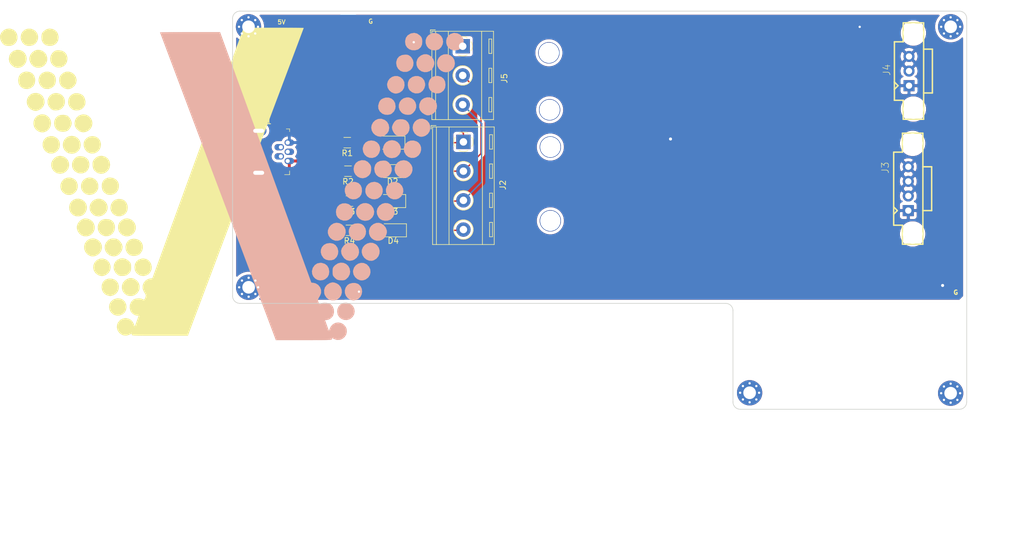
<source format=kicad_pcb>
(kicad_pcb (version 20171130) (host pcbnew "(5.1.5)-3")

  (general
    (thickness 1.6)
    (drawings 17)
    (tracks 35)
    (zones 0)
    (modules 21)
    (nets 15)
  )

  (page A4)
  (layers
    (0 F.Cu signal)
    (31 B.Cu signal)
    (32 B.Adhes user)
    (33 F.Adhes user)
    (34 B.Paste user)
    (35 F.Paste user)
    (36 B.SilkS user)
    (37 F.SilkS user)
    (38 B.Mask user)
    (39 F.Mask user)
    (40 Dwgs.User user)
    (41 Cmts.User user)
    (42 Eco1.User user)
    (43 Eco2.User user)
    (44 Edge.Cuts user)
    (45 Margin user)
    (46 B.CrtYd user)
    (47 F.CrtYd user)
    (48 B.Fab user)
    (49 F.Fab user)
  )

  (setup
    (last_trace_width 0.25)
    (trace_clearance 0.2)
    (zone_clearance 0.508)
    (zone_45_only no)
    (trace_min 0.2)
    (via_size 0.8)
    (via_drill 0.4)
    (via_min_size 0.4)
    (via_min_drill 0.3)
    (uvia_size 0.3)
    (uvia_drill 0.1)
    (uvias_allowed no)
    (uvia_min_size 0.2)
    (uvia_min_drill 0.1)
    (edge_width 0.05)
    (segment_width 0.3)
    (pcb_text_width 0.3)
    (pcb_text_size 1.5 1.5)
    (mod_edge_width 0.12)
    (mod_text_size 1 1)
    (mod_text_width 0.15)
    (pad_size 1.65 1.1)
    (pad_drill 0.7)
    (pad_to_mask_clearance 0.051)
    (solder_mask_min_width 0.25)
    (aux_axis_origin 0 0)
    (visible_elements 7FFFFFFF)
    (pcbplotparams
      (layerselection 0x010fc_ffffffff)
      (usegerberextensions false)
      (usegerberattributes false)
      (usegerberadvancedattributes false)
      (creategerberjobfile false)
      (excludeedgelayer true)
      (linewidth 0.100000)
      (plotframeref false)
      (viasonmask false)
      (mode 1)
      (useauxorigin false)
      (hpglpennumber 1)
      (hpglpenspeed 20)
      (hpglpendiameter 15.000000)
      (psnegative false)
      (psa4output false)
      (plotreference true)
      (plotvalue true)
      (plotinvisibletext false)
      (padsonsilk false)
      (subtractmaskfromsilk false)
      (outputformat 1)
      (mirror false)
      (drillshape 0)
      (scaleselection 1)
      (outputdirectory ""))
  )

  (net 0 "")
  (net 1 "Net-(D1-Pad1)")
  (net 2 "Net-(D1-Pad2)")
  (net 3 "Net-(D2-Pad1)")
  (net 4 "Net-(D3-Pad1)")
  (net 5 "Net-(D4-Pad1)")
  (net 6 "Net-(D2-Pad2)")
  (net 7 "Net-(D3-Pad2)")
  (net 8 "Net-(D4-Pad2)")
  (net 9 "Net-(J1-Pad3)")
  (net 10 "Net-(J1-Pad4)")
  (net 11 "Net-(J1-Pad2)")
  (net 12 "Net-(J1-PadSH)")
  (net 13 GND)
  (net 14 +5V)

  (net_class Default "This is the default net class."
    (clearance 0.2)
    (trace_width 0.25)
    (via_dia 0.8)
    (via_drill 0.4)
    (uvia_dia 0.3)
    (uvia_drill 0.1)
    (add_net +5V)
    (add_net GND)
    (add_net "Net-(D1-Pad1)")
    (add_net "Net-(D1-Pad2)")
    (add_net "Net-(D2-Pad1)")
    (add_net "Net-(D2-Pad2)")
    (add_net "Net-(D3-Pad1)")
    (add_net "Net-(D3-Pad2)")
    (add_net "Net-(D4-Pad1)")
    (add_net "Net-(D4-Pad2)")
    (add_net "Net-(J1-Pad2)")
    (add_net "Net-(J1-Pad3)")
    (add_net "Net-(J1-Pad4)")
    (add_net "Net-(J1-PadSH)")
  )

  (module digikey-footprints:USB_Mini_B_Female_548190519 (layer F.Cu) (tedit 5E34ABA2) (tstamp 5E2F0CAC)
    (at 103.5685 62.5475)
    (path /5E2B5DCA)
    (fp_text reference J1 (at -3.65 -5.325) (layer F.SilkS)
      (effects (font (size 1 1) (thickness 0.15)))
    )
    (fp_text value 0548190519 (at -4.2 6.35) (layer F.Fab)
      (effects (font (size 1 1) (thickness 0.15)))
    )
    (fp_line (start -8.8 -3.85) (end -8.8 3.85) (layer F.Fab) (width 0.1))
    (fp_line (start 0.2 -3.85) (end 0.2 3.85) (layer F.Fab) (width 0.1))
    (fp_line (start -8.8 -3.85) (end 0.2 -3.85) (layer F.Fab) (width 0.1))
    (fp_line (start -8.8 3.85) (end 0.2 3.85) (layer F.Fab) (width 0.1))
    (fp_line (start 0.325 -3.975) (end 0.325 -3.5) (layer F.SilkS) (width 0.1))
    (fp_line (start -0.25 -3.975) (end 0.325 -3.975) (layer F.SilkS) (width 0.1))
    (fp_line (start -8.925 -3.975) (end -8.925 -3.35) (layer F.SilkS) (width 0.1))
    (fp_line (start -8 -3.975) (end -8.925 -3.975) (layer F.SilkS) (width 0.1))
    (fp_line (start -8.925 3.975) (end -8.925 3.35) (layer F.SilkS) (width 0.1))
    (fp_line (start -8.075 3.975) (end -8.925 3.975) (layer F.SilkS) (width 0.1))
    (fp_line (start -0.55 3.975) (end 0.3 3.975) (layer F.SilkS) (width 0.1))
    (fp_line (start 0.325 3.325) (end 0.325 3.975) (layer F.SilkS) (width 0.1))
    (fp_line (start 0.325 3.975) (end 0.3 3.975) (layer F.SilkS) (width 0.1))
    (fp_line (start -9.05 -4.75) (end 1.35 -4.75) (layer F.CrtYd) (width 0.05))
    (fp_line (start -9.05 4.75) (end 1.35 4.75) (layer F.CrtYd) (width 0.05))
    (fp_line (start -9.05 -4.75) (end -9.05 4.75) (layer F.CrtYd) (width 0.05))
    (fp_line (start 1.35 -4.75) (end 1.35 4.75) (layer F.CrtYd) (width 0.05))
    (fp_text user %R (at -5.7 -0.075) (layer F.Fab)
      (effects (font (size 1 1) (thickness 0.15)))
    )
    (pad SH thru_hole oval (at -5.05 3.65) (size 2.7 1.7) (drill oval 1.9 0.7) (layers *.Cu *.Mask)
      (net 12 "Net-(J1-PadSH)"))
    (pad SH thru_hole oval (at -5.05 -3.65) (size 2.7 1.7) (drill oval 1.9 0.7) (layers *.Cu *.Mask)
      (net 12 "Net-(J1-PadSH)"))
    (pad 2 thru_hole oval (at -1.2 0.8) (size 1.65 1.1) (drill 0.7 (offset -0.275 0)) (layers *.Cu *.Mask)
      (net 11 "Net-(J1-Pad2)"))
    (pad 4 thru_hole oval (at -1.2 -0.8) (size 1.65 1.1) (drill 0.7 (offset -0.275 0)) (layers *.Cu *.Mask)
      (net 10 "Net-(J1-Pad4)"))
    (pad 1 thru_hole oval (at 0 1.6) (size 1.65 1.1) (drill 0.7 (offset 0.275 0)) (layers *.Cu *.Mask)
      (net 14 +5V))
    (pad 5 thru_hole oval (at 0 -1.6) (size 1.65 1.1) (drill 0.7 (offset 0.275 0)) (layers *.Cu *.Mask)
      (net 13 GND))
    (pad 3 thru_hole oval (at 0 0) (size 1.65 1.1) (drill 0.7 (offset 0.275 0)) (layers *.Cu *.Mask)
      (net 9 "Net-(J1-Pad3)"))
  )

  (module LogoLibrary:HugeVLogo1.0 (layer B.Cu) (tedit 0) (tstamp 5E2A7BC2)
    (at 107.188 66.294 180)
    (fp_text reference G*** (at 0 0) (layer B.SilkS) hide
      (effects (font (size 1.524 1.524) (thickness 0.3)) (justify mirror))
    )
    (fp_text value LOGO (at 0.75 0) (layer B.SilkS) hide
      (effects (font (size 1.524 1.524) (thickness 0.3)) (justify mirror))
    )
    (fp_poly (pts (xy 21.631813 24.552471) (xy 22.59325 24.549994) (xy 23.467299 24.546074) (xy 24.233788 24.54088)
      (xy 24.87254 24.534584) (xy 25.363382 24.527353) (xy 25.686137 24.51936) (xy 25.820633 24.510772)
      (xy 25.823334 24.509353) (xy 25.786522 24.407851) (xy 25.678127 24.116412) (xy 25.501207 23.64317)
      (xy 25.258821 22.996255) (xy 24.954026 22.183802) (xy 24.589882 21.213942) (xy 24.169447 20.094808)
      (xy 23.69578 18.834533) (xy 23.171938 17.441248) (xy 22.60098 15.923087) (xy 21.985966 14.288181)
      (xy 21.329953 12.544664) (xy 20.636 10.700668) (xy 19.907165 8.764326) (xy 19.146508 6.743769)
      (xy 18.357086 4.647131) (xy 17.541957 2.482543) (xy 16.704181 0.258139) (xy 15.862831 -1.975438)
      (xy 15.00452 -4.253935) (xy 14.165151 -6.482258) (xy 13.347824 -8.652174) (xy 12.555638 -10.755447)
      (xy 11.791694 -12.783844) (xy 11.059092 -14.72913) (xy 10.360933 -16.583071) (xy 9.700317 -18.337432)
      (xy 9.080343 -19.983979) (xy 8.504112 -21.514478) (xy 7.974725 -22.920694) (xy 7.495282 -24.194393)
      (xy 7.068882 -25.32734) (xy 6.698626 -26.311302) (xy 6.387615 -27.138043) (xy 6.138948 -27.79933)
      (xy 5.955726 -28.286928) (xy 5.841049 -28.592603) (xy 5.798311 -28.707291) (xy 5.694294 -28.998333)
      (xy 0.793305 -28.998333) (xy -0.351362 -28.998114) (xy -1.302106 -28.996955) (xy -2.07667 -28.994102)
      (xy -2.692797 -28.988803) (xy -3.16823 -28.980304) (xy -3.520712 -28.967852) (xy -3.767987 -28.950694)
      (xy -3.927797 -28.928077) (xy -4.017886 -28.899247) (xy -4.055997 -28.863451) (xy -4.059874 -28.819936)
      (xy -4.053875 -28.792569) (xy -4.029909 -28.668955) (xy -4.078233 -28.642123) (xy -4.244239 -28.712073)
      (xy -4.403661 -28.792569) (xy -4.938961 -28.973579) (xy -5.454421 -28.949952) (xy -5.818724 -28.81296)
      (xy -6.248234 -28.491065) (xy -6.533175 -28.057279) (xy -6.658816 -27.560519) (xy -6.610423 -27.049702)
      (xy -6.456405 -26.695491) (xy -6.091356 -26.269982) (xy -5.64759 -26.015185) (xy -5.164902 -25.926429)
      (xy -4.683084 -25.999046) (xy -4.241932 -26.228366) (xy -3.881238 -26.60972) (xy -3.677199 -27.02158)
      (xy -3.542018 -27.412041) (xy -2.865762 -25.505833) (xy -3.140181 -25.505833) (xy -3.521612 -25.415505)
      (xy -3.900672 -25.179773) (xy -4.200913 -24.851515) (xy -4.274983 -24.720878) (xy -4.427892 -24.178684)
      (xy -4.396267 -23.635847) (xy -4.192796 -23.141226) (xy -3.830169 -22.743685) (xy -3.746101 -22.684321)
      (xy -3.469744 -22.573442) (xy -3.100054 -22.510505) (xy -2.713092 -22.498401) (xy -2.38492 -22.540021)
      (xy -2.202845 -22.625654) (xy -2.01045 -22.74484) (xy -1.852011 -22.668856) (xy -1.713179 -22.389861)
      (xy -1.699919 -22.350789) (xy -1.628092 -22.083061) (xy -1.645417 -21.883267) (xy -1.769254 -21.650962)
      (xy -1.838931 -21.546395) (xy -2.026295 -21.212225) (xy -2.157776 -20.873846) (xy -2.177269 -20.792503)
      (xy -2.17417 -20.28012) (xy -1.99444 -19.80242) (xy -1.671772 -19.406261) (xy -1.239855 -19.138499)
      (xy -0.929536 -19.057188) (xy -0.482131 -18.997083) (xy 7.450433 2.778125) (xy 15.382997 24.553334)
      (xy 20.603165 24.553334) (xy 21.631813 24.552471)) (layer B.SilkS) (width 0.01))
    (fp_poly (pts (xy -6.052104 -22.526955) (xy -5.599948 -22.739069) (xy -5.248833 -23.099032) (xy -5.031164 -23.585584)
      (xy -4.974864 -24.045369) (xy -5.069386 -24.560276) (xy -5.324699 -24.985973) (xy -5.700963 -25.300706)
      (xy -6.15834 -25.482719) (xy -6.65699 -25.510258) (xy -7.157073 -25.361567) (xy -7.270291 -25.298823)
      (xy -7.68336 -24.940643) (xy -7.933208 -24.498708) (xy -8.022082 -24.015685) (xy -7.952225 -23.53424)
      (xy -7.725883 -23.09704) (xy -7.345301 -22.746752) (xy -7.129935 -22.631318) (xy -6.572901 -22.483951)
      (xy -6.052104 -22.526955)) (layer B.SilkS) (width 0.01))
    (fp_poly (pts (xy -7.593095 -19.06957) (xy -7.111695 -19.202554) (xy -6.769304 -19.424277) (xy -6.451817 -19.857091)
      (xy -6.308112 -20.344712) (xy -6.327591 -20.843314) (xy -6.499654 -21.309072) (xy -6.813704 -21.698159)
      (xy -7.259142 -21.96675) (xy -7.394939 -22.011375) (xy -7.656988 -22.078149) (xy -7.817954 -22.10799)
      (xy -7.831666 -22.107743) (xy -7.96103 -22.078653) (xy -8.205407 -22.021481) (xy -8.232876 -22.01498)
      (xy -8.68751 -21.811766) (xy -9.022654 -21.474253) (xy -9.233218 -21.04623) (xy -9.31411 -20.571489)
      (xy -9.260241 -20.093819) (xy -9.06652 -19.65701) (xy -8.727855 -19.304853) (xy -8.559869 -19.202218)
      (xy -8.102573 -19.06614) (xy -7.593095 -19.06957)) (layer B.SilkS) (width 0.01))
    (fp_poly (pts (xy -3.717634 -19.068825) (xy -3.669367 -19.088526) (xy -3.188007 -19.393384) (xy -2.860394 -19.819566)
      (xy -2.702876 -20.327383) (xy -2.731801 -20.877149) (xy -2.819634 -21.151383) (xy -3.116611 -21.615811)
      (xy -3.53751 -21.935464) (xy -4.03787 -22.093826) (xy -4.573234 -22.074381) (xy -4.951075 -21.943157)
      (xy -5.383172 -21.62673) (xy -5.66232 -21.207857) (xy -5.788982 -20.729922) (xy -5.763623 -20.236311)
      (xy -5.586706 -19.77041) (xy -5.258697 -19.375605) (xy -4.921269 -19.155842) (xy -4.486264 -18.987461)
      (xy -4.114963 -18.960064) (xy -3.717634 -19.068825)) (layer B.SilkS) (width 0.01))
    (fp_poly (pts (xy -8.626925 -15.707319) (xy -8.218872 -15.983338) (xy -7.911845 -16.375952) (xy -7.745071 -16.863269)
      (xy -7.726229 -17.10289) (xy -7.824217 -17.603144) (xy -8.090645 -18.046228) (xy -8.4828 -18.389727)
      (xy -8.957971 -18.591229) (xy -9.260416 -18.626337) (xy -9.573527 -18.576719) (xy -9.911374 -18.455806)
      (xy -9.94081 -18.441293) (xy -10.375866 -18.115193) (xy -10.652799 -17.689266) (xy -10.769584 -17.206642)
      (xy -10.724195 -16.710451) (xy -10.514607 -16.243823) (xy -10.138793 -15.849887) (xy -10.064974 -15.797734)
      (xy -9.589203 -15.592626) (xy -9.096777 -15.569785) (xy -8.626925 -15.707319)) (layer B.SilkS) (width 0.01))
    (fp_poly (pts (xy -5.105726 -15.652371) (xy -4.63711 -15.95482) (xy -4.563051 -16.025059) (xy -4.353841 -16.249767)
      (xy -4.239131 -16.444588) (xy -4.190727 -16.688141) (xy -4.180438 -17.059046) (xy -4.180416 -17.092083)
      (xy -4.188932 -17.474367) (xy -4.233662 -17.724203) (xy -4.343388 -17.920677) (xy -4.546886 -18.142876)
      (xy -4.571913 -18.167968) (xy -4.829606 -18.399969) (xy -5.067381 -18.524957) (xy -5.378956 -18.583084)
      (xy -5.57733 -18.598712) (xy -5.991329 -18.603845) (xy -6.281705 -18.54482) (xy -6.497635 -18.429632)
      (xy -6.907386 -18.038171) (xy -7.161065 -17.549788) (xy -7.231398 -17.107097) (xy -7.141303 -16.549437)
      (xy -6.896864 -16.098123) (xy -6.534584 -15.767957) (xy -6.090966 -15.573742) (xy -5.602512 -15.530279)
      (xy -5.105726 -15.652371)) (layer B.SilkS) (width 0.01))
    (fp_poly (pts (xy -1.52575 -15.657271) (xy -1.0876 -15.941988) (xy -0.760133 -16.393547) (xy -0.723888 -16.470741)
      (xy -0.586459 -17.001115) (xy -0.63044 -17.498235) (xy -0.826153 -17.935385) (xy -1.143921 -18.285852)
      (xy -1.554068 -18.522921) (xy -2.026914 -18.619877) (xy -2.532785 -18.550008) (xy -2.868061 -18.400851)
      (xy -3.287421 -18.059125) (xy -3.52703 -17.615565) (xy -3.598333 -17.088246) (xy -3.505845 -16.520768)
      (xy -3.244141 -16.063855) (xy -2.836858 -15.740835) (xy -2.307635 -15.575039) (xy -2.047755 -15.557895)
      (xy -1.52575 -15.657271)) (layer B.SilkS) (width 0.01))
    (fp_poly (pts (xy -10.198018 -12.201338) (xy -9.778327 -12.465476) (xy -9.455601 -12.840522) (xy -9.26848 -13.303388)
      (xy -9.244442 -13.743965) (xy -9.38521 -14.247595) (xy -9.674378 -14.673599) (xy -10.070221 -14.994251)
      (xy -10.531016 -15.181825) (xy -11.015039 -15.208596) (xy -11.324112 -15.125897) (xy -11.807997 -14.826288)
      (xy -12.143967 -14.418438) (xy -12.327274 -13.943116) (xy -12.353172 -13.441093) (xy -12.216916 -12.953138)
      (xy -11.913759 -12.520023) (xy -11.652474 -12.305234) (xy -11.173732 -12.09813) (xy -10.676033 -12.071193)
      (xy -10.198018 -12.201338)) (layer B.SilkS) (width 0.01))
    (fp_poly (pts (xy -7.100257 -12.095686) (xy -6.734902 -12.141839) (xy -6.480274 -12.245074) (xy -6.235618 -12.453633)
      (xy -6.137004 -12.556892) (xy -5.794633 -13.021484) (xy -5.655647 -13.479165) (xy -5.714925 -13.959461)
      (xy -5.840694 -14.265148) (xy -6.186628 -14.768484) (xy -6.614755 -15.085388) (xy -7.105235 -15.208805)
      (xy -7.638227 -15.131682) (xy -7.929669 -15.007866) (xy -8.37324 -14.672237) (xy -8.656744 -14.238785)
      (xy -8.77882 -13.749735) (xy -8.73811 -13.247318) (xy -8.533252 -12.77376) (xy -8.162887 -12.37129)
      (xy -8.017842 -12.269807) (xy -7.727793 -12.132182) (xy -7.395755 -12.085298) (xy -7.100257 -12.095686)) (layer B.SilkS) (width 0.01))
    (fp_poly (pts (xy -3.109665 -12.21284) (xy -2.6621 -12.451535) (xy -2.3404 -12.806464) (xy -2.157379 -13.242529)
      (xy -2.125852 -13.724634) (xy -2.258631 -14.21768) (xy -2.568532 -14.686571) (xy -2.690144 -14.810018)
      (xy -3.040694 -15.013431) (xy -3.496728 -15.115245) (xy -3.975034 -15.109762) (xy -4.3924 -14.991286)
      (xy -4.492477 -14.933409) (xy -4.880965 -14.550365) (xy -5.110226 -14.065984) (xy -5.167209 -13.532018)
      (xy -5.038863 -13.000219) (xy -5.00046 -12.919189) (xy -4.690568 -12.481383) (xy -4.28563 -12.222964)
      (xy -3.757151 -12.12693) (xy -3.67028 -12.125476) (xy -3.109665 -12.21284)) (layer B.SilkS) (width 0.01))
    (fp_poly (pts (xy -11.770836 -8.630296) (xy -11.293958 -8.819278) (xy -10.889414 -9.142084) (xy -10.673964 -9.448965)
      (xy -10.504615 -9.97655) (xy -10.518925 -10.480734) (xy -10.688919 -10.934353) (xy -10.986625 -11.31024)
      (xy -11.384067 -11.581232) (xy -11.853271 -11.720164) (xy -12.366264 -11.69987) (xy -12.821359 -11.534236)
      (xy -13.190052 -11.23425) (xy -13.466796 -10.80851) (xy -13.614091 -10.330898) (xy -13.615087 -9.970456)
      (xy -13.429047 -9.446059) (xy -13.080037 -9.012608) (xy -12.611313 -8.713357) (xy -12.254544 -8.609912)
      (xy -11.770836 -8.630296)) (layer B.SilkS) (width 0.01))
    (fp_poly (pts (xy -8.048316 -8.736981) (xy -7.566984 -8.938759) (xy -7.219233 -9.291401) (xy -7.023224 -9.778949)
      (xy -6.985791 -10.16) (xy -7.078837 -10.713545) (xy -7.335077 -11.168679) (xy -7.720166 -11.499641)
      (xy -8.19976 -11.680667) (xy -8.739515 -11.685994) (xy -8.95398 -11.636373) (xy -9.413503 -11.399595)
      (xy -9.746655 -11.031084) (xy -9.943396 -10.575941) (xy -9.993691 -10.079265) (xy -9.887502 -9.586153)
      (xy -9.614791 -9.141704) (xy -9.529029 -9.05261) (xy -9.257076 -8.847221) (xy -8.934164 -8.738847)
      (xy -8.645069 -8.702023) (xy -8.048316 -8.736981)) (layer B.SilkS) (width 0.01))
    (fp_poly (pts (xy -4.355367 -8.704985) (xy -3.905772 -8.985551) (xy -3.554236 -9.417292) (xy -3.365489 -9.91684)
      (xy -3.359925 -10.407412) (xy -3.509992 -10.860219) (xy -3.788136 -11.246472) (xy -4.166802 -11.537383)
      (xy -4.618439 -11.704163) (xy -5.115491 -11.718023) (xy -5.607057 -11.562127) (xy -6.031656 -11.241846)
      (xy -6.318808 -10.805974) (xy -6.454713 -10.305337) (xy -6.425567 -9.790763) (xy -6.217708 -9.313279)
      (xy -5.823367 -8.898465) (xy -5.354583 -8.659863) (xy -4.851777 -8.595896) (xy -4.355367 -8.704985)) (layer B.SilkS) (width 0.01))
    (fp_poly (pts (xy -12.790443 -5.298391) (xy -12.334102 -5.609012) (xy -12.300781 -5.641496) (xy -11.982445 -6.094114)
      (xy -11.85366 -6.599726) (xy -11.912389 -7.121345) (xy -12.156596 -7.621982) (xy -12.42681 -7.930851)
      (xy -12.801451 -8.150468) (xy -13.27483 -8.246348) (xy -13.771872 -8.215552) (xy -14.217501 -8.055136)
      (xy -14.298288 -8.004175) (xy -14.690572 -7.609164) (xy -14.9146 -7.102567) (xy -14.960538 -6.66314)
      (xy -14.855959 -6.124125) (xy -14.598008 -5.690324) (xy -14.224582 -5.376293) (xy -13.773581 -5.196589)
      (xy -13.282902 -5.165769) (xy -12.790443 -5.298391)) (layer B.SilkS) (width 0.01))
    (fp_poly (pts (xy -9.496307 -5.20146) (xy -9.022151 -5.389092) (xy -8.616039 -5.735233) (xy -8.403694 -6.053702)
      (xy -8.256994 -6.541325) (xy -8.292805 -7.031725) (xy -8.486017 -7.486487) (xy -8.811521 -7.867194)
      (xy -9.244208 -8.135432) (xy -9.758969 -8.252785) (xy -9.8425 -8.255) (xy -10.374784 -8.175706)
      (xy -10.699974 -8.014765) (xy -11.110541 -7.627213) (xy -11.350787 -7.150169) (xy -11.408906 -6.626429)
      (xy -11.273096 -6.09879) (xy -11.244627 -6.040023) (xy -10.912666 -5.59162) (xy -10.483001 -5.302525)
      (xy -9.997069 -5.172538) (xy -9.496307 -5.20146)) (layer B.SilkS) (width 0.01))
    (fp_poly (pts (xy -5.854439 -5.24336) (xy -5.381164 -5.450772) (xy -5.024199 -5.810606) (xy -4.811198 -6.29773)
      (xy -4.7625 -6.716579) (xy -4.842852 -7.27265) (xy -5.091627 -7.707029) (xy -5.50821 -8.033357)
      (xy -6.047816 -8.22549) (xy -6.598361 -8.207436) (xy -6.972142 -8.074034) (xy -7.397461 -7.756152)
      (xy -7.67131 -7.320863) (xy -7.77862 -6.81262) (xy -7.704318 -6.275875) (xy -7.639645 -6.105178)
      (xy -7.357188 -5.645577) (xy -6.976001 -5.359211) (xy -6.458325 -5.21856) (xy -6.416372 -5.213502)
      (xy -5.854439 -5.24336)) (layer B.SilkS) (width 0.01))
    (fp_poly (pts (xy -14.306675 -1.624406) (xy -13.886897 -1.900703) (xy -13.634219 -2.229026) (xy -13.458871 -2.743386)
      (xy -13.463665 -3.243456) (xy -13.6214 -3.700142) (xy -13.904878 -4.084349) (xy -14.2869 -4.366982)
      (xy -14.740265 -4.518947) (xy -15.237775 -4.51115) (xy -15.640242 -4.374823) (xy -16.073098 -4.057436)
      (xy -16.351845 -3.636421) (xy -16.474174 -3.155666) (xy -16.437771 -2.659058) (xy -16.240326 -2.190486)
      (xy -15.879526 -1.793836) (xy -15.779974 -1.721901) (xy -15.308343 -1.521976) (xy -14.798866 -1.493821)
      (xy -14.306675 -1.624406)) (layer B.SilkS) (width 0.01))
    (fp_poly (pts (xy -10.853988 -1.575582) (xy -10.4042 -1.834234) (xy -10.075665 -2.222981) (xy -9.893476 -2.707178)
      (xy -9.882727 -3.252183) (xy -9.938055 -3.499927) (xy -10.171762 -3.939701) (xy -10.546752 -4.270467)
      (xy -11.011801 -4.471217) (xy -11.515685 -4.520941) (xy -12.00718 -4.398631) (xy -12.06289 -4.371398)
      (xy -12.497254 -4.047816) (xy -12.77212 -3.63836) (xy -12.896135 -3.180717) (xy -12.877943 -2.712572)
      (xy -12.726192 -2.271613) (xy -12.449527 -1.895528) (xy -12.056594 -1.622001) (xy -11.556039 -1.488721)
      (xy -11.399937 -1.481666) (xy -10.853988 -1.575582)) (layer B.SilkS) (width 0.01))
    (fp_poly (pts (xy -7.279224 -1.571816) (xy -6.817094 -1.820788) (xy -6.487351 -2.196921) (xy -6.310868 -2.668157)
      (xy -6.308515 -3.202439) (xy -6.443166 -3.647263) (xy -6.745007 -4.089173) (xy -7.169446 -4.387368)
      (xy -7.668534 -4.523498) (xy -8.194321 -4.479212) (xy -8.41375 -4.401434) (xy -8.872756 -4.106774)
      (xy -9.159611 -3.697861) (xy -9.288572 -3.15417) (xy -9.28977 -3.140208) (xy -9.254148 -2.547052)
      (xy -9.052389 -2.065718) (xy -8.701958 -1.716362) (xy -8.220321 -1.519138) (xy -7.852869 -1.482062)
      (xy -7.279224 -1.571816)) (layer B.SilkS) (width 0.01))
    (fp_poly (pts (xy -15.977557 2.182526) (xy -15.533043 1.929639) (xy -15.199055 1.555436) (xy -14.998187 1.098595)
      (xy -14.953034 0.597796) (xy -15.086193 0.091719) (xy -15.156288 -0.041899) (xy -15.52261 -0.47497)
      (xy -15.992103 -0.744621) (xy -16.520868 -0.837527) (xy -17.065008 -0.740364) (xy -17.227742 -0.670657)
      (xy -17.640514 -0.36458) (xy -17.926652 0.054732) (xy -18.070567 0.535181) (xy -18.056674 1.024668)
      (xy -17.869383 1.471096) (xy -17.868806 1.471936) (xy -17.491888 1.917611) (xy -17.084601 2.176533)
      (xy -16.605319 2.273315) (xy -16.51 2.275417) (xy -15.977557 2.182526)) (layer B.SilkS) (width 0.01))
    (fp_poly (pts (xy -12.40773 2.139598) (xy -11.937648 1.900104) (xy -11.613032 1.517843) (xy -11.448603 1.006635)
      (xy -11.430791 0.740834) (xy -11.522731 0.180898) (xy -11.776508 -0.273532) (xy -12.159063 -0.599513)
      (xy -12.637332 -0.774103) (xy -13.178254 -0.77436) (xy -13.49375 -0.6907) (xy -13.959218 -0.423332)
      (xy -14.279049 -0.03806) (xy -14.446474 0.423277) (xy -14.454723 0.918839) (xy -14.297029 1.406786)
      (xy -13.966621 1.845279) (xy -13.912093 1.895185) (xy -13.62938 2.10619) (xy -13.349785 2.201819)
      (xy -13.008562 2.2225) (xy -12.40773 2.139598)) (layer B.SilkS) (width 0.01))
    (fp_poly (pts (xy -9.224946 2.281951) (xy -8.657862 2.118274) (xy -8.224344 1.799584) (xy -7.943129 1.346896)
      (xy -7.832952 0.781226) (xy -7.832062 0.719631) (xy -7.923255 0.197908) (xy -8.170088 -0.243316)
      (xy -8.533891 -0.580764) (xy -8.975992 -0.79116) (xy -9.457722 -0.851227) (xy -9.940408 -0.737688)
      (xy -10.107083 -0.649757) (xy -10.506829 -0.352242) (xy -10.742148 -0.025765) (xy -10.856134 0.400305)
      (xy -10.877275 0.612508) (xy -10.886286 1.005906) (xy -10.832614 1.286268) (xy -10.696207 1.547889)
      (xy -10.669965 1.5875) (xy -10.275543 2.008175) (xy -9.794522 2.244699) (xy -9.251797 2.285108)
      (xy -9.224946 2.281951)) (layer B.SilkS) (width 0.01))
    (fp_poly (pts (xy -17.73449 5.686961) (xy -17.278095 5.511956) (xy -16.909444 5.207482) (xy -16.657611 4.799434)
      (xy -16.55167 4.313708) (xy -16.620696 3.776199) (xy -16.664358 3.648023) (xy -16.942879 3.181532)
      (xy -17.343767 2.854128) (xy -17.822357 2.683597) (xy -18.33398 2.687728) (xy -18.73039 2.825269)
      (xy -19.151288 3.144418) (xy -19.429581 3.562573) (xy -19.564243 4.035935) (xy -19.554244 4.520705)
      (xy -19.398559 4.973087) (xy -19.096157 5.349282) (xy -18.794212 5.544983) (xy -18.249554 5.706602)
      (xy -17.73449 5.686961)) (layer B.SilkS) (width 0.01))
    (fp_poly (pts (xy -13.960661 5.666337) (xy -13.523931 5.423485) (xy -13.200298 5.065029) (xy -13.001078 4.62885)
      (xy -12.937593 4.152829) (xy -13.02116 3.674846) (xy -13.263098 3.232781) (xy -13.641692 2.886068)
      (xy -14.104758 2.686499) (xy -14.499166 2.645834) (xy -15.031451 2.725127) (xy -15.356641 2.886068)
      (xy -15.756574 3.260449) (xy -15.987573 3.706097) (xy -16.060957 4.18513) (xy -15.988046 4.65967)
      (xy -15.780157 5.091834) (xy -15.44861 5.443744) (xy -15.004725 5.677518) (xy -14.499166 5.755706)
      (xy -13.960661 5.666337)) (layer B.SilkS) (width 0.01))
    (fp_poly (pts (xy -10.352476 5.61907) (xy -9.906102 5.354281) (xy -9.589975 4.948003) (xy -9.432358 4.428699)
      (xy -9.419864 4.222526) (xy -9.511221 3.682421) (xy -9.76201 3.233992) (xy -10.134825 2.900517)
      (xy -10.59226 2.705274) (xy -11.096909 2.67154) (xy -11.611364 2.822593) (xy -11.643318 2.838873)
      (xy -11.98701 3.114945) (xy -12.2562 3.500331) (xy -12.431913 4.034929) (xy -12.417809 4.549681)
      (xy -12.235206 5.009769) (xy -11.905425 5.380375) (xy -11.449785 5.62668) (xy -10.900833 5.713908)
      (xy -10.352476 5.61907)) (layer B.SilkS) (width 0.01))
    (fp_poly (pts (xy -19.284125 9.469439) (xy -18.822356 9.276845) (xy -18.446221 8.943459) (xy -18.192388 8.492434)
      (xy -18.097525 7.946928) (xy -18.0975 7.9375) (xy -18.192428 7.402834) (xy -18.45265 6.940493)
      (xy -18.841321 6.588583) (xy -19.321595 6.385214) (xy -19.632083 6.350329) (xy -19.944323 6.399344)
      (xy -20.284042 6.518991) (xy -20.31789 6.535373) (xy -20.750215 6.857055) (xy -21.030459 7.281918)
      (xy -21.158624 7.765917) (xy -21.134709 8.265013) (xy -20.958714 8.735161) (xy -20.630639 9.13232)
      (xy -20.31789 9.339628) (xy -19.794859 9.498085) (xy -19.284125 9.469439)) (layer B.SilkS) (width 0.01))
    (fp_poly (pts (xy -12.059759 9.441178) (xy -11.592671 9.2194) (xy -11.217873 8.859053) (xy -10.974704 8.396468)
      (xy -10.900833 7.9375) (xy -10.991701 7.42925) (xy -11.237898 6.995005) (xy -11.599813 6.657712)
      (xy -12.037835 6.440317) (xy -12.512353 6.365764) (xy -12.983756 6.457001) (xy -13.230243 6.588125)
      (xy -13.674787 6.965733) (xy -13.930944 7.381082) (xy -14.021982 7.873783) (xy -14.022916 7.9375)
      (xy -13.925833 8.485015) (xy -13.654501 8.944437) (xy -13.238802 9.283661) (xy -12.708614 9.470584)
      (xy -12.579798 9.488058) (xy -12.059759 9.441178)) (layer B.SilkS) (width 0.01))
    (fp_poly (pts (xy -15.469273 9.337284) (xy -15.227623 9.236271) (xy -14.957105 8.988112) (xy -14.712991 8.618444)
      (xy -14.54512 8.21612) (xy -14.499166 7.9375) (xy -14.573281 7.57121) (xy -14.762401 7.168464)
      (xy -15.016689 6.818117) (xy -15.227623 6.63873) (xy -15.645094 6.49284) (xy -16.144144 6.461705)
      (xy -16.629399 6.543929) (xy -16.901737 6.663216) (xy -17.267872 6.997337) (xy -17.489676 7.431757)
      (xy -17.568374 7.917056) (xy -17.505193 8.403812) (xy -17.301359 8.842603) (xy -16.958098 9.184008)
      (xy -16.837436 9.255279) (xy -16.421541 9.383532) (xy -15.932753 9.410481) (xy -15.469273 9.337284)) (layer B.SilkS) (width 0.01))
    (fp_poly (pts (xy -20.082753 13.068284) (xy -19.669794 12.788141) (xy -19.483887 12.556442) (xy -19.256525 12.011795)
      (xy -19.226719 11.472694) (xy -19.384972 10.973796) (xy -19.721787 10.54976) (xy -20.1043 10.292292)
      (xy -20.458012 10.132011) (xy -20.726272 10.074245) (xy -21.001743 10.107149) (xy -21.175814 10.155315)
      (xy -21.679638 10.402401) (xy -22.043902 10.770215) (xy -22.263127 11.218421) (xy -22.331838 11.706683)
      (xy -22.244558 12.194664) (xy -21.99581 12.642031) (xy -21.580117 13.008446) (xy -21.564509 13.018072)
      (xy -21.089497 13.196426) (xy -20.575783 13.208771) (xy -20.082753 13.068284)) (layer B.SilkS) (width 0.01))
    (fp_poly (pts (xy -16.528611 13.050352) (xy -16.121575 12.764904) (xy -15.841086 12.376485) (xy -15.695799 11.92426)
      (xy -15.694372 11.447397) (xy -15.845462 10.985062) (xy -16.157726 10.57642) (xy -16.429658 10.371095)
      (xy -16.816183 10.224099) (xy -17.281174 10.167243) (xy -17.708576 10.212245) (xy -17.78 10.234743)
      (xy -17.969875 10.345103) (xy -18.18693 10.517429) (xy -18.531293 10.947587) (xy -18.699756 11.421968)
      (xy -18.707673 11.90432) (xy -18.570396 12.358391) (xy -18.303278 12.747931) (xy -17.921672 13.036689)
      (xy -17.440929 13.188413) (xy -17.053535 13.193661) (xy -16.528611 13.050352)) (layer B.SilkS) (width 0.01))
    (fp_poly (pts (xy -12.975169 13.033087) (xy -12.635076 12.848281) (xy -12.415921 12.615887) (xy -12.26108 12.318998)
      (xy -12.104719 11.748051) (xy -12.14924 11.220333) (xy -12.388252 10.757458) (xy -12.815369 10.381041)
      (xy -12.838042 10.36701) (xy -13.270843 10.203352) (xy -13.763711 10.167181) (xy -14.22662 10.258842)
      (xy -14.431296 10.36086) (xy -14.85031 10.749871) (xy -15.083357 11.237745) (xy -15.133074 11.641667)
      (xy -15.042869 12.208519) (xy -14.793178 12.665368) (xy -14.416557 12.991222) (xy -13.94556 13.16509)
      (xy -13.412743 13.165979) (xy -12.975169 13.033087)) (layer B.SilkS) (width 0.01))
    (fp_poly (pts (xy -21.767557 16.843065) (xy -21.322392 16.585244) (xy -21.014342 16.179347) (xy -20.862409 15.644852)
      (xy -20.849562 15.41508) (xy -20.932359 14.840565) (xy -21.183307 14.393469) (xy -21.60476 14.069625)
      (xy -21.612242 14.065762) (xy -22.160875 13.889761) (xy -22.703534 13.922963) (xy -23.050471 14.059251)
      (xy -23.477609 14.391815) (xy -23.730485 14.842913) (xy -23.811407 15.39875) (xy -23.725277 15.983009)
      (xy -23.477699 16.4431) (xy -23.085987 16.761079) (xy -22.567454 16.919) (xy -22.330833 16.933334)
      (xy -21.767557 16.843065)) (layer B.SilkS) (width 0.01))
    (fp_poly (pts (xy -18.044009 16.755464) (xy -17.62577 16.451654) (xy -17.451592 16.227768) (xy -17.290192 15.799925)
      (xy -17.258481 15.307683) (xy -17.35089 14.830747) (xy -17.561848 14.448819) (xy -17.577108 14.431797)
      (xy -18.035509 14.070827) (xy -18.552426 13.896298) (xy -19.090012 13.915678) (xy -19.474984 14.057206)
      (xy -19.854235 14.363584) (xy -20.131934 14.797063) (xy -20.271059 15.285103) (xy -20.267726 15.610417)
      (xy -20.115793 16.132495) (xy -19.821973 16.523399) (xy -19.546958 16.726324) (xy -19.062675 16.906616)
      (xy -18.542335 16.911724) (xy -18.044009 16.755464)) (layer B.SilkS) (width 0.01))
    (fp_poly (pts (xy -14.502592 16.755876) (xy -14.101841 16.462548) (xy -13.808581 16.055047) (xy -13.662254 15.55623)
      (xy -13.652895 15.387943) (xy -13.750884 14.887689) (xy -14.017311 14.444606) (xy -14.409467 14.101106)
      (xy -14.884638 13.899604) (xy -15.187083 13.864496) (xy -15.500193 13.914114) (xy -15.838041 14.035027)
      (xy -15.867477 14.04954) (xy -16.312052 14.377712) (xy -16.585729 14.82668) (xy -16.689419 15.311492)
      (xy -16.643958 15.866065) (xy -16.406151 16.333048) (xy -15.978286 16.708049) (xy -15.955342 16.722239)
      (xy -15.468787 16.90858) (xy -14.971388 16.912173) (xy -14.502592 16.755876)) (layer B.SilkS) (width 0.01))
    (fp_poly (pts (xy -23.469441 20.667446) (xy -22.9972 20.449327) (xy -22.627566 20.086018) (xy -22.395025 19.609412)
      (xy -22.330833 19.155834) (xy -22.420605 18.629463) (xy -22.664561 18.185594) (xy -23.024666 17.846259)
      (xy -23.462882 17.633494) (xy -23.941173 17.569332) (xy -24.421503 17.675805) (xy -24.660243 17.806459)
      (xy -25.094598 18.172056) (xy -25.34492 18.571375) (xy -25.438422 19.051468) (xy -25.440705 19.155834)
      (xy -25.344707 19.712869) (xy -25.074559 20.174264) (xy -24.657028 20.510975) (xy -24.118881 20.693958)
      (xy -24.009798 20.70848) (xy -23.469441 20.667446)) (layer B.SilkS) (width 0.01))
    (fp_poly (pts (xy -20.025836 20.685537) (xy -19.548958 20.496555) (xy -19.144414 20.173749) (xy -18.928964 19.866869)
      (xy -18.759615 19.339283) (xy -18.773925 18.835099) (xy -18.943919 18.381481) (xy -19.241625 18.005593)
      (xy -19.639067 17.734601) (xy -20.108271 17.595669) (xy -20.621264 17.615963) (xy -21.076359 17.781598)
      (xy -21.445052 18.081583) (xy -21.721796 18.507324) (xy -21.869091 18.984936) (xy -21.870087 19.345378)
      (xy -21.684047 19.869774) (xy -21.335037 20.303225) (xy -20.866313 20.602476) (xy -20.509544 20.705921)
      (xy -20.025836 20.685537)) (layer B.SilkS) (width 0.01))
    (fp_poly (pts (xy -16.21773 20.554598) (xy -15.747648 20.315104) (xy -15.423032 19.932843) (xy -15.258603 19.421635)
      (xy -15.240791 19.155834) (xy -15.33421 18.601728) (xy -15.591818 18.147436) (xy -15.979637 17.818384)
      (xy -16.463693 17.639995) (xy -17.01001 17.637695) (xy -17.20898 17.683005) (xy -17.669992 17.914083)
      (xy -18.002629 18.275809) (xy -18.198331 18.724339) (xy -18.248539 19.215831) (xy -18.144692 19.70644)
      (xy -17.878232 20.152323) (xy -17.721925 20.310333) (xy -17.439276 20.521255) (xy -17.159644 20.61684)
      (xy -16.818562 20.6375) (xy -16.21773 20.554598)) (layer B.SilkS) (width 0.01))
    (fp_poly (pts (xy -25.173596 24.392094) (xy -24.670718 24.221532) (xy -24.299096 23.926342) (xy -24.05586 23.542636)
      (xy -23.938142 23.106526) (xy -23.943073 22.654124) (xy -24.067783 22.221542) (xy -24.309404 21.844893)
      (xy -24.665067 21.560289) (xy -25.131903 21.403841) (xy -25.412492 21.385042) (xy -25.755309 21.409446)
      (xy -26.039984 21.462022) (xy -26.096548 21.480871) (xy -26.455222 21.729225) (xy -26.741172 22.119103)
      (xy -26.922916 22.584421) (xy -26.968973 23.059092) (xy -26.939194 23.249725) (xy -26.716875 23.7305)
      (xy -26.344787 24.104964) (xy -25.871022 24.342) (xy -25.343671 24.410492) (xy -25.173596 24.392094)) (layer B.SilkS) (width 0.01))
    (fp_poly (pts (xy -21.288988 24.282999) (xy -20.824473 23.99717) (xy -20.510993 23.597604) (xy -20.355708 23.125816)
      (xy -20.365779 22.623322) (xy -20.548365 22.131635) (xy -20.851505 21.74651) (xy -21.232557 21.510481)
      (xy -21.710648 21.393119) (xy -22.205629 21.401538) (xy -22.63735 21.542852) (xy -22.70125 21.582335)
      (xy -23.083536 21.961578) (xy -23.323835 22.454623) (xy -23.389166 22.890063) (xy -23.296471 23.436571)
      (xy -23.041756 23.882605) (xy -22.66008 24.204912) (xy -22.186501 24.380241) (xy -21.656077 24.385338)
      (xy -21.288988 24.282999)) (layer B.SilkS) (width 0.01))
    (fp_poly (pts (xy -17.830372 24.327072) (xy -17.692748 24.275067) (xy -17.222496 23.982721) (xy -16.922828 23.565505)
      (xy -16.792889 23.022077) (xy -16.786795 22.854318) (xy -16.869557 22.310902) (xy -17.12673 21.880908)
      (xy -17.494709 21.585344) (xy -17.950921 21.416551) (xy -18.471395 21.389572) (xy -18.963272 21.504386)
      (xy -19.124237 21.585716) (xy -19.508568 21.92376) (xy -19.722607 22.372589) (xy -19.772801 22.94695)
      (xy -19.765891 23.053499) (xy -19.715691 23.425353) (xy -19.612774 23.680212) (xy -19.413765 23.912537)
      (xy -19.339422 23.982291) (xy -18.866815 24.304504) (xy -18.369825 24.41836) (xy -17.830372 24.327072)) (layer B.SilkS) (width 0.01))
  )

  (module LogoLibrary:HugeVLogo1.0 (layer F.Cu) (tedit 0) (tstamp 5E2A6B8B)
    (at 80.518 65.532)
    (fp_text reference G*** (at 0 0) (layer F.SilkS) hide
      (effects (font (size 1.524 1.524) (thickness 0.3)))
    )
    (fp_text value LOGO (at 0.75 0) (layer F.SilkS) hide
      (effects (font (size 1.524 1.524) (thickness 0.3)))
    )
    (fp_poly (pts (xy -17.830372 -24.327072) (xy -17.692748 -24.275067) (xy -17.222496 -23.982721) (xy -16.922828 -23.565505)
      (xy -16.792889 -23.022077) (xy -16.786795 -22.854318) (xy -16.869557 -22.310902) (xy -17.12673 -21.880908)
      (xy -17.494709 -21.585344) (xy -17.950921 -21.416551) (xy -18.471395 -21.389572) (xy -18.963272 -21.504386)
      (xy -19.124237 -21.585716) (xy -19.508568 -21.92376) (xy -19.722607 -22.372589) (xy -19.772801 -22.94695)
      (xy -19.765891 -23.053499) (xy -19.715691 -23.425353) (xy -19.612774 -23.680212) (xy -19.413765 -23.912537)
      (xy -19.339422 -23.982291) (xy -18.866815 -24.304504) (xy -18.369825 -24.41836) (xy -17.830372 -24.327072)) (layer F.SilkS) (width 0.01))
    (fp_poly (pts (xy -21.288988 -24.282999) (xy -20.824473 -23.99717) (xy -20.510993 -23.597604) (xy -20.355708 -23.125816)
      (xy -20.365779 -22.623322) (xy -20.548365 -22.131635) (xy -20.851505 -21.74651) (xy -21.232557 -21.510481)
      (xy -21.710648 -21.393119) (xy -22.205629 -21.401538) (xy -22.63735 -21.542852) (xy -22.70125 -21.582335)
      (xy -23.083536 -21.961578) (xy -23.323835 -22.454623) (xy -23.389166 -22.890063) (xy -23.296471 -23.436571)
      (xy -23.041756 -23.882605) (xy -22.66008 -24.204912) (xy -22.186501 -24.380241) (xy -21.656077 -24.385338)
      (xy -21.288988 -24.282999)) (layer F.SilkS) (width 0.01))
    (fp_poly (pts (xy -25.173596 -24.392094) (xy -24.670718 -24.221532) (xy -24.299096 -23.926342) (xy -24.05586 -23.542636)
      (xy -23.938142 -23.106526) (xy -23.943073 -22.654124) (xy -24.067783 -22.221542) (xy -24.309404 -21.844893)
      (xy -24.665067 -21.560289) (xy -25.131903 -21.403841) (xy -25.412492 -21.385042) (xy -25.755309 -21.409446)
      (xy -26.039984 -21.462022) (xy -26.096548 -21.480871) (xy -26.455222 -21.729225) (xy -26.741172 -22.119103)
      (xy -26.922916 -22.584421) (xy -26.968973 -23.059092) (xy -26.939194 -23.249725) (xy -26.716875 -23.7305)
      (xy -26.344787 -24.104964) (xy -25.871022 -24.342) (xy -25.343671 -24.410492) (xy -25.173596 -24.392094)) (layer F.SilkS) (width 0.01))
    (fp_poly (pts (xy -16.21773 -20.554598) (xy -15.747648 -20.315104) (xy -15.423032 -19.932843) (xy -15.258603 -19.421635)
      (xy -15.240791 -19.155834) (xy -15.33421 -18.601728) (xy -15.591818 -18.147436) (xy -15.979637 -17.818384)
      (xy -16.463693 -17.639995) (xy -17.01001 -17.637695) (xy -17.20898 -17.683005) (xy -17.669992 -17.914083)
      (xy -18.002629 -18.275809) (xy -18.198331 -18.724339) (xy -18.248539 -19.215831) (xy -18.144692 -19.70644)
      (xy -17.878232 -20.152323) (xy -17.721925 -20.310333) (xy -17.439276 -20.521255) (xy -17.159644 -20.61684)
      (xy -16.818562 -20.6375) (xy -16.21773 -20.554598)) (layer F.SilkS) (width 0.01))
    (fp_poly (pts (xy -20.025836 -20.685537) (xy -19.548958 -20.496555) (xy -19.144414 -20.173749) (xy -18.928964 -19.866869)
      (xy -18.759615 -19.339283) (xy -18.773925 -18.835099) (xy -18.943919 -18.381481) (xy -19.241625 -18.005593)
      (xy -19.639067 -17.734601) (xy -20.108271 -17.595669) (xy -20.621264 -17.615963) (xy -21.076359 -17.781598)
      (xy -21.445052 -18.081583) (xy -21.721796 -18.507324) (xy -21.869091 -18.984936) (xy -21.870087 -19.345378)
      (xy -21.684047 -19.869774) (xy -21.335037 -20.303225) (xy -20.866313 -20.602476) (xy -20.509544 -20.705921)
      (xy -20.025836 -20.685537)) (layer F.SilkS) (width 0.01))
    (fp_poly (pts (xy -23.469441 -20.667446) (xy -22.9972 -20.449327) (xy -22.627566 -20.086018) (xy -22.395025 -19.609412)
      (xy -22.330833 -19.155834) (xy -22.420605 -18.629463) (xy -22.664561 -18.185594) (xy -23.024666 -17.846259)
      (xy -23.462882 -17.633494) (xy -23.941173 -17.569332) (xy -24.421503 -17.675805) (xy -24.660243 -17.806459)
      (xy -25.094598 -18.172056) (xy -25.34492 -18.571375) (xy -25.438422 -19.051468) (xy -25.440705 -19.155834)
      (xy -25.344707 -19.712869) (xy -25.074559 -20.174264) (xy -24.657028 -20.510975) (xy -24.118881 -20.693958)
      (xy -24.009798 -20.70848) (xy -23.469441 -20.667446)) (layer F.SilkS) (width 0.01))
    (fp_poly (pts (xy -14.502592 -16.755876) (xy -14.101841 -16.462548) (xy -13.808581 -16.055047) (xy -13.662254 -15.55623)
      (xy -13.652895 -15.387943) (xy -13.750884 -14.887689) (xy -14.017311 -14.444606) (xy -14.409467 -14.101106)
      (xy -14.884638 -13.899604) (xy -15.187083 -13.864496) (xy -15.500193 -13.914114) (xy -15.838041 -14.035027)
      (xy -15.867477 -14.04954) (xy -16.312052 -14.377712) (xy -16.585729 -14.82668) (xy -16.689419 -15.311492)
      (xy -16.643958 -15.866065) (xy -16.406151 -16.333048) (xy -15.978286 -16.708049) (xy -15.955342 -16.722239)
      (xy -15.468787 -16.90858) (xy -14.971388 -16.912173) (xy -14.502592 -16.755876)) (layer F.SilkS) (width 0.01))
    (fp_poly (pts (xy -18.044009 -16.755464) (xy -17.62577 -16.451654) (xy -17.451592 -16.227768) (xy -17.290192 -15.799925)
      (xy -17.258481 -15.307683) (xy -17.35089 -14.830747) (xy -17.561848 -14.448819) (xy -17.577108 -14.431797)
      (xy -18.035509 -14.070827) (xy -18.552426 -13.896298) (xy -19.090012 -13.915678) (xy -19.474984 -14.057206)
      (xy -19.854235 -14.363584) (xy -20.131934 -14.797063) (xy -20.271059 -15.285103) (xy -20.267726 -15.610417)
      (xy -20.115793 -16.132495) (xy -19.821973 -16.523399) (xy -19.546958 -16.726324) (xy -19.062675 -16.906616)
      (xy -18.542335 -16.911724) (xy -18.044009 -16.755464)) (layer F.SilkS) (width 0.01))
    (fp_poly (pts (xy -21.767557 -16.843065) (xy -21.322392 -16.585244) (xy -21.014342 -16.179347) (xy -20.862409 -15.644852)
      (xy -20.849562 -15.41508) (xy -20.932359 -14.840565) (xy -21.183307 -14.393469) (xy -21.60476 -14.069625)
      (xy -21.612242 -14.065762) (xy -22.160875 -13.889761) (xy -22.703534 -13.922963) (xy -23.050471 -14.059251)
      (xy -23.477609 -14.391815) (xy -23.730485 -14.842913) (xy -23.811407 -15.39875) (xy -23.725277 -15.983009)
      (xy -23.477699 -16.4431) (xy -23.085987 -16.761079) (xy -22.567454 -16.919) (xy -22.330833 -16.933334)
      (xy -21.767557 -16.843065)) (layer F.SilkS) (width 0.01))
    (fp_poly (pts (xy -12.975169 -13.033087) (xy -12.635076 -12.848281) (xy -12.415921 -12.615887) (xy -12.26108 -12.318998)
      (xy -12.104719 -11.748051) (xy -12.14924 -11.220333) (xy -12.388252 -10.757458) (xy -12.815369 -10.381041)
      (xy -12.838042 -10.36701) (xy -13.270843 -10.203352) (xy -13.763711 -10.167181) (xy -14.22662 -10.258842)
      (xy -14.431296 -10.36086) (xy -14.85031 -10.749871) (xy -15.083357 -11.237745) (xy -15.133074 -11.641667)
      (xy -15.042869 -12.208519) (xy -14.793178 -12.665368) (xy -14.416557 -12.991222) (xy -13.94556 -13.16509)
      (xy -13.412743 -13.165979) (xy -12.975169 -13.033087)) (layer F.SilkS) (width 0.01))
    (fp_poly (pts (xy -16.528611 -13.050352) (xy -16.121575 -12.764904) (xy -15.841086 -12.376485) (xy -15.695799 -11.92426)
      (xy -15.694372 -11.447397) (xy -15.845462 -10.985062) (xy -16.157726 -10.57642) (xy -16.429658 -10.371095)
      (xy -16.816183 -10.224099) (xy -17.281174 -10.167243) (xy -17.708576 -10.212245) (xy -17.78 -10.234743)
      (xy -17.969875 -10.345103) (xy -18.18693 -10.517429) (xy -18.531293 -10.947587) (xy -18.699756 -11.421968)
      (xy -18.707673 -11.90432) (xy -18.570396 -12.358391) (xy -18.303278 -12.747931) (xy -17.921672 -13.036689)
      (xy -17.440929 -13.188413) (xy -17.053535 -13.193661) (xy -16.528611 -13.050352)) (layer F.SilkS) (width 0.01))
    (fp_poly (pts (xy -20.082753 -13.068284) (xy -19.669794 -12.788141) (xy -19.483887 -12.556442) (xy -19.256525 -12.011795)
      (xy -19.226719 -11.472694) (xy -19.384972 -10.973796) (xy -19.721787 -10.54976) (xy -20.1043 -10.292292)
      (xy -20.458012 -10.132011) (xy -20.726272 -10.074245) (xy -21.001743 -10.107149) (xy -21.175814 -10.155315)
      (xy -21.679638 -10.402401) (xy -22.043902 -10.770215) (xy -22.263127 -11.218421) (xy -22.331838 -11.706683)
      (xy -22.244558 -12.194664) (xy -21.99581 -12.642031) (xy -21.580117 -13.008446) (xy -21.564509 -13.018072)
      (xy -21.089497 -13.196426) (xy -20.575783 -13.208771) (xy -20.082753 -13.068284)) (layer F.SilkS) (width 0.01))
    (fp_poly (pts (xy -15.469273 -9.337284) (xy -15.227623 -9.236271) (xy -14.957105 -8.988112) (xy -14.712991 -8.618444)
      (xy -14.54512 -8.21612) (xy -14.499166 -7.9375) (xy -14.573281 -7.57121) (xy -14.762401 -7.168464)
      (xy -15.016689 -6.818117) (xy -15.227623 -6.63873) (xy -15.645094 -6.49284) (xy -16.144144 -6.461705)
      (xy -16.629399 -6.543929) (xy -16.901737 -6.663216) (xy -17.267872 -6.997337) (xy -17.489676 -7.431757)
      (xy -17.568374 -7.917056) (xy -17.505193 -8.403812) (xy -17.301359 -8.842603) (xy -16.958098 -9.184008)
      (xy -16.837436 -9.255279) (xy -16.421541 -9.383532) (xy -15.932753 -9.410481) (xy -15.469273 -9.337284)) (layer F.SilkS) (width 0.01))
    (fp_poly (pts (xy -12.059759 -9.441178) (xy -11.592671 -9.2194) (xy -11.217873 -8.859053) (xy -10.974704 -8.396468)
      (xy -10.900833 -7.9375) (xy -10.991701 -7.42925) (xy -11.237898 -6.995005) (xy -11.599813 -6.657712)
      (xy -12.037835 -6.440317) (xy -12.512353 -6.365764) (xy -12.983756 -6.457001) (xy -13.230243 -6.588125)
      (xy -13.674787 -6.965733) (xy -13.930944 -7.381082) (xy -14.021982 -7.873783) (xy -14.022916 -7.9375)
      (xy -13.925833 -8.485015) (xy -13.654501 -8.944437) (xy -13.238802 -9.283661) (xy -12.708614 -9.470584)
      (xy -12.579798 -9.488058) (xy -12.059759 -9.441178)) (layer F.SilkS) (width 0.01))
    (fp_poly (pts (xy -19.284125 -9.469439) (xy -18.822356 -9.276845) (xy -18.446221 -8.943459) (xy -18.192388 -8.492434)
      (xy -18.097525 -7.946928) (xy -18.0975 -7.9375) (xy -18.192428 -7.402834) (xy -18.45265 -6.940493)
      (xy -18.841321 -6.588583) (xy -19.321595 -6.385214) (xy -19.632083 -6.350329) (xy -19.944323 -6.399344)
      (xy -20.284042 -6.518991) (xy -20.31789 -6.535373) (xy -20.750215 -6.857055) (xy -21.030459 -7.281918)
      (xy -21.158624 -7.765917) (xy -21.134709 -8.265013) (xy -20.958714 -8.735161) (xy -20.630639 -9.13232)
      (xy -20.31789 -9.339628) (xy -19.794859 -9.498085) (xy -19.284125 -9.469439)) (layer F.SilkS) (width 0.01))
    (fp_poly (pts (xy -10.352476 -5.61907) (xy -9.906102 -5.354281) (xy -9.589975 -4.948003) (xy -9.432358 -4.428699)
      (xy -9.419864 -4.222526) (xy -9.511221 -3.682421) (xy -9.76201 -3.233992) (xy -10.134825 -2.900517)
      (xy -10.59226 -2.705274) (xy -11.096909 -2.67154) (xy -11.611364 -2.822593) (xy -11.643318 -2.838873)
      (xy -11.98701 -3.114945) (xy -12.2562 -3.500331) (xy -12.431913 -4.034929) (xy -12.417809 -4.549681)
      (xy -12.235206 -5.009769) (xy -11.905425 -5.380375) (xy -11.449785 -5.62668) (xy -10.900833 -5.713908)
      (xy -10.352476 -5.61907)) (layer F.SilkS) (width 0.01))
    (fp_poly (pts (xy -13.960661 -5.666337) (xy -13.523931 -5.423485) (xy -13.200298 -5.065029) (xy -13.001078 -4.62885)
      (xy -12.937593 -4.152829) (xy -13.02116 -3.674846) (xy -13.263098 -3.232781) (xy -13.641692 -2.886068)
      (xy -14.104758 -2.686499) (xy -14.499166 -2.645834) (xy -15.031451 -2.725127) (xy -15.356641 -2.886068)
      (xy -15.756574 -3.260449) (xy -15.987573 -3.706097) (xy -16.060957 -4.18513) (xy -15.988046 -4.65967)
      (xy -15.780157 -5.091834) (xy -15.44861 -5.443744) (xy -15.004725 -5.677518) (xy -14.499166 -5.755706)
      (xy -13.960661 -5.666337)) (layer F.SilkS) (width 0.01))
    (fp_poly (pts (xy -17.73449 -5.686961) (xy -17.278095 -5.511956) (xy -16.909444 -5.207482) (xy -16.657611 -4.799434)
      (xy -16.55167 -4.313708) (xy -16.620696 -3.776199) (xy -16.664358 -3.648023) (xy -16.942879 -3.181532)
      (xy -17.343767 -2.854128) (xy -17.822357 -2.683597) (xy -18.33398 -2.687728) (xy -18.73039 -2.825269)
      (xy -19.151288 -3.144418) (xy -19.429581 -3.562573) (xy -19.564243 -4.035935) (xy -19.554244 -4.520705)
      (xy -19.398559 -4.973087) (xy -19.096157 -5.349282) (xy -18.794212 -5.544983) (xy -18.249554 -5.706602)
      (xy -17.73449 -5.686961)) (layer F.SilkS) (width 0.01))
    (fp_poly (pts (xy -9.224946 -2.281951) (xy -8.657862 -2.118274) (xy -8.224344 -1.799584) (xy -7.943129 -1.346896)
      (xy -7.832952 -0.781226) (xy -7.832062 -0.719631) (xy -7.923255 -0.197908) (xy -8.170088 0.243316)
      (xy -8.533891 0.580764) (xy -8.975992 0.79116) (xy -9.457722 0.851227) (xy -9.940408 0.737688)
      (xy -10.107083 0.649757) (xy -10.506829 0.352242) (xy -10.742148 0.025765) (xy -10.856134 -0.400305)
      (xy -10.877275 -0.612508) (xy -10.886286 -1.005906) (xy -10.832614 -1.286268) (xy -10.696207 -1.547889)
      (xy -10.669965 -1.5875) (xy -10.275543 -2.008175) (xy -9.794522 -2.244699) (xy -9.251797 -2.285108)
      (xy -9.224946 -2.281951)) (layer F.SilkS) (width 0.01))
    (fp_poly (pts (xy -12.40773 -2.139598) (xy -11.937648 -1.900104) (xy -11.613032 -1.517843) (xy -11.448603 -1.006635)
      (xy -11.430791 -0.740834) (xy -11.522731 -0.180898) (xy -11.776508 0.273532) (xy -12.159063 0.599513)
      (xy -12.637332 0.774103) (xy -13.178254 0.77436) (xy -13.49375 0.6907) (xy -13.959218 0.423332)
      (xy -14.279049 0.03806) (xy -14.446474 -0.423277) (xy -14.454723 -0.918839) (xy -14.297029 -1.406786)
      (xy -13.966621 -1.845279) (xy -13.912093 -1.895185) (xy -13.62938 -2.10619) (xy -13.349785 -2.201819)
      (xy -13.008562 -2.2225) (xy -12.40773 -2.139598)) (layer F.SilkS) (width 0.01))
    (fp_poly (pts (xy -15.977557 -2.182526) (xy -15.533043 -1.929639) (xy -15.199055 -1.555436) (xy -14.998187 -1.098595)
      (xy -14.953034 -0.597796) (xy -15.086193 -0.091719) (xy -15.156288 0.041899) (xy -15.52261 0.47497)
      (xy -15.992103 0.744621) (xy -16.520868 0.837527) (xy -17.065008 0.740364) (xy -17.227742 0.670657)
      (xy -17.640514 0.36458) (xy -17.926652 -0.054732) (xy -18.070567 -0.535181) (xy -18.056674 -1.024668)
      (xy -17.869383 -1.471096) (xy -17.868806 -1.471936) (xy -17.491888 -1.917611) (xy -17.084601 -2.176533)
      (xy -16.605319 -2.273315) (xy -16.51 -2.275417) (xy -15.977557 -2.182526)) (layer F.SilkS) (width 0.01))
    (fp_poly (pts (xy -7.279224 1.571816) (xy -6.817094 1.820788) (xy -6.487351 2.196921) (xy -6.310868 2.668157)
      (xy -6.308515 3.202439) (xy -6.443166 3.647263) (xy -6.745007 4.089173) (xy -7.169446 4.387368)
      (xy -7.668534 4.523498) (xy -8.194321 4.479212) (xy -8.41375 4.401434) (xy -8.872756 4.106774)
      (xy -9.159611 3.697861) (xy -9.288572 3.15417) (xy -9.28977 3.140208) (xy -9.254148 2.547052)
      (xy -9.052389 2.065718) (xy -8.701958 1.716362) (xy -8.220321 1.519138) (xy -7.852869 1.482062)
      (xy -7.279224 1.571816)) (layer F.SilkS) (width 0.01))
    (fp_poly (pts (xy -10.853988 1.575582) (xy -10.4042 1.834234) (xy -10.075665 2.222981) (xy -9.893476 2.707178)
      (xy -9.882727 3.252183) (xy -9.938055 3.499927) (xy -10.171762 3.939701) (xy -10.546752 4.270467)
      (xy -11.011801 4.471217) (xy -11.515685 4.520941) (xy -12.00718 4.398631) (xy -12.06289 4.371398)
      (xy -12.497254 4.047816) (xy -12.77212 3.63836) (xy -12.896135 3.180717) (xy -12.877943 2.712572)
      (xy -12.726192 2.271613) (xy -12.449527 1.895528) (xy -12.056594 1.622001) (xy -11.556039 1.488721)
      (xy -11.399937 1.481666) (xy -10.853988 1.575582)) (layer F.SilkS) (width 0.01))
    (fp_poly (pts (xy -14.306675 1.624406) (xy -13.886897 1.900703) (xy -13.634219 2.229026) (xy -13.458871 2.743386)
      (xy -13.463665 3.243456) (xy -13.6214 3.700142) (xy -13.904878 4.084349) (xy -14.2869 4.366982)
      (xy -14.740265 4.518947) (xy -15.237775 4.51115) (xy -15.640242 4.374823) (xy -16.073098 4.057436)
      (xy -16.351845 3.636421) (xy -16.474174 3.155666) (xy -16.437771 2.659058) (xy -16.240326 2.190486)
      (xy -15.879526 1.793836) (xy -15.779974 1.721901) (xy -15.308343 1.521976) (xy -14.798866 1.493821)
      (xy -14.306675 1.624406)) (layer F.SilkS) (width 0.01))
    (fp_poly (pts (xy -5.854439 5.24336) (xy -5.381164 5.450772) (xy -5.024199 5.810606) (xy -4.811198 6.29773)
      (xy -4.7625 6.716579) (xy -4.842852 7.27265) (xy -5.091627 7.707029) (xy -5.50821 8.033357)
      (xy -6.047816 8.22549) (xy -6.598361 8.207436) (xy -6.972142 8.074034) (xy -7.397461 7.756152)
      (xy -7.67131 7.320863) (xy -7.77862 6.81262) (xy -7.704318 6.275875) (xy -7.639645 6.105178)
      (xy -7.357188 5.645577) (xy -6.976001 5.359211) (xy -6.458325 5.21856) (xy -6.416372 5.213502)
      (xy -5.854439 5.24336)) (layer F.SilkS) (width 0.01))
    (fp_poly (pts (xy -9.496307 5.20146) (xy -9.022151 5.389092) (xy -8.616039 5.735233) (xy -8.403694 6.053702)
      (xy -8.256994 6.541325) (xy -8.292805 7.031725) (xy -8.486017 7.486487) (xy -8.811521 7.867194)
      (xy -9.244208 8.135432) (xy -9.758969 8.252785) (xy -9.8425 8.255) (xy -10.374784 8.175706)
      (xy -10.699974 8.014765) (xy -11.110541 7.627213) (xy -11.350787 7.150169) (xy -11.408906 6.626429)
      (xy -11.273096 6.09879) (xy -11.244627 6.040023) (xy -10.912666 5.59162) (xy -10.483001 5.302525)
      (xy -9.997069 5.172538) (xy -9.496307 5.20146)) (layer F.SilkS) (width 0.01))
    (fp_poly (pts (xy -12.790443 5.298391) (xy -12.334102 5.609012) (xy -12.300781 5.641496) (xy -11.982445 6.094114)
      (xy -11.85366 6.599726) (xy -11.912389 7.121345) (xy -12.156596 7.621982) (xy -12.42681 7.930851)
      (xy -12.801451 8.150468) (xy -13.27483 8.246348) (xy -13.771872 8.215552) (xy -14.217501 8.055136)
      (xy -14.298288 8.004175) (xy -14.690572 7.609164) (xy -14.9146 7.102567) (xy -14.960538 6.66314)
      (xy -14.855959 6.124125) (xy -14.598008 5.690324) (xy -14.224582 5.376293) (xy -13.773581 5.196589)
      (xy -13.282902 5.165769) (xy -12.790443 5.298391)) (layer F.SilkS) (width 0.01))
    (fp_poly (pts (xy -4.355367 8.704985) (xy -3.905772 8.985551) (xy -3.554236 9.417292) (xy -3.365489 9.91684)
      (xy -3.359925 10.407412) (xy -3.509992 10.860219) (xy -3.788136 11.246472) (xy -4.166802 11.537383)
      (xy -4.618439 11.704163) (xy -5.115491 11.718023) (xy -5.607057 11.562127) (xy -6.031656 11.241846)
      (xy -6.318808 10.805974) (xy -6.454713 10.305337) (xy -6.425567 9.790763) (xy -6.217708 9.313279)
      (xy -5.823367 8.898465) (xy -5.354583 8.659863) (xy -4.851777 8.595896) (xy -4.355367 8.704985)) (layer F.SilkS) (width 0.01))
    (fp_poly (pts (xy -8.048316 8.736981) (xy -7.566984 8.938759) (xy -7.219233 9.291401) (xy -7.023224 9.778949)
      (xy -6.985791 10.16) (xy -7.078837 10.713545) (xy -7.335077 11.168679) (xy -7.720166 11.499641)
      (xy -8.19976 11.680667) (xy -8.739515 11.685994) (xy -8.95398 11.636373) (xy -9.413503 11.399595)
      (xy -9.746655 11.031084) (xy -9.943396 10.575941) (xy -9.993691 10.079265) (xy -9.887502 9.586153)
      (xy -9.614791 9.141704) (xy -9.529029 9.05261) (xy -9.257076 8.847221) (xy -8.934164 8.738847)
      (xy -8.645069 8.702023) (xy -8.048316 8.736981)) (layer F.SilkS) (width 0.01))
    (fp_poly (pts (xy -11.770836 8.630296) (xy -11.293958 8.819278) (xy -10.889414 9.142084) (xy -10.673964 9.448965)
      (xy -10.504615 9.97655) (xy -10.518925 10.480734) (xy -10.688919 10.934353) (xy -10.986625 11.31024)
      (xy -11.384067 11.581232) (xy -11.853271 11.720164) (xy -12.366264 11.69987) (xy -12.821359 11.534236)
      (xy -13.190052 11.23425) (xy -13.466796 10.80851) (xy -13.614091 10.330898) (xy -13.615087 9.970456)
      (xy -13.429047 9.446059) (xy -13.080037 9.012608) (xy -12.611313 8.713357) (xy -12.254544 8.609912)
      (xy -11.770836 8.630296)) (layer F.SilkS) (width 0.01))
    (fp_poly (pts (xy -3.109665 12.21284) (xy -2.6621 12.451535) (xy -2.3404 12.806464) (xy -2.157379 13.242529)
      (xy -2.125852 13.724634) (xy -2.258631 14.21768) (xy -2.568532 14.686571) (xy -2.690144 14.810018)
      (xy -3.040694 15.013431) (xy -3.496728 15.115245) (xy -3.975034 15.109762) (xy -4.3924 14.991286)
      (xy -4.492477 14.933409) (xy -4.880965 14.550365) (xy -5.110226 14.065984) (xy -5.167209 13.532018)
      (xy -5.038863 13.000219) (xy -5.00046 12.919189) (xy -4.690568 12.481383) (xy -4.28563 12.222964)
      (xy -3.757151 12.12693) (xy -3.67028 12.125476) (xy -3.109665 12.21284)) (layer F.SilkS) (width 0.01))
    (fp_poly (pts (xy -7.100257 12.095686) (xy -6.734902 12.141839) (xy -6.480274 12.245074) (xy -6.235618 12.453633)
      (xy -6.137004 12.556892) (xy -5.794633 13.021484) (xy -5.655647 13.479165) (xy -5.714925 13.959461)
      (xy -5.840694 14.265148) (xy -6.186628 14.768484) (xy -6.614755 15.085388) (xy -7.105235 15.208805)
      (xy -7.638227 15.131682) (xy -7.929669 15.007866) (xy -8.37324 14.672237) (xy -8.656744 14.238785)
      (xy -8.77882 13.749735) (xy -8.73811 13.247318) (xy -8.533252 12.77376) (xy -8.162887 12.37129)
      (xy -8.017842 12.269807) (xy -7.727793 12.132182) (xy -7.395755 12.085298) (xy -7.100257 12.095686)) (layer F.SilkS) (width 0.01))
    (fp_poly (pts (xy -10.198018 12.201338) (xy -9.778327 12.465476) (xy -9.455601 12.840522) (xy -9.26848 13.303388)
      (xy -9.244442 13.743965) (xy -9.38521 14.247595) (xy -9.674378 14.673599) (xy -10.070221 14.994251)
      (xy -10.531016 15.181825) (xy -11.015039 15.208596) (xy -11.324112 15.125897) (xy -11.807997 14.826288)
      (xy -12.143967 14.418438) (xy -12.327274 13.943116) (xy -12.353172 13.441093) (xy -12.216916 12.953138)
      (xy -11.913759 12.520023) (xy -11.652474 12.305234) (xy -11.173732 12.09813) (xy -10.676033 12.071193)
      (xy -10.198018 12.201338)) (layer F.SilkS) (width 0.01))
    (fp_poly (pts (xy -1.52575 15.657271) (xy -1.0876 15.941988) (xy -0.760133 16.393547) (xy -0.723888 16.470741)
      (xy -0.586459 17.001115) (xy -0.63044 17.498235) (xy -0.826153 17.935385) (xy -1.143921 18.285852)
      (xy -1.554068 18.522921) (xy -2.026914 18.619877) (xy -2.532785 18.550008) (xy -2.868061 18.400851)
      (xy -3.287421 18.059125) (xy -3.52703 17.615565) (xy -3.598333 17.088246) (xy -3.505845 16.520768)
      (xy -3.244141 16.063855) (xy -2.836858 15.740835) (xy -2.307635 15.575039) (xy -2.047755 15.557895)
      (xy -1.52575 15.657271)) (layer F.SilkS) (width 0.01))
    (fp_poly (pts (xy -5.105726 15.652371) (xy -4.63711 15.95482) (xy -4.563051 16.025059) (xy -4.353841 16.249767)
      (xy -4.239131 16.444588) (xy -4.190727 16.688141) (xy -4.180438 17.059046) (xy -4.180416 17.092083)
      (xy -4.188932 17.474367) (xy -4.233662 17.724203) (xy -4.343388 17.920677) (xy -4.546886 18.142876)
      (xy -4.571913 18.167968) (xy -4.829606 18.399969) (xy -5.067381 18.524957) (xy -5.378956 18.583084)
      (xy -5.57733 18.598712) (xy -5.991329 18.603845) (xy -6.281705 18.54482) (xy -6.497635 18.429632)
      (xy -6.907386 18.038171) (xy -7.161065 17.549788) (xy -7.231398 17.107097) (xy -7.141303 16.549437)
      (xy -6.896864 16.098123) (xy -6.534584 15.767957) (xy -6.090966 15.573742) (xy -5.602512 15.530279)
      (xy -5.105726 15.652371)) (layer F.SilkS) (width 0.01))
    (fp_poly (pts (xy -8.626925 15.707319) (xy -8.218872 15.983338) (xy -7.911845 16.375952) (xy -7.745071 16.863269)
      (xy -7.726229 17.10289) (xy -7.824217 17.603144) (xy -8.090645 18.046228) (xy -8.4828 18.389727)
      (xy -8.957971 18.591229) (xy -9.260416 18.626337) (xy -9.573527 18.576719) (xy -9.911374 18.455806)
      (xy -9.94081 18.441293) (xy -10.375866 18.115193) (xy -10.652799 17.689266) (xy -10.769584 17.206642)
      (xy -10.724195 16.710451) (xy -10.514607 16.243823) (xy -10.138793 15.849887) (xy -10.064974 15.797734)
      (xy -9.589203 15.592626) (xy -9.096777 15.569785) (xy -8.626925 15.707319)) (layer F.SilkS) (width 0.01))
    (fp_poly (pts (xy -3.717634 19.068825) (xy -3.669367 19.088526) (xy -3.188007 19.393384) (xy -2.860394 19.819566)
      (xy -2.702876 20.327383) (xy -2.731801 20.877149) (xy -2.819634 21.151383) (xy -3.116611 21.615811)
      (xy -3.53751 21.935464) (xy -4.03787 22.093826) (xy -4.573234 22.074381) (xy -4.951075 21.943157)
      (xy -5.383172 21.62673) (xy -5.66232 21.207857) (xy -5.788982 20.729922) (xy -5.763623 20.236311)
      (xy -5.586706 19.77041) (xy -5.258697 19.375605) (xy -4.921269 19.155842) (xy -4.486264 18.987461)
      (xy -4.114963 18.960064) (xy -3.717634 19.068825)) (layer F.SilkS) (width 0.01))
    (fp_poly (pts (xy -7.593095 19.06957) (xy -7.111695 19.202554) (xy -6.769304 19.424277) (xy -6.451817 19.857091)
      (xy -6.308112 20.344712) (xy -6.327591 20.843314) (xy -6.499654 21.309072) (xy -6.813704 21.698159)
      (xy -7.259142 21.96675) (xy -7.394939 22.011375) (xy -7.656988 22.078149) (xy -7.817954 22.10799)
      (xy -7.831666 22.107743) (xy -7.96103 22.078653) (xy -8.205407 22.021481) (xy -8.232876 22.01498)
      (xy -8.68751 21.811766) (xy -9.022654 21.474253) (xy -9.233218 21.04623) (xy -9.31411 20.571489)
      (xy -9.260241 20.093819) (xy -9.06652 19.65701) (xy -8.727855 19.304853) (xy -8.559869 19.202218)
      (xy -8.102573 19.06614) (xy -7.593095 19.06957)) (layer F.SilkS) (width 0.01))
    (fp_poly (pts (xy -6.052104 22.526955) (xy -5.599948 22.739069) (xy -5.248833 23.099032) (xy -5.031164 23.585584)
      (xy -4.974864 24.045369) (xy -5.069386 24.560276) (xy -5.324699 24.985973) (xy -5.700963 25.300706)
      (xy -6.15834 25.482719) (xy -6.65699 25.510258) (xy -7.157073 25.361567) (xy -7.270291 25.298823)
      (xy -7.68336 24.940643) (xy -7.933208 24.498708) (xy -8.022082 24.015685) (xy -7.952225 23.53424)
      (xy -7.725883 23.09704) (xy -7.345301 22.746752) (xy -7.129935 22.631318) (xy -6.572901 22.483951)
      (xy -6.052104 22.526955)) (layer F.SilkS) (width 0.01))
    (fp_poly (pts (xy 21.631813 -24.552471) (xy 22.59325 -24.549994) (xy 23.467299 -24.546074) (xy 24.233788 -24.54088)
      (xy 24.87254 -24.534584) (xy 25.363382 -24.527353) (xy 25.686137 -24.51936) (xy 25.820633 -24.510772)
      (xy 25.823334 -24.509353) (xy 25.786522 -24.407851) (xy 25.678127 -24.116412) (xy 25.501207 -23.64317)
      (xy 25.258821 -22.996255) (xy 24.954026 -22.183802) (xy 24.589882 -21.213942) (xy 24.169447 -20.094808)
      (xy 23.69578 -18.834533) (xy 23.171938 -17.441248) (xy 22.60098 -15.923087) (xy 21.985966 -14.288181)
      (xy 21.329953 -12.544664) (xy 20.636 -10.700668) (xy 19.907165 -8.764326) (xy 19.146508 -6.743769)
      (xy 18.357086 -4.647131) (xy 17.541957 -2.482543) (xy 16.704181 -0.258139) (xy 15.862831 1.975438)
      (xy 15.00452 4.253935) (xy 14.165151 6.482258) (xy 13.347824 8.652174) (xy 12.555638 10.755447)
      (xy 11.791694 12.783844) (xy 11.059092 14.72913) (xy 10.360933 16.583071) (xy 9.700317 18.337432)
      (xy 9.080343 19.983979) (xy 8.504112 21.514478) (xy 7.974725 22.920694) (xy 7.495282 24.194393)
      (xy 7.068882 25.32734) (xy 6.698626 26.311302) (xy 6.387615 27.138043) (xy 6.138948 27.79933)
      (xy 5.955726 28.286928) (xy 5.841049 28.592603) (xy 5.798311 28.707291) (xy 5.694294 28.998333)
      (xy 0.793305 28.998333) (xy -0.351362 28.998114) (xy -1.302106 28.996955) (xy -2.07667 28.994102)
      (xy -2.692797 28.988803) (xy -3.16823 28.980304) (xy -3.520712 28.967852) (xy -3.767987 28.950694)
      (xy -3.927797 28.928077) (xy -4.017886 28.899247) (xy -4.055997 28.863451) (xy -4.059874 28.819936)
      (xy -4.053875 28.792569) (xy -4.029909 28.668955) (xy -4.078233 28.642123) (xy -4.244239 28.712073)
      (xy -4.403661 28.792569) (xy -4.938961 28.973579) (xy -5.454421 28.949952) (xy -5.818724 28.81296)
      (xy -6.248234 28.491065) (xy -6.533175 28.057279) (xy -6.658816 27.560519) (xy -6.610423 27.049702)
      (xy -6.456405 26.695491) (xy -6.091356 26.269982) (xy -5.64759 26.015185) (xy -5.164902 25.926429)
      (xy -4.683084 25.999046) (xy -4.241932 26.228366) (xy -3.881238 26.60972) (xy -3.677199 27.02158)
      (xy -3.542018 27.412041) (xy -2.865762 25.505833) (xy -3.140181 25.505833) (xy -3.521612 25.415505)
      (xy -3.900672 25.179773) (xy -4.200913 24.851515) (xy -4.274983 24.720878) (xy -4.427892 24.178684)
      (xy -4.396267 23.635847) (xy -4.192796 23.141226) (xy -3.830169 22.743685) (xy -3.746101 22.684321)
      (xy -3.469744 22.573442) (xy -3.100054 22.510505) (xy -2.713092 22.498401) (xy -2.38492 22.540021)
      (xy -2.202845 22.625654) (xy -2.01045 22.74484) (xy -1.852011 22.668856) (xy -1.713179 22.389861)
      (xy -1.699919 22.350789) (xy -1.628092 22.083061) (xy -1.645417 21.883267) (xy -1.769254 21.650962)
      (xy -1.838931 21.546395) (xy -2.026295 21.212225) (xy -2.157776 20.873846) (xy -2.177269 20.792503)
      (xy -2.17417 20.28012) (xy -1.99444 19.80242) (xy -1.671772 19.406261) (xy -1.239855 19.138499)
      (xy -0.929536 19.057188) (xy -0.482131 18.997083) (xy 7.450433 -2.778125) (xy 15.382997 -24.553334)
      (xy 20.603165 -24.553334) (xy 21.631813 -24.552471)) (layer F.SilkS) (width 0.01))
  )

  (module MountingHole:MountingHole_2.2mm_M2_Pad_Via (layer F.Cu) (tedit 56DDB9C7) (tstamp 5E274C46)
    (at 96.7486 40.8178)
    (descr "Mounting Hole 2.2mm, M2")
    (tags "mounting hole 2.2mm m2")
    (attr virtual)
    (fp_text reference " " (at 0 -3.81) (layer F.SilkS)
      (effects (font (size 1 1) (thickness 0.15)))
    )
    (fp_text value MountingHole_2.2mm_M2_Pad_Via (at 0 3.2) (layer F.Fab)
      (effects (font (size 1 1) (thickness 0.15)))
    )
    (fp_circle (center 0 0) (end 2.45 0) (layer F.CrtYd) (width 0.05))
    (fp_circle (center 0 0) (end 2.2 0) (layer Cmts.User) (width 0.15))
    (fp_text user %R (at 0.3 0) (layer F.Fab)
      (effects (font (size 1 1) (thickness 0.15)))
    )
    (pad 1 thru_hole circle (at 1.166726 -1.166726) (size 0.7 0.7) (drill 0.4) (layers *.Cu *.Mask))
    (pad 1 thru_hole circle (at 0 -1.65) (size 0.7 0.7) (drill 0.4) (layers *.Cu *.Mask))
    (pad 1 thru_hole circle (at -1.166726 -1.166726) (size 0.7 0.7) (drill 0.4) (layers *.Cu *.Mask))
    (pad 1 thru_hole circle (at -1.65 0) (size 0.7 0.7) (drill 0.4) (layers *.Cu *.Mask))
    (pad 1 thru_hole circle (at -1.166726 1.166726) (size 0.7 0.7) (drill 0.4) (layers *.Cu *.Mask))
    (pad 1 thru_hole circle (at 0 1.65) (size 0.7 0.7) (drill 0.4) (layers *.Cu *.Mask))
    (pad 1 thru_hole circle (at 1.166726 1.166726) (size 0.7 0.7) (drill 0.4) (layers *.Cu *.Mask))
    (pad 1 thru_hole circle (at 1.65 0) (size 0.7 0.7) (drill 0.4) (layers *.Cu *.Mask))
    (pad 1 thru_hole circle (at 0 0) (size 4.4 4.4) (drill 2.2) (layers *.Cu *.Mask))
  )

  (module MountingHole:MountingHole_2.2mm_M2_Pad_Via (layer F.Cu) (tedit 56DDB9C7) (tstamp 5E274C46)
    (at 96.773 86.106)
    (descr "Mounting Hole 2.2mm, M2")
    (tags "mounting hole 2.2mm m2")
    (attr virtual)
    (fp_text reference " " (at 0 -3.81) (layer F.SilkS)
      (effects (font (size 1 1) (thickness 0.15)))
    )
    (fp_text value MountingHole_2.2mm_M2_Pad_Via (at -0.38 3.048) (layer F.Fab)
      (effects (font (size 1 1) (thickness 0.15)))
    )
    (fp_circle (center 0 0) (end 2.45 0) (layer F.CrtYd) (width 0.05))
    (fp_circle (center 0 0) (end 2.2 0) (layer Cmts.User) (width 0.15))
    (fp_text user %R (at 0.3 0) (layer F.Fab)
      (effects (font (size 1 1) (thickness 0.15)))
    )
    (pad 1 thru_hole circle (at 1.166726 -1.166726) (size 0.7 0.7) (drill 0.4) (layers *.Cu *.Mask))
    (pad 1 thru_hole circle (at 0 -1.65) (size 0.7 0.7) (drill 0.4) (layers *.Cu *.Mask))
    (pad 1 thru_hole circle (at -1.166726 -1.166726) (size 0.7 0.7) (drill 0.4) (layers *.Cu *.Mask))
    (pad 1 thru_hole circle (at -1.65 0) (size 0.7 0.7) (drill 0.4) (layers *.Cu *.Mask))
    (pad 1 thru_hole circle (at -1.166726 1.166726) (size 0.7 0.7) (drill 0.4) (layers *.Cu *.Mask))
    (pad 1 thru_hole circle (at 0 1.65) (size 0.7 0.7) (drill 0.4) (layers *.Cu *.Mask))
    (pad 1 thru_hole circle (at 1.166726 1.166726) (size 0.7 0.7) (drill 0.4) (layers *.Cu *.Mask))
    (pad 1 thru_hole circle (at 1.65 0) (size 0.7 0.7) (drill 0.4) (layers *.Cu *.Mask))
    (pad 1 thru_hole circle (at 0 0) (size 4.4 4.4) (drill 2.2) (layers *.Cu *.Mask))
  )

  (module MountingHole:MountingHole_2.2mm_M2_Pad_Via (layer F.Cu) (tedit 56DDB9C7) (tstamp 5E274C46)
    (at 183.8706 104.4448)
    (descr "Mounting Hole 2.2mm, M2")
    (tags "mounting hole 2.2mm m2")
    (attr virtual)
    (fp_text reference " " (at 0 -3.81) (layer F.SilkS)
      (effects (font (size 1 1) (thickness 0.15)))
    )
    (fp_text value MountingHole_2.2mm_M2_Pad_Via (at 0 3.2) (layer F.Fab)
      (effects (font (size 1 1) (thickness 0.15)))
    )
    (fp_circle (center 0 0) (end 2.45 0) (layer F.CrtYd) (width 0.05))
    (fp_circle (center 0 0) (end 2.2 0) (layer Cmts.User) (width 0.15))
    (fp_text user %R (at 0.3 0) (layer F.Fab)
      (effects (font (size 1 1) (thickness 0.15)))
    )
    (pad 1 thru_hole circle (at 1.166726 -1.166726) (size 0.7 0.7) (drill 0.4) (layers *.Cu *.Mask))
    (pad 1 thru_hole circle (at 0 -1.65) (size 0.7 0.7) (drill 0.4) (layers *.Cu *.Mask))
    (pad 1 thru_hole circle (at -1.166726 -1.166726) (size 0.7 0.7) (drill 0.4) (layers *.Cu *.Mask))
    (pad 1 thru_hole circle (at -1.65 0) (size 0.7 0.7) (drill 0.4) (layers *.Cu *.Mask))
    (pad 1 thru_hole circle (at -1.166726 1.166726) (size 0.7 0.7) (drill 0.4) (layers *.Cu *.Mask))
    (pad 1 thru_hole circle (at 0 1.65) (size 0.7 0.7) (drill 0.4) (layers *.Cu *.Mask))
    (pad 1 thru_hole circle (at 1.166726 1.166726) (size 0.7 0.7) (drill 0.4) (layers *.Cu *.Mask))
    (pad 1 thru_hole circle (at 1.65 0) (size 0.7 0.7) (drill 0.4) (layers *.Cu *.Mask))
    (pad 1 thru_hole circle (at 0 0) (size 4.4 4.4) (drill 2.2) (layers *.Cu *.Mask))
  )

  (module MountingHole:MountingHole_2.2mm_M2_Pad_Via (layer F.Cu) (tedit 56DDB9C7) (tstamp 5E274C46)
    (at 218.82 104.521)
    (descr "Mounting Hole 2.2mm, M2")
    (tags "mounting hole 2.2mm m2")
    (attr virtual)
    (fp_text reference " " (at 0 -3.81) (layer F.SilkS)
      (effects (font (size 1 1) (thickness 0.15)))
    )
    (fp_text value MountingHole_2.2mm_M2_Pad_Via (at 0 3.2) (layer F.Fab)
      (effects (font (size 1 1) (thickness 0.15)))
    )
    (fp_circle (center 0 0) (end 2.45 0) (layer F.CrtYd) (width 0.05))
    (fp_circle (center 0 0) (end 2.2 0) (layer Cmts.User) (width 0.15))
    (fp_text user %R (at 0.3 0) (layer F.Fab)
      (effects (font (size 1 1) (thickness 0.15)))
    )
    (pad 1 thru_hole circle (at 1.166726 -1.166726) (size 0.7 0.7) (drill 0.4) (layers *.Cu *.Mask))
    (pad 1 thru_hole circle (at 0 -1.65) (size 0.7 0.7) (drill 0.4) (layers *.Cu *.Mask))
    (pad 1 thru_hole circle (at -1.166726 -1.166726) (size 0.7 0.7) (drill 0.4) (layers *.Cu *.Mask))
    (pad 1 thru_hole circle (at -1.65 0) (size 0.7 0.7) (drill 0.4) (layers *.Cu *.Mask))
    (pad 1 thru_hole circle (at -1.166726 1.166726) (size 0.7 0.7) (drill 0.4) (layers *.Cu *.Mask))
    (pad 1 thru_hole circle (at 0 1.65) (size 0.7 0.7) (drill 0.4) (layers *.Cu *.Mask))
    (pad 1 thru_hole circle (at 1.166726 1.166726) (size 0.7 0.7) (drill 0.4) (layers *.Cu *.Mask))
    (pad 1 thru_hole circle (at 1.65 0) (size 0.7 0.7) (drill 0.4) (layers *.Cu *.Mask))
    (pad 1 thru_hole circle (at 0 0) (size 4.4 4.4) (drill 2.2) (layers *.Cu *.Mask))
  )

  (module MountingHole:MountingHole_2.2mm_M2_Pad_Via (layer F.Cu) (tedit 56DDB9C7) (tstamp 5E274C46)
    (at 218.821 40.8178)
    (descr "Mounting Hole 2.2mm, M2")
    (tags "mounting hole 2.2mm m2")
    (attr virtual)
    (fp_text reference " " (at 0 -3.81) (layer F.SilkS)
      (effects (font (size 1 1) (thickness 0.15)))
    )
    (fp_text value MountingHole_2.2mm_M2_Pad_Via (at 0 3.2) (layer F.Fab)
      (effects (font (size 1 1) (thickness 0.15)))
    )
    (fp_circle (center 0 0) (end 2.45 0) (layer F.CrtYd) (width 0.05))
    (fp_circle (center 0 0) (end 2.2 0) (layer Cmts.User) (width 0.15))
    (fp_text user %R (at 0.3 0) (layer F.Fab)
      (effects (font (size 1 1) (thickness 0.15)))
    )
    (pad 1 thru_hole circle (at 1.166726 -1.166726) (size 0.7 0.7) (drill 0.4) (layers *.Cu *.Mask))
    (pad 1 thru_hole circle (at 0 -1.65) (size 0.7 0.7) (drill 0.4) (layers *.Cu *.Mask))
    (pad 1 thru_hole circle (at -1.166726 -1.166726) (size 0.7 0.7) (drill 0.4) (layers *.Cu *.Mask))
    (pad 1 thru_hole circle (at -1.65 0) (size 0.7 0.7) (drill 0.4) (layers *.Cu *.Mask))
    (pad 1 thru_hole circle (at -1.166726 1.166726) (size 0.7 0.7) (drill 0.4) (layers *.Cu *.Mask))
    (pad 1 thru_hole circle (at 0 1.65) (size 0.7 0.7) (drill 0.4) (layers *.Cu *.Mask))
    (pad 1 thru_hole circle (at 1.166726 1.166726) (size 0.7 0.7) (drill 0.4) (layers *.Cu *.Mask))
    (pad 1 thru_hole circle (at 1.65 0) (size 0.7 0.7) (drill 0.4) (layers *.Cu *.Mask))
    (pad 1 thru_hole circle (at 0 0) (size 4.4 4.4) (drill 2.2) (layers *.Cu *.Mask))
  )

  (module "" (layer F.Cu) (tedit 0) (tstamp 0)
    (at 106.045 66.675)
    (fp_text reference "" (at 121.79 63.5) (layer F.SilkS)
      (effects (font (size 1.27 1.27) (thickness 0.15)))
    )
    (fp_text value "" (at 121.79 63.5) (layer F.SilkS)
      (effects (font (size 1.27 1.27) (thickness 0.15)))
    )
  )

  (module LED_SMD:LED_1206_3216Metric (layer F.Cu) (tedit 5B301BBE) (tstamp 5DFA439F)
    (at 121.663 60.96 180)
    (descr "LED SMD 1206 (3216 Metric), square (rectangular) end terminal, IPC_7351 nominal, (Body size source: http://www.tortai-tech.com/upload/download/2011102023233369053.pdf), generated with kicad-footprint-generator")
    (tags diode)
    (path /5DF807BC)
    (attr smd)
    (fp_text reference D1 (at 0 -1.82) (layer F.SilkS)
      (effects (font (size 1 1) (thickness 0.15)))
    )
    (fp_text value LED (at 0 1.82) (layer F.Fab)
      (effects (font (size 1 1) (thickness 0.15)))
    )
    (fp_line (start 1.6 -0.8) (end -1.2 -0.8) (layer F.Fab) (width 0.1))
    (fp_line (start -1.2 -0.8) (end -1.6 -0.4) (layer F.Fab) (width 0.1))
    (fp_line (start -1.6 -0.4) (end -1.6 0.8) (layer F.Fab) (width 0.1))
    (fp_line (start -1.6 0.8) (end 1.6 0.8) (layer F.Fab) (width 0.1))
    (fp_line (start 1.6 0.8) (end 1.6 -0.8) (layer F.Fab) (width 0.1))
    (fp_line (start 1.6 -1.135) (end -2.285 -1.135) (layer F.SilkS) (width 0.12))
    (fp_line (start -2.285 -1.135) (end -2.285 1.135) (layer F.SilkS) (width 0.12))
    (fp_line (start -2.285 1.135) (end 1.6 1.135) (layer F.SilkS) (width 0.12))
    (fp_line (start -2.28 1.12) (end -2.28 -1.12) (layer F.CrtYd) (width 0.05))
    (fp_line (start -2.28 -1.12) (end 2.28 -1.12) (layer F.CrtYd) (width 0.05))
    (fp_line (start 2.28 -1.12) (end 2.28 1.12) (layer F.CrtYd) (width 0.05))
    (fp_line (start 2.28 1.12) (end -2.28 1.12) (layer F.CrtYd) (width 0.05))
    (fp_text user %R (at 0 0) (layer F.Fab)
      (effects (font (size 0.8 0.8) (thickness 0.12)))
    )
    (pad 1 smd roundrect (at -1.4 0 180) (size 1.25 1.75) (layers F.Cu F.Paste F.Mask) (roundrect_rratio 0.2)
      (net 1 "Net-(D1-Pad1)"))
    (pad 2 smd roundrect (at 1.4 0 180) (size 1.25 1.75) (layers F.Cu F.Paste F.Mask) (roundrect_rratio 0.2)
      (net 2 "Net-(D1-Pad2)"))
    (model ${KISYS3DMOD}/LED_SMD.3dshapes/LED_1206_3216Metric.wrl
      (at (xyz 0 0 0))
      (scale (xyz 1 1 1))
      (rotate (xyz 0 0 0))
    )
  )

  (module LED_SMD:LED_1206_3216Metric (layer F.Cu) (tedit 5B301BBE) (tstamp 5DFA43B2)
    (at 121.793 65.913 180)
    (descr "LED SMD 1206 (3216 Metric), square (rectangular) end terminal, IPC_7351 nominal, (Body size source: http://www.tortai-tech.com/upload/download/2011102023233369053.pdf), generated with kicad-footprint-generator")
    (tags diode)
    (path /5DF80D8E)
    (attr smd)
    (fp_text reference D2 (at 0 -1.82) (layer F.SilkS)
      (effects (font (size 1 1) (thickness 0.15)))
    )
    (fp_text value LED (at 0 1.82) (layer F.Fab)
      (effects (font (size 1 1) (thickness 0.15)))
    )
    (fp_text user %R (at 0 0) (layer F.Fab)
      (effects (font (size 0.8 0.8) (thickness 0.12)))
    )
    (fp_line (start 2.28 1.12) (end -2.28 1.12) (layer F.CrtYd) (width 0.05))
    (fp_line (start 2.28 -1.12) (end 2.28 1.12) (layer F.CrtYd) (width 0.05))
    (fp_line (start -2.28 -1.12) (end 2.28 -1.12) (layer F.CrtYd) (width 0.05))
    (fp_line (start -2.28 1.12) (end -2.28 -1.12) (layer F.CrtYd) (width 0.05))
    (fp_line (start -2.285 1.135) (end 1.6 1.135) (layer F.SilkS) (width 0.12))
    (fp_line (start -2.285 -1.135) (end -2.285 1.135) (layer F.SilkS) (width 0.12))
    (fp_line (start 1.6 -1.135) (end -2.285 -1.135) (layer F.SilkS) (width 0.12))
    (fp_line (start 1.6 0.8) (end 1.6 -0.8) (layer F.Fab) (width 0.1))
    (fp_line (start -1.6 0.8) (end 1.6 0.8) (layer F.Fab) (width 0.1))
    (fp_line (start -1.6 -0.4) (end -1.6 0.8) (layer F.Fab) (width 0.1))
    (fp_line (start -1.2 -0.8) (end -1.6 -0.4) (layer F.Fab) (width 0.1))
    (fp_line (start 1.6 -0.8) (end -1.2 -0.8) (layer F.Fab) (width 0.1))
    (pad 2 smd roundrect (at 1.4 0 180) (size 1.25 1.75) (layers F.Cu F.Paste F.Mask) (roundrect_rratio 0.2)
      (net 6 "Net-(D2-Pad2)"))
    (pad 1 smd roundrect (at -1.4 0 180) (size 1.25 1.75) (layers F.Cu F.Paste F.Mask) (roundrect_rratio 0.2)
      (net 3 "Net-(D2-Pad1)"))
    (model ${KISYS3DMOD}/LED_SMD.3dshapes/LED_1206_3216Metric.wrl
      (at (xyz 0 0 0))
      (scale (xyz 1 1 1))
      (rotate (xyz 0 0 0))
    )
  )

  (module LED_SMD:LED_1206_3216Metric (layer F.Cu) (tedit 5B301BBE) (tstamp 5DFA43C5)
    (at 121.92 76.2 180)
    (descr "LED SMD 1206 (3216 Metric), square (rectangular) end terminal, IPC_7351 nominal, (Body size source: http://www.tortai-tech.com/upload/download/2011102023233369053.pdf), generated with kicad-footprint-generator")
    (tags diode)
    (path /5DF81803)
    (attr smd)
    (fp_text reference D4 (at 0 -1.82) (layer F.SilkS)
      (effects (font (size 1 1) (thickness 0.15)))
    )
    (fp_text value LED (at 0 1.82) (layer F.Fab)
      (effects (font (size 1 1) (thickness 0.15)))
    )
    (fp_line (start 1.6 -0.8) (end -1.2 -0.8) (layer F.Fab) (width 0.1))
    (fp_line (start -1.2 -0.8) (end -1.6 -0.4) (layer F.Fab) (width 0.1))
    (fp_line (start -1.6 -0.4) (end -1.6 0.8) (layer F.Fab) (width 0.1))
    (fp_line (start -1.6 0.8) (end 1.6 0.8) (layer F.Fab) (width 0.1))
    (fp_line (start 1.6 0.8) (end 1.6 -0.8) (layer F.Fab) (width 0.1))
    (fp_line (start 1.6 -1.135) (end -2.285 -1.135) (layer F.SilkS) (width 0.12))
    (fp_line (start -2.285 -1.135) (end -2.285 1.135) (layer F.SilkS) (width 0.12))
    (fp_line (start -2.285 1.135) (end 1.6 1.135) (layer F.SilkS) (width 0.12))
    (fp_line (start -2.28 1.12) (end -2.28 -1.12) (layer F.CrtYd) (width 0.05))
    (fp_line (start -2.28 -1.12) (end 2.28 -1.12) (layer F.CrtYd) (width 0.05))
    (fp_line (start 2.28 -1.12) (end 2.28 1.12) (layer F.CrtYd) (width 0.05))
    (fp_line (start 2.28 1.12) (end -2.28 1.12) (layer F.CrtYd) (width 0.05))
    (fp_text user %R (at 0 0) (layer F.Fab)
      (effects (font (size 0.8 0.8) (thickness 0.12)))
    )
    (pad 1 smd roundrect (at -1.4 0 180) (size 1.25 1.75) (layers F.Cu F.Paste F.Mask) (roundrect_rratio 0.2)
      (net 5 "Net-(D4-Pad1)"))
    (pad 2 smd roundrect (at 1.4 0 180) (size 1.25 1.75) (layers F.Cu F.Paste F.Mask) (roundrect_rratio 0.2)
      (net 8 "Net-(D4-Pad2)"))
    (model ${KISYS3DMOD}/LED_SMD.3dshapes/LED_1206_3216Metric.wrl
      (at (xyz 0 0 0))
      (scale (xyz 1 1 1))
      (rotate (xyz 0 0 0))
    )
  )

  (module LED_SMD:LED_1206_3216Metric (layer F.Cu) (tedit 5B301BBE) (tstamp 5DFA43D8)
    (at 121.796 71.12 180)
    (descr "LED SMD 1206 (3216 Metric), square (rectangular) end terminal, IPC_7351 nominal, (Body size source: http://www.tortai-tech.com/upload/download/2011102023233369053.pdf), generated with kicad-footprint-generator")
    (tags diode)
    (path /5DFAD971)
    (attr smd)
    (fp_text reference D3 (at 0 -1.82) (layer F.SilkS)
      (effects (font (size 1 1) (thickness 0.15)))
    )
    (fp_text value LED (at 0 1.82) (layer F.Fab)
      (effects (font (size 1 1) (thickness 0.15)))
    )
    (fp_text user %R (at 0 0) (layer F.Fab)
      (effects (font (size 0.8 0.8) (thickness 0.12)))
    )
    (fp_line (start 2.28 1.12) (end -2.28 1.12) (layer F.CrtYd) (width 0.05))
    (fp_line (start 2.28 -1.12) (end 2.28 1.12) (layer F.CrtYd) (width 0.05))
    (fp_line (start -2.28 -1.12) (end 2.28 -1.12) (layer F.CrtYd) (width 0.05))
    (fp_line (start -2.28 1.12) (end -2.28 -1.12) (layer F.CrtYd) (width 0.05))
    (fp_line (start -2.285 1.135) (end 1.6 1.135) (layer F.SilkS) (width 0.12))
    (fp_line (start -2.285 -1.135) (end -2.285 1.135) (layer F.SilkS) (width 0.12))
    (fp_line (start 1.6 -1.135) (end -2.285 -1.135) (layer F.SilkS) (width 0.12))
    (fp_line (start 1.6 0.8) (end 1.6 -0.8) (layer F.Fab) (width 0.1))
    (fp_line (start -1.6 0.8) (end 1.6 0.8) (layer F.Fab) (width 0.1))
    (fp_line (start -1.6 -0.4) (end -1.6 0.8) (layer F.Fab) (width 0.1))
    (fp_line (start -1.2 -0.8) (end -1.6 -0.4) (layer F.Fab) (width 0.1))
    (fp_line (start 1.6 -0.8) (end -1.2 -0.8) (layer F.Fab) (width 0.1))
    (pad 2 smd roundrect (at 1.4 0 180) (size 1.25 1.75) (layers F.Cu F.Paste F.Mask) (roundrect_rratio 0.2)
      (net 7 "Net-(D3-Pad2)"))
    (pad 1 smd roundrect (at -1.4 0 180) (size 1.25 1.75) (layers F.Cu F.Paste F.Mask) (roundrect_rratio 0.2)
      (net 4 "Net-(D3-Pad1)"))
    (model ${KISYS3DMOD}/LED_SMD.3dshapes/LED_1206_3216Metric.wrl
      (at (xyz 0 0 0))
      (scale (xyz 1 1 1))
      (rotate (xyz 0 0 0))
    )
  )

  (module CustomLibrary:SL_70541_3 (layer F.Cu) (tedit 0) (tstamp 5E27D3FD)
    (at 212.852 48.514 90)
    (descr "<b>Vertical Header w/ Latch & Pegs</b>\n\n<p>With Split Pegs:</p>\n<ul>\n<li> 70541-0002 </li>\n<li> 70541-0037 </li>\n<li> 70541-0072 </li>\n</ul>\n<p>With Tri-Pegs:</p>\n<ul>\n<li> 70545-0002 </li>\n<li> 70545-0037 </li>\n<li> 70545-0072 </li>\n<li> 70545-0142 </li>\n<li> 70545-0177 </li>\n</ul>")
    (path /5E27E239)
    (fp_text reference J4 (at -0.889 -4.445 90) (layer F.SilkS)
      (effects (font (size 1.2065 1.2065) (thickness 0.09652)) (justify left bottom))
    )
    (fp_text value Conn_01x03 (at -5.08 5.08 90) (layer F.Fab)
      (effects (font (size 1.2065 1.2065) (thickness 0.09652)) (justify left bottom))
    )
    (fp_line (start -8.382 1.27) (end -3.81 1.27) (layer F.SilkS) (width 0.254))
    (fp_line (start -8.382 1.27) (end -8.382 -2.286) (layer F.SilkS) (width 0.254))
    (fp_line (start -8.382 -2.286) (end -5.08 -2.286) (layer F.SilkS) (width 0.254))
    (fp_line (start -5.08 -2.286) (end -5.08 -3.81) (layer F.SilkS) (width 0.254))
    (fp_line (start -5.08 -3.81) (end -3.175 -3.81) (layer F.SilkS) (width 0.254))
    (fp_line (start -3.175 -3.81) (end -1.905 -3.81) (layer F.SilkS) (width 0.254))
    (fp_line (start -1.905 -3.81) (end 5.08 -3.81) (layer F.SilkS) (width 0.254))
    (fp_line (start 5.08 -3.81) (end 5.08 -2.286) (layer F.SilkS) (width 0.254))
    (fp_line (start 5.08 -2.286) (end 8.382 -2.286) (layer F.SilkS) (width 0.254))
    (fp_line (start 8.382 -2.286) (end 8.382 1.27) (layer F.SilkS) (width 0.254))
    (fp_line (start 8.382 1.27) (end 3.81 1.27) (layer F.SilkS) (width 0.254))
    (fp_line (start 3.81 1.27) (end 3.81 2.794) (layer F.SilkS) (width 0.254))
    (fp_line (start 3.81 2.794) (end -3.81 2.794) (layer F.SilkS) (width 0.254))
    (fp_line (start -3.81 2.794) (end -3.81 1.27) (layer F.SilkS) (width 0.254))
    (fp_line (start -3.175 -3.81) (end -2.54 -3.175) (layer F.SilkS) (width 0.254))
    (fp_line (start -2.54 -3.175) (end -1.905 -3.81) (layer F.SilkS) (width 0.254))
    (fp_line (start -3.81 1.27) (end 3.81 1.27) (layer F.SilkS) (width 0.254))
    (pad 1 thru_hole rect (at -2.54 -1.27 270) (size 1.9304 1.9304) (drill 1.1) (layers *.Cu *.Mask)
      (net 13 GND) (solder_mask_margin 0.0508))
    (pad 2 thru_hole circle (at 0 -1.27 90) (size 1.9304 1.9304) (drill 1.1) (layers *.Cu *.Mask)
      (net 13 GND) (solder_mask_margin 0.0508))
    (pad 3 thru_hole circle (at 2.54 -1.27 90) (size 1.9304 1.9304) (drill 1.1) (layers *.Cu *.Mask)
      (net 13 GND) (solder_mask_margin 0.0508))
    (pad "" np_thru_hole circle (at -6.604 -0.508 90) (size 3.4036 3.4036) (drill 3.4036) (layers *.Cu *.Mask))
    (pad "" np_thru_hole circle (at 6.604 -0.508 90) (size 3.4036 3.4036) (drill 3.4036) (layers *.Cu *.Mask))
  )

  (module Resistor_SMD:R_1206_3216Metric (layer F.Cu) (tedit 5B301BBD) (tstamp 5E27D41A)
    (at 113.919 60.96 180)
    (descr "Resistor SMD 1206 (3216 Metric), square (rectangular) end terminal, IPC_7351 nominal, (Body size source: http://www.tortai-tech.com/upload/download/2011102023233369053.pdf), generated with kicad-footprint-generator")
    (tags resistor)
    (path /5E277058)
    (attr smd)
    (fp_text reference R1 (at 0 -1.82) (layer F.SilkS)
      (effects (font (size 1 1) (thickness 0.15)))
    )
    (fp_text value R_Small (at 0 1.82) (layer F.Fab)
      (effects (font (size 1 1) (thickness 0.15)))
    )
    (fp_text user %R (at 0 0) (layer F.Fab)
      (effects (font (size 0.8 0.8) (thickness 0.12)))
    )
    (fp_line (start 2.28 1.12) (end -2.28 1.12) (layer F.CrtYd) (width 0.05))
    (fp_line (start 2.28 -1.12) (end 2.28 1.12) (layer F.CrtYd) (width 0.05))
    (fp_line (start -2.28 -1.12) (end 2.28 -1.12) (layer F.CrtYd) (width 0.05))
    (fp_line (start -2.28 1.12) (end -2.28 -1.12) (layer F.CrtYd) (width 0.05))
    (fp_line (start -0.602064 0.91) (end 0.602064 0.91) (layer F.SilkS) (width 0.12))
    (fp_line (start -0.602064 -0.91) (end 0.602064 -0.91) (layer F.SilkS) (width 0.12))
    (fp_line (start 1.6 0.8) (end -1.6 0.8) (layer F.Fab) (width 0.1))
    (fp_line (start 1.6 -0.8) (end 1.6 0.8) (layer F.Fab) (width 0.1))
    (fp_line (start -1.6 -0.8) (end 1.6 -0.8) (layer F.Fab) (width 0.1))
    (fp_line (start -1.6 0.8) (end -1.6 -0.8) (layer F.Fab) (width 0.1))
    (pad 2 smd roundrect (at 1.4 0 180) (size 1.25 1.75) (layers F.Cu F.Paste F.Mask) (roundrect_rratio 0.2)
      (net 14 +5V))
    (pad 1 smd roundrect (at -1.4 0 180) (size 1.25 1.75) (layers F.Cu F.Paste F.Mask) (roundrect_rratio 0.2)
      (net 2 "Net-(D1-Pad2)"))
    (model ${KISYS3DMOD}/Resistor_SMD.3dshapes/R_1206_3216Metric.wrl
      (at (xyz 0 0 0))
      (scale (xyz 1 1 1))
      (rotate (xyz 0 0 0))
    )
  )

  (module Resistor_SMD:R_1206_3216Metric (layer F.Cu) (tedit 5B301BBD) (tstamp 5E27D42B)
    (at 114.046 65.913 180)
    (descr "Resistor SMD 1206 (3216 Metric), square (rectangular) end terminal, IPC_7351 nominal, (Body size source: http://www.tortai-tech.com/upload/download/2011102023233369053.pdf), generated with kicad-footprint-generator")
    (tags resistor)
    (path /5E276A86)
    (attr smd)
    (fp_text reference R2 (at 0 -1.82) (layer F.SilkS)
      (effects (font (size 1 1) (thickness 0.15)))
    )
    (fp_text value R_Small (at 0 1.82) (layer F.Fab)
      (effects (font (size 1 1) (thickness 0.15)))
    )
    (fp_line (start -1.6 0.8) (end -1.6 -0.8) (layer F.Fab) (width 0.1))
    (fp_line (start -1.6 -0.8) (end 1.6 -0.8) (layer F.Fab) (width 0.1))
    (fp_line (start 1.6 -0.8) (end 1.6 0.8) (layer F.Fab) (width 0.1))
    (fp_line (start 1.6 0.8) (end -1.6 0.8) (layer F.Fab) (width 0.1))
    (fp_line (start -0.602064 -0.91) (end 0.602064 -0.91) (layer F.SilkS) (width 0.12))
    (fp_line (start -0.602064 0.91) (end 0.602064 0.91) (layer F.SilkS) (width 0.12))
    (fp_line (start -2.28 1.12) (end -2.28 -1.12) (layer F.CrtYd) (width 0.05))
    (fp_line (start -2.28 -1.12) (end 2.28 -1.12) (layer F.CrtYd) (width 0.05))
    (fp_line (start 2.28 -1.12) (end 2.28 1.12) (layer F.CrtYd) (width 0.05))
    (fp_line (start 2.28 1.12) (end -2.28 1.12) (layer F.CrtYd) (width 0.05))
    (fp_text user %R (at 0 0) (layer F.Fab)
      (effects (font (size 0.8 0.8) (thickness 0.12)))
    )
    (pad 1 smd roundrect (at -1.4 0 180) (size 1.25 1.75) (layers F.Cu F.Paste F.Mask) (roundrect_rratio 0.2)
      (net 6 "Net-(D2-Pad2)"))
    (pad 2 smd roundrect (at 1.4 0 180) (size 1.25 1.75) (layers F.Cu F.Paste F.Mask) (roundrect_rratio 0.2)
      (net 14 +5V))
    (model ${KISYS3DMOD}/Resistor_SMD.3dshapes/R_1206_3216Metric.wrl
      (at (xyz 0 0 0))
      (scale (xyz 1 1 1))
      (rotate (xyz 0 0 0))
    )
  )

  (module Resistor_SMD:R_1206_3216Metric (layer F.Cu) (tedit 5B301BBD) (tstamp 5E27D43C)
    (at 114.3 71.12 180)
    (descr "Resistor SMD 1206 (3216 Metric), square (rectangular) end terminal, IPC_7351 nominal, (Body size source: http://www.tortai-tech.com/upload/download/2011102023233369053.pdf), generated with kicad-footprint-generator")
    (tags resistor)
    (path /5E2763AD)
    (attr smd)
    (fp_text reference R3 (at 0 -1.82) (layer F.SilkS)
      (effects (font (size 1 1) (thickness 0.15)))
    )
    (fp_text value R_Small (at 0 1.82) (layer F.Fab)
      (effects (font (size 1 1) (thickness 0.15)))
    )
    (fp_text user %R (at 0 0) (layer F.Fab)
      (effects (font (size 0.8 0.8) (thickness 0.12)))
    )
    (fp_line (start 2.28 1.12) (end -2.28 1.12) (layer F.CrtYd) (width 0.05))
    (fp_line (start 2.28 -1.12) (end 2.28 1.12) (layer F.CrtYd) (width 0.05))
    (fp_line (start -2.28 -1.12) (end 2.28 -1.12) (layer F.CrtYd) (width 0.05))
    (fp_line (start -2.28 1.12) (end -2.28 -1.12) (layer F.CrtYd) (width 0.05))
    (fp_line (start -0.602064 0.91) (end 0.602064 0.91) (layer F.SilkS) (width 0.12))
    (fp_line (start -0.602064 -0.91) (end 0.602064 -0.91) (layer F.SilkS) (width 0.12))
    (fp_line (start 1.6 0.8) (end -1.6 0.8) (layer F.Fab) (width 0.1))
    (fp_line (start 1.6 -0.8) (end 1.6 0.8) (layer F.Fab) (width 0.1))
    (fp_line (start -1.6 -0.8) (end 1.6 -0.8) (layer F.Fab) (width 0.1))
    (fp_line (start -1.6 0.8) (end -1.6 -0.8) (layer F.Fab) (width 0.1))
    (pad 2 smd roundrect (at 1.4 0 180) (size 1.25 1.75) (layers F.Cu F.Paste F.Mask) (roundrect_rratio 0.2)
      (net 14 +5V))
    (pad 1 smd roundrect (at -1.4 0 180) (size 1.25 1.75) (layers F.Cu F.Paste F.Mask) (roundrect_rratio 0.2)
      (net 7 "Net-(D3-Pad2)"))
    (model ${KISYS3DMOD}/Resistor_SMD.3dshapes/R_1206_3216Metric.wrl
      (at (xyz 0 0 0))
      (scale (xyz 1 1 1))
      (rotate (xyz 0 0 0))
    )
  )

  (module Resistor_SMD:R_1206_3216Metric (layer F.Cu) (tedit 5B301BBD) (tstamp 5E27D44D)
    (at 114.3 76.2 180)
    (descr "Resistor SMD 1206 (3216 Metric), square (rectangular) end terminal, IPC_7351 nominal, (Body size source: http://www.tortai-tech.com/upload/download/2011102023233369053.pdf), generated with kicad-footprint-generator")
    (tags resistor)
    (path /5E275E2A)
    (attr smd)
    (fp_text reference R4 (at 0 -1.82) (layer F.SilkS)
      (effects (font (size 1 1) (thickness 0.15)))
    )
    (fp_text value R_Small (at 0 1.82) (layer F.Fab)
      (effects (font (size 1 1) (thickness 0.15)))
    )
    (fp_line (start -1.6 0.8) (end -1.6 -0.8) (layer F.Fab) (width 0.1))
    (fp_line (start -1.6 -0.8) (end 1.6 -0.8) (layer F.Fab) (width 0.1))
    (fp_line (start 1.6 -0.8) (end 1.6 0.8) (layer F.Fab) (width 0.1))
    (fp_line (start 1.6 0.8) (end -1.6 0.8) (layer F.Fab) (width 0.1))
    (fp_line (start -0.602064 -0.91) (end 0.602064 -0.91) (layer F.SilkS) (width 0.12))
    (fp_line (start -0.602064 0.91) (end 0.602064 0.91) (layer F.SilkS) (width 0.12))
    (fp_line (start -2.28 1.12) (end -2.28 -1.12) (layer F.CrtYd) (width 0.05))
    (fp_line (start -2.28 -1.12) (end 2.28 -1.12) (layer F.CrtYd) (width 0.05))
    (fp_line (start 2.28 -1.12) (end 2.28 1.12) (layer F.CrtYd) (width 0.05))
    (fp_line (start 2.28 1.12) (end -2.28 1.12) (layer F.CrtYd) (width 0.05))
    (fp_text user %R (at 0 0) (layer F.Fab)
      (effects (font (size 0.8 0.8) (thickness 0.12)))
    )
    (pad 1 smd roundrect (at -1.4 0 180) (size 1.25 1.75) (layers F.Cu F.Paste F.Mask) (roundrect_rratio 0.2)
      (net 8 "Net-(D4-Pad2)"))
    (pad 2 smd roundrect (at 1.4 0 180) (size 1.25 1.75) (layers F.Cu F.Paste F.Mask) (roundrect_rratio 0.2)
      (net 14 +5V))
    (model ${KISYS3DMOD}/Resistor_SMD.3dshapes/R_1206_3216Metric.wrl
      (at (xyz 0 0 0))
      (scale (xyz 1 1 1))
      (rotate (xyz 0 0 0))
    )
  )

  (module CustomLibrary:SL_70541_4 (layer F.Cu) (tedit 0) (tstamp 5E27D637)
    (at 212.725 68.961 90)
    (descr "<b>Vertical Header w/ Latch & Pegs</b>\n\n<p>With Split Pegs:</p>\n<ul>\n<li> 70541-0003 </li>\n<li> 70541-0038 </li>\n<li> 70541-0073 </li>\n</ul>\n<p>With Tri-Pegs:</p>\n<ul>\n<li> 70545-0003 </li>\n<li> 70545-0038 </li>\n<li> 70545-0073 </li>\n<li> 70545-0143 </li>\n<li> 70545-0178 </li>\n</ul>")
    (path /5DFCDC02)
    (fp_text reference J3 (at 2.54 -4.572 90) (layer F.SilkS)
      (effects (font (size 1.2065 1.2065) (thickness 0.09652)) (justify left bottom))
    )
    (fp_text value Conn_01x04 (at -6.35 5.08 90) (layer F.Fab)
      (effects (font (size 1.2065 1.2065) (thickness 0.09652)) (justify left bottom))
    )
    (fp_line (start -9.652 1.27) (end -3.81 1.27) (layer F.SilkS) (width 0.254))
    (fp_line (start -9.652 1.27) (end -9.652 -2.286) (layer F.SilkS) (width 0.254))
    (fp_line (start -9.652 -2.286) (end -6.35 -2.286) (layer F.SilkS) (width 0.254))
    (fp_line (start -6.35 -2.286) (end -6.35 -3.81) (layer F.SilkS) (width 0.254))
    (fp_line (start -6.35 -3.81) (end -4.445 -3.81) (layer F.SilkS) (width 0.254))
    (fp_line (start -4.445 -3.81) (end -3.175 -3.81) (layer F.SilkS) (width 0.254))
    (fp_line (start -3.175 -3.81) (end 6.35 -3.81) (layer F.SilkS) (width 0.254))
    (fp_line (start 6.35 -3.81) (end 6.35 -2.286) (layer F.SilkS) (width 0.254))
    (fp_line (start 6.35 -2.286) (end 9.652 -2.286) (layer F.SilkS) (width 0.254))
    (fp_line (start 9.652 -2.286) (end 9.652 1.27) (layer F.SilkS) (width 0.254))
    (fp_line (start 9.652 1.27) (end 3.81 1.27) (layer F.SilkS) (width 0.254))
    (fp_line (start 3.81 1.27) (end 3.81 2.794) (layer F.SilkS) (width 0.254))
    (fp_line (start 3.81 2.794) (end -3.81 2.794) (layer F.SilkS) (width 0.254))
    (fp_line (start -3.81 2.794) (end -3.81 1.27) (layer F.SilkS) (width 0.254))
    (fp_line (start -4.445 -3.81) (end -3.81 -3.175) (layer F.SilkS) (width 0.254))
    (fp_line (start -3.81 -3.175) (end -3.175 -3.81) (layer F.SilkS) (width 0.254))
    (fp_line (start -3.81 1.27) (end 3.81 1.27) (layer F.SilkS) (width 0.254))
    (pad 1 thru_hole rect (at -3.81 -1.27 270) (size 1.9304 1.9304) (drill 1.1) (layers *.Cu *.Mask)
      (net 13 GND) (solder_mask_margin 0.0508))
    (pad 2 thru_hole circle (at -1.27 -1.27 90) (size 1.9304 1.9304) (drill 1.1) (layers *.Cu *.Mask)
      (net 13 GND) (solder_mask_margin 0.0508))
    (pad 3 thru_hole circle (at 1.27 -1.27 90) (size 1.9304 1.9304) (drill 1.1) (layers *.Cu *.Mask)
      (net 13 GND) (solder_mask_margin 0.0508))
    (pad 4 thru_hole circle (at 3.81 -1.27 90) (size 1.9304 1.9304) (drill 1.1) (layers *.Cu *.Mask)
      (net 13 GND) (solder_mask_margin 0.0508))
    (pad "" np_thru_hole circle (at -7.874 -0.508 90) (size 3.4036 3.4036) (drill 3.4036) (layers *.Cu *.Mask))
    (pad "" np_thru_hole circle (at 7.874 -0.508 90) (size 3.4036 3.4036) (drill 3.4036) (layers *.Cu *.Mask))
  )

  (module TerminalBlock_RND:TerminalBlock_RND_205-00289_1x04_P5.08mm_Horizontal (layer F.Cu) (tedit 5B294ED0) (tstamp 5E286BB5)
    (at 134.112 60.833 270)
    (descr "terminal block RND 205-00289, 4 pins, pitch 5.08mm, size 20.3x10.6mm^2, drill diamater 1.3mm, pad diameter 2.5mm, see http://cdn-reichelt.de/documents/datenblatt/C151/RND_205-00287_DB_EN.pdf, script-generated using https://github.com/pointhi/kicad-footprint-generator/scripts/TerminalBlock_RND")
    (tags "THT terminal block RND 205-00289 pitch 5.08mm size 20.3x10.6mm^2 drill 1.3mm pad 2.5mm")
    (path /5DFB7310)
    (fp_text reference J2 (at 7.493 -6.858 90) (layer F.SilkS)
      (effects (font (size 1 1) (thickness 0.15)))
    )
    (fp_text value DIN-4 (at 7.62 6.36 90) (layer F.Fab)
      (effects (font (size 1 1) (thickness 0.15)))
    )
    (fp_arc (start 0 0) (end 0 1.68) (angle -28) (layer F.SilkS) (width 0.12))
    (fp_arc (start 0 0) (end 1.484 0.789) (angle -56) (layer F.SilkS) (width 0.12))
    (fp_arc (start 0 0) (end 0.789 -1.484) (angle -56) (layer F.SilkS) (width 0.12))
    (fp_arc (start 0 0) (end -1.484 -0.789) (angle -56) (layer F.SilkS) (width 0.12))
    (fp_arc (start 0 0) (end -0.789 1.484) (angle -29) (layer F.SilkS) (width 0.12))
    (fp_circle (center 0 0) (end 1.5 0) (layer F.Fab) (width 0.1))
    (fp_circle (center 5.08 0) (end 6.58 0) (layer F.Fab) (width 0.1))
    (fp_circle (center 5.08 0) (end 6.76 0) (layer F.SilkS) (width 0.12))
    (fp_circle (center 10.16 0) (end 11.66 0) (layer F.Fab) (width 0.1))
    (fp_circle (center 10.16 0) (end 11.84 0) (layer F.SilkS) (width 0.12))
    (fp_circle (center 15.24 0) (end 16.74 0) (layer F.Fab) (width 0.1))
    (fp_circle (center 15.24 0) (end 16.92 0) (layer F.SilkS) (width 0.12))
    (fp_line (start -2.54 -5.3) (end 17.78 -5.3) (layer F.Fab) (width 0.1))
    (fp_line (start 17.78 -5.3) (end 17.78 5.3) (layer F.Fab) (width 0.1))
    (fp_line (start 17.78 5.3) (end -1.94 5.3) (layer F.Fab) (width 0.1))
    (fp_line (start -1.94 5.3) (end -2.54 4.7) (layer F.Fab) (width 0.1))
    (fp_line (start -2.54 4.7) (end -2.54 -5.3) (layer F.Fab) (width 0.1))
    (fp_line (start -2.54 4.7) (end 17.78 4.7) (layer F.Fab) (width 0.1))
    (fp_line (start -2.6 4.7) (end 17.84 4.7) (layer F.SilkS) (width 0.12))
    (fp_line (start -2.54 2.5) (end 17.78 2.5) (layer F.Fab) (width 0.1))
    (fp_line (start -2.6 2.5) (end 17.84 2.5) (layer F.SilkS) (width 0.12))
    (fp_line (start -2.54 -3.3) (end 17.78 -3.3) (layer F.Fab) (width 0.1))
    (fp_line (start -2.6 -3.3) (end 17.84 -3.3) (layer F.SilkS) (width 0.12))
    (fp_line (start -2.6 -5.36) (end 17.84 -5.36) (layer F.SilkS) (width 0.12))
    (fp_line (start -2.6 5.36) (end 17.84 5.36) (layer F.SilkS) (width 0.12))
    (fp_line (start -2.6 -5.36) (end -2.6 5.36) (layer F.SilkS) (width 0.12))
    (fp_line (start 17.84 -5.36) (end 17.84 5.36) (layer F.SilkS) (width 0.12))
    (fp_line (start 1.138 -0.955) (end -0.955 1.138) (layer F.Fab) (width 0.1))
    (fp_line (start 0.955 -1.138) (end -1.138 0.955) (layer F.Fab) (width 0.1))
    (fp_line (start -1.25 -5.05) (end -1.25 -4.55) (layer F.Fab) (width 0.1))
    (fp_line (start -1.25 -4.55) (end 1.25 -4.55) (layer F.Fab) (width 0.1))
    (fp_line (start 1.25 -4.55) (end 1.25 -5.05) (layer F.Fab) (width 0.1))
    (fp_line (start 1.25 -5.05) (end -1.25 -5.05) (layer F.Fab) (width 0.1))
    (fp_line (start -1.25 -5.05) (end 1.25 -5.05) (layer F.SilkS) (width 0.12))
    (fp_line (start -1.25 -4.55) (end 1.25 -4.55) (layer F.SilkS) (width 0.12))
    (fp_line (start -1.25 -5.05) (end -1.25 -4.55) (layer F.SilkS) (width 0.12))
    (fp_line (start 1.25 -5.05) (end 1.25 -4.55) (layer F.SilkS) (width 0.12))
    (fp_line (start 6.218 -0.955) (end 4.126 1.138) (layer F.Fab) (width 0.1))
    (fp_line (start 6.035 -1.138) (end 3.943 0.955) (layer F.Fab) (width 0.1))
    (fp_line (start 6.355 -1.069) (end 6.261 -0.976) (layer F.SilkS) (width 0.12))
    (fp_line (start 4.07 1.216) (end 4.011 1.274) (layer F.SilkS) (width 0.12))
    (fp_line (start 6.15 -1.275) (end 6.091 -1.216) (layer F.SilkS) (width 0.12))
    (fp_line (start 3.9 0.976) (end 3.806 1.069) (layer F.SilkS) (width 0.12))
    (fp_line (start 3.83 -5.05) (end 3.83 -4.55) (layer F.Fab) (width 0.1))
    (fp_line (start 3.83 -4.55) (end 6.33 -4.55) (layer F.Fab) (width 0.1))
    (fp_line (start 6.33 -4.55) (end 6.33 -5.05) (layer F.Fab) (width 0.1))
    (fp_line (start 6.33 -5.05) (end 3.83 -5.05) (layer F.Fab) (width 0.1))
    (fp_line (start 3.83 -5.05) (end 6.33 -5.05) (layer F.SilkS) (width 0.12))
    (fp_line (start 3.83 -4.55) (end 6.33 -4.55) (layer F.SilkS) (width 0.12))
    (fp_line (start 3.83 -5.05) (end 3.83 -4.55) (layer F.SilkS) (width 0.12))
    (fp_line (start 6.33 -5.05) (end 6.33 -4.55) (layer F.SilkS) (width 0.12))
    (fp_line (start 11.298 -0.955) (end 9.206 1.138) (layer F.Fab) (width 0.1))
    (fp_line (start 11.115 -1.138) (end 9.023 0.955) (layer F.Fab) (width 0.1))
    (fp_line (start 11.435 -1.069) (end 11.341 -0.976) (layer F.SilkS) (width 0.12))
    (fp_line (start 9.15 1.216) (end 9.091 1.274) (layer F.SilkS) (width 0.12))
    (fp_line (start 11.23 -1.275) (end 11.171 -1.216) (layer F.SilkS) (width 0.12))
    (fp_line (start 8.98 0.976) (end 8.886 1.069) (layer F.SilkS) (width 0.12))
    (fp_line (start 8.91 -5.05) (end 8.91 -4.55) (layer F.Fab) (width 0.1))
    (fp_line (start 8.91 -4.55) (end 11.41 -4.55) (layer F.Fab) (width 0.1))
    (fp_line (start 11.41 -4.55) (end 11.41 -5.05) (layer F.Fab) (width 0.1))
    (fp_line (start 11.41 -5.05) (end 8.91 -5.05) (layer F.Fab) (width 0.1))
    (fp_line (start 8.91 -5.05) (end 11.41 -5.05) (layer F.SilkS) (width 0.12))
    (fp_line (start 8.91 -4.55) (end 11.41 -4.55) (layer F.SilkS) (width 0.12))
    (fp_line (start 8.91 -5.05) (end 8.91 -4.55) (layer F.SilkS) (width 0.12))
    (fp_line (start 11.41 -5.05) (end 11.41 -4.55) (layer F.SilkS) (width 0.12))
    (fp_line (start 16.378 -0.955) (end 14.286 1.138) (layer F.Fab) (width 0.1))
    (fp_line (start 16.195 -1.138) (end 14.103 0.955) (layer F.Fab) (width 0.1))
    (fp_line (start 16.515 -1.069) (end 16.421 -0.976) (layer F.SilkS) (width 0.12))
    (fp_line (start 14.23 1.216) (end 14.171 1.274) (layer F.SilkS) (width 0.12))
    (fp_line (start 16.31 -1.275) (end 16.251 -1.216) (layer F.SilkS) (width 0.12))
    (fp_line (start 14.06 0.976) (end 13.966 1.069) (layer F.SilkS) (width 0.12))
    (fp_line (start 13.99 -5.05) (end 13.99 -4.55) (layer F.Fab) (width 0.1))
    (fp_line (start 13.99 -4.55) (end 16.49 -4.55) (layer F.Fab) (width 0.1))
    (fp_line (start 16.49 -4.55) (end 16.49 -5.05) (layer F.Fab) (width 0.1))
    (fp_line (start 16.49 -5.05) (end 13.99 -5.05) (layer F.Fab) (width 0.1))
    (fp_line (start 13.99 -5.05) (end 16.49 -5.05) (layer F.SilkS) (width 0.12))
    (fp_line (start 13.99 -4.55) (end 16.49 -4.55) (layer F.SilkS) (width 0.12))
    (fp_line (start 13.99 -5.05) (end 13.99 -4.55) (layer F.SilkS) (width 0.12))
    (fp_line (start 16.49 -5.05) (end 16.49 -4.55) (layer F.SilkS) (width 0.12))
    (fp_line (start -2.84 4.76) (end -2.84 5.6) (layer F.SilkS) (width 0.12))
    (fp_line (start -2.84 5.6) (end -2.24 5.6) (layer F.SilkS) (width 0.12))
    (fp_line (start -3.04 -5.8) (end -3.04 5.8) (layer F.CrtYd) (width 0.05))
    (fp_line (start -3.04 5.8) (end 18.28 5.8) (layer F.CrtYd) (width 0.05))
    (fp_line (start 18.28 5.8) (end 18.28 -5.8) (layer F.CrtYd) (width 0.05))
    (fp_line (start 18.28 -5.8) (end -3.04 -5.8) (layer F.CrtYd) (width 0.05))
    (fp_text user %R (at 7.62 -6.36 90) (layer F.Fab)
      (effects (font (size 1 1) (thickness 0.15)))
    )
    (pad 1 thru_hole rect (at 0 0 270) (size 2.5 2.5) (drill 1.3) (layers *.Cu *.Mask)
      (net 1 "Net-(D1-Pad1)"))
    (pad 2 thru_hole circle (at 5.08 0 270) (size 2.5 2.5) (drill 1.3) (layers *.Cu *.Mask)
      (net 3 "Net-(D2-Pad1)"))
    (pad 3 thru_hole circle (at 10.16 0 270) (size 2.5 2.5) (drill 1.3) (layers *.Cu *.Mask)
      (net 4 "Net-(D3-Pad1)"))
    (pad 4 thru_hole circle (at 15.24 0 270) (size 2.5 2.5) (drill 1.3) (layers *.Cu *.Mask)
      (net 5 "Net-(D4-Pad1)"))
    (model ${KISYS3DMOD}/TerminalBlock_RND.3dshapes/TerminalBlock_RND_205-00289_1x04_P5.08mm_Horizontal.wrl
      (at (xyz 0 0 0))
      (scale (xyz 1 1 1))
      (rotate (xyz 0 0 0))
    )
  )

  (module TerminalBlock_RND:TerminalBlock_RND_205-00288_1x03_P5.08mm_Horizontal (layer F.Cu) (tedit 5B294ECF) (tstamp 5E286C02)
    (at 133.985 44.196 270)
    (descr "terminal block RND 205-00288, 3 pins, pitch 5.08mm, size 15.2x10.6mm^2, drill diamater 1.3mm, pad diameter 2.5mm, see http://cdn-reichelt.de/documents/datenblatt/C151/RND_205-00287_DB_EN.pdf, script-generated using https://github.com/pointhi/kicad-footprint-generator/scripts/TerminalBlock_RND")
    (tags "THT terminal block RND 205-00288 pitch 5.08mm size 15.2x10.6mm^2 drill 1.3mm pad 2.5mm")
    (path /5E28DB41)
    (fp_text reference J5 (at 5.588 -7.239 90) (layer F.SilkS)
      (effects (font (size 1 1) (thickness 0.15)))
    )
    (fp_text value DIN-3 (at 5.08 6.36 90) (layer F.Fab)
      (effects (font (size 1 1) (thickness 0.15)))
    )
    (fp_arc (start 0 0) (end 0 1.68) (angle -28) (layer F.SilkS) (width 0.12))
    (fp_arc (start 0 0) (end 1.484 0.789) (angle -56) (layer F.SilkS) (width 0.12))
    (fp_arc (start 0 0) (end 0.789 -1.484) (angle -56) (layer F.SilkS) (width 0.12))
    (fp_arc (start 0 0) (end -1.484 -0.789) (angle -56) (layer F.SilkS) (width 0.12))
    (fp_arc (start 0 0) (end -0.789 1.484) (angle -29) (layer F.SilkS) (width 0.12))
    (fp_circle (center 0 0) (end 1.5 0) (layer F.Fab) (width 0.1))
    (fp_circle (center 5.08 0) (end 6.58 0) (layer F.Fab) (width 0.1))
    (fp_circle (center 5.08 0) (end 6.76 0) (layer F.SilkS) (width 0.12))
    (fp_circle (center 10.16 0) (end 11.66 0) (layer F.Fab) (width 0.1))
    (fp_circle (center 10.16 0) (end 11.84 0) (layer F.SilkS) (width 0.12))
    (fp_line (start -2.54 -5.3) (end 12.7 -5.3) (layer F.Fab) (width 0.1))
    (fp_line (start 12.7 -5.3) (end 12.7 5.3) (layer F.Fab) (width 0.1))
    (fp_line (start 12.7 5.3) (end -1.94 5.3) (layer F.Fab) (width 0.1))
    (fp_line (start -1.94 5.3) (end -2.54 4.7) (layer F.Fab) (width 0.1))
    (fp_line (start -2.54 4.7) (end -2.54 -5.3) (layer F.Fab) (width 0.1))
    (fp_line (start -2.54 4.7) (end 12.7 4.7) (layer F.Fab) (width 0.1))
    (fp_line (start -2.6 4.7) (end 12.76 4.7) (layer F.SilkS) (width 0.12))
    (fp_line (start -2.54 2.5) (end 12.7 2.5) (layer F.Fab) (width 0.1))
    (fp_line (start -2.6 2.5) (end 12.76 2.5) (layer F.SilkS) (width 0.12))
    (fp_line (start -2.54 -3.3) (end 12.7 -3.3) (layer F.Fab) (width 0.1))
    (fp_line (start -2.6 -3.3) (end 12.76 -3.3) (layer F.SilkS) (width 0.12))
    (fp_line (start -2.6 -5.36) (end 12.76 -5.36) (layer F.SilkS) (width 0.12))
    (fp_line (start -2.6 5.36) (end 12.76 5.36) (layer F.SilkS) (width 0.12))
    (fp_line (start -2.6 -5.36) (end -2.6 5.36) (layer F.SilkS) (width 0.12))
    (fp_line (start 12.76 -5.36) (end 12.76 5.36) (layer F.SilkS) (width 0.12))
    (fp_line (start 1.138 -0.955) (end -0.955 1.138) (layer F.Fab) (width 0.1))
    (fp_line (start 0.955 -1.138) (end -1.138 0.955) (layer F.Fab) (width 0.1))
    (fp_line (start -1.25 -5.05) (end -1.25 -4.55) (layer F.Fab) (width 0.1))
    (fp_line (start -1.25 -4.55) (end 1.25 -4.55) (layer F.Fab) (width 0.1))
    (fp_line (start 1.25 -4.55) (end 1.25 -5.05) (layer F.Fab) (width 0.1))
    (fp_line (start 1.25 -5.05) (end -1.25 -5.05) (layer F.Fab) (width 0.1))
    (fp_line (start -1.25 -5.05) (end 1.25 -5.05) (layer F.SilkS) (width 0.12))
    (fp_line (start -1.25 -4.55) (end 1.25 -4.55) (layer F.SilkS) (width 0.12))
    (fp_line (start -1.25 -5.05) (end -1.25 -4.55) (layer F.SilkS) (width 0.12))
    (fp_line (start 1.25 -5.05) (end 1.25 -4.55) (layer F.SilkS) (width 0.12))
    (fp_line (start 6.218 -0.955) (end 4.126 1.138) (layer F.Fab) (width 0.1))
    (fp_line (start 6.035 -1.138) (end 3.943 0.955) (layer F.Fab) (width 0.1))
    (fp_line (start 6.355 -1.069) (end 6.261 -0.976) (layer F.SilkS) (width 0.12))
    (fp_line (start 4.07 1.216) (end 4.011 1.274) (layer F.SilkS) (width 0.12))
    (fp_line (start 6.15 -1.275) (end 6.091 -1.216) (layer F.SilkS) (width 0.12))
    (fp_line (start 3.9 0.976) (end 3.806 1.069) (layer F.SilkS) (width 0.12))
    (fp_line (start 3.83 -5.05) (end 3.83 -4.55) (layer F.Fab) (width 0.1))
    (fp_line (start 3.83 -4.55) (end 6.33 -4.55) (layer F.Fab) (width 0.1))
    (fp_line (start 6.33 -4.55) (end 6.33 -5.05) (layer F.Fab) (width 0.1))
    (fp_line (start 6.33 -5.05) (end 3.83 -5.05) (layer F.Fab) (width 0.1))
    (fp_line (start 3.83 -5.05) (end 6.33 -5.05) (layer F.SilkS) (width 0.12))
    (fp_line (start 3.83 -4.55) (end 6.33 -4.55) (layer F.SilkS) (width 0.12))
    (fp_line (start 3.83 -5.05) (end 3.83 -4.55) (layer F.SilkS) (width 0.12))
    (fp_line (start 6.33 -5.05) (end 6.33 -4.55) (layer F.SilkS) (width 0.12))
    (fp_line (start 11.298 -0.955) (end 9.206 1.138) (layer F.Fab) (width 0.1))
    (fp_line (start 11.115 -1.138) (end 9.023 0.955) (layer F.Fab) (width 0.1))
    (fp_line (start 11.435 -1.069) (end 11.341 -0.976) (layer F.SilkS) (width 0.12))
    (fp_line (start 9.15 1.216) (end 9.091 1.274) (layer F.SilkS) (width 0.12))
    (fp_line (start 11.23 -1.275) (end 11.171 -1.216) (layer F.SilkS) (width 0.12))
    (fp_line (start 8.98 0.976) (end 8.886 1.069) (layer F.SilkS) (width 0.12))
    (fp_line (start 8.91 -5.05) (end 8.91 -4.55) (layer F.Fab) (width 0.1))
    (fp_line (start 8.91 -4.55) (end 11.41 -4.55) (layer F.Fab) (width 0.1))
    (fp_line (start 11.41 -4.55) (end 11.41 -5.05) (layer F.Fab) (width 0.1))
    (fp_line (start 11.41 -5.05) (end 8.91 -5.05) (layer F.Fab) (width 0.1))
    (fp_line (start 8.91 -5.05) (end 11.41 -5.05) (layer F.SilkS) (width 0.12))
    (fp_line (start 8.91 -4.55) (end 11.41 -4.55) (layer F.SilkS) (width 0.12))
    (fp_line (start 8.91 -5.05) (end 8.91 -4.55) (layer F.SilkS) (width 0.12))
    (fp_line (start 11.41 -5.05) (end 11.41 -4.55) (layer F.SilkS) (width 0.12))
    (fp_line (start -2.84 4.76) (end -2.84 5.6) (layer F.SilkS) (width 0.12))
    (fp_line (start -2.84 5.6) (end -2.24 5.6) (layer F.SilkS) (width 0.12))
    (fp_line (start -3.04 -5.8) (end -3.04 5.8) (layer F.CrtYd) (width 0.05))
    (fp_line (start -3.04 5.8) (end 13.21 5.8) (layer F.CrtYd) (width 0.05))
    (fp_line (start 13.21 5.8) (end 13.21 -5.8) (layer F.CrtYd) (width 0.05))
    (fp_line (start 13.21 -5.8) (end -3.04 -5.8) (layer F.CrtYd) (width 0.05))
    (fp_text user %R (at 5.08 -6.36 90) (layer F.Fab)
      (effects (font (size 1 1) (thickness 0.15)))
    )
    (pad 1 thru_hole rect (at 0 0 270) (size 2.5 2.5) (drill 1.3) (layers *.Cu *.Mask)
      (net 1 "Net-(D1-Pad1)"))
    (pad 2 thru_hole circle (at 5.08 0 270) (size 2.5 2.5) (drill 1.3) (layers *.Cu *.Mask)
      (net 3 "Net-(D2-Pad1)"))
    (pad 3 thru_hole circle (at 10.16 0 270) (size 2.5 2.5) (drill 1.3) (layers *.Cu *.Mask)
      (net 4 "Net-(D3-Pad1)"))
    (model ${KISYS3DMOD}/TerminalBlock_RND.3dshapes/TerminalBlock_RND_205-00288_1x03_P5.08mm_Horizontal.wrl
      (at (xyz 0 0 0))
      (scale (xyz 1 1 1))
      (rotate (xyz 0 0 0))
    )
  )

  (gr_text G (at 117.983 39.878) (layer F.SilkS) (tstamp 5E289AE6)
    (effects (font (size 0.75 0.75) (thickness 0.15)))
  )
  (gr_text 5V (at 102.489 40.005) (layer F.SilkS)
    (effects (font (size 0.75 0.75) (thickness 0.15)))
  )
  (gr_text G (at 100.965 86.868) (layer B.SilkS)
    (effects (font (size 0.75 0.75) (thickness 0.1875)) (justify mirror))
  )
  (gr_text G (at 219.71 86.995) (layer F.SilkS)
    (effects (font (size 0.75 0.75) (thickness 0.1875)))
  )
  (gr_arc (start 179.705 90.17) (end 180.975 90.17) (angle -90) (layer Edge.Cuts) (width 0.12))
  (gr_arc (start 182.245 106.045) (end 180.975 106.045) (angle -90) (layer Edge.Cuts) (width 0.12))
  (gr_line (start 180.975 106.045) (end 180.975 90.17) (layer Edge.Cuts) (width 0.12))
  (gr_line (start 220.345 107.315) (end 182.245 107.315) (layer Edge.Cuts) (width 0.12))
  (gr_line (start 221.615 87.63) (end 221.615 106.045) (layer Edge.Cuts) (width 0.12))
  (gr_arc (start 95.25 87.63) (end 93.98 87.63) (angle -90) (layer Edge.Cuts) (width 0.12))
  (gr_arc (start 95.25 39.37) (end 95.25 38.1) (angle -90) (layer Edge.Cuts) (width 0.12))
  (gr_arc (start 220.345 39.37) (end 221.615 39.37) (angle -90) (layer Edge.Cuts) (width 0.12))
  (gr_arc (start 220.345 106.045) (end 220.345 107.315) (angle -90) (layer Edge.Cuts) (width 0.12) (tstamp 5DFA5413))
  (gr_line (start 220.345 38.1) (end 95.25 38.1) (layer Edge.Cuts) (width 0.12))
  (gr_line (start 221.615 87.63) (end 221.615 39.37) (layer Edge.Cuts) (width 0.12))
  (gr_line (start 95.25 88.9) (end 179.705 88.9) (layer Edge.Cuts) (width 0.12))
  (gr_line (start 93.98 39.37) (end 93.98 87.63) (layer Edge.Cuts) (width 0.12))

  (via (at 149.225 74.549) (size 3.7) (drill 3.5) (layers F.Cu B.Cu) (net 0) (tstamp 5E288034))
  (via (at 149.225 61.722) (size 3.7) (drill 3.5) (layers F.Cu B.Cu) (net 0) (tstamp 5E287E7B))
  (via (at 148.971 45.339) (size 3.7) (drill 3.5) (layers F.Cu B.Cu) (net 0) (tstamp 5E287E09))
  (via (at 149.098 55.245) (size 3.7) (drill 3.5) (layers F.Cu B.Cu) (net 0) (tstamp 5E2A8A02))
  (segment (start 123.063 60.96) (end 134.874 60.96) (width 0.25) (layer F.Cu) (net 1))
  (segment (start 134.112 60.833) (end 134.112 59.333) (width 0.25) (layer F.Cu) (net 1))
  (segment (start 134.112 59.333) (end 130.175 55.396) (width 0.25) (layer F.Cu) (net 1))
  (segment (start 130.175 46.506) (end 130.175 55.396) (width 0.25) (layer F.Cu) (net 1))
  (segment (start 132.485 44.196) (end 130.175 46.506) (width 0.25) (layer F.Cu) (net 1))
  (segment (start 133.985 44.196) (end 132.485 44.196) (width 0.25) (layer F.Cu) (net 1))
  (segment (start 115.944 60.96) (end 120.263 60.96) (width 0.25) (layer F.Cu) (net 2))
  (segment (start 115.319 60.96) (end 115.944 60.96) (width 0.25) (layer F.Cu) (net 2))
  (segment (start 123.818 65.913) (end 135.001 65.913) (width 0.25) (layer F.Cu) (net 3))
  (segment (start 123.193 65.913) (end 123.818 65.913) (width 0.25) (layer F.Cu) (net 3))
  (segment (start 134.112 65.913) (end 135.361999 64.663001) (width 0.25) (layer F.Cu) (net 3))
  (segment (start 135.361999 64.663001) (end 137.16 62.865) (width 0.25) (layer F.Cu) (net 3))
  (segment (start 133.985 49.276) (end 135.234999 50.525999) (width 0.25) (layer F.Cu) (net 3))
  (segment (start 135.234999 50.525999) (end 137.16 52.451) (width 0.25) (layer F.Cu) (net 3))
  (segment (start 137.16 52.451) (end 137.16 62.865) (width 0.25) (layer F.Cu) (net 3))
  (segment (start 123.196 71.12) (end 134.874 71.12) (width 0.25) (layer F.Cu) (net 4))
  (segment (start 137.287 57.658) (end 133.985 54.356) (width 0.25) (layer B.Cu) (net 4))
  (segment (start 134.112 70.993) (end 137.287 67.818) (width 0.25) (layer B.Cu) (net 4))
  (segment (start 137.287 67.818) (end 137.287 57.658) (width 0.25) (layer B.Cu) (net 4))
  (segment (start 123.32 76.2) (end 134.874 76.2) (width 0.25) (layer F.Cu) (net 5))
  (segment (start 116.071 65.913) (end 120.393 65.913) (width 0.25) (layer F.Cu) (net 6))
  (segment (start 115.446 65.913) (end 116.071 65.913) (width 0.25) (layer F.Cu) (net 6))
  (segment (start 115.7 71.12) (end 120.396 71.12) (width 0.25) (layer F.Cu) (net 7))
  (segment (start 115.7 76.2) (end 120.52 76.2) (width 0.25) (layer F.Cu) (net 8))
  (via (at 115.951 86.868) (size 0.8) (drill 0.4) (layers F.Cu B.Cu) (net 13))
  (via (at 170.1165 60.325) (size 0.54) (drill 0.53) (layers F.Cu B.Cu) (net 13) (tstamp 5E2F2572))
  (via (at 125.476 43.4975) (size 0.8) (drill 0.4) (layers F.Cu B.Cu) (net 13) (tstamp 5E2F22C5))
  (via (at 203.0095 40.8305) (size 0.8) (drill 0.4) (layers F.Cu B.Cu) (net 13) (tstamp 5E2F22C5))
  (via (at 217.424 85.7885) (size 0.54) (drill 0.53) (layers F.Cu B.Cu) (net 13) (tstamp 5E2F166F))
  (segment (start 103.5685 60.9475) (end 105.3975 60.9475) (width 0.25) (layer B.Cu) (net 13))
  (segment (start 103.5685 64.1475) (end 105.2955 64.1475) (width 0.25) (layer F.Cu) (net 14))

  (zone (net 13) (net_name GND) (layer B.Cu) (tstamp 5E350FAA) (hatch edge 0.508)
    (connect_pads (clearance 0.508))
    (min_thickness 0.254)
    (fill yes (arc_segments 32) (thermal_gap 0.508) (thermal_bridge_width 0.508))
    (polygon
      (pts
        (xy 220.98 39.37) (xy 220.98 87.63) (xy 220.345 88.265) (xy 95.25 88.265) (xy 94.615 87.63)
        (xy 94.615 39.37) (xy 95.123 38.735) (xy 220.287491 38.735)
      )
    )
    (filled_polygon
      (pts
        (xy 216.618912 39.010593) (xy 216.308656 39.474924) (xy 216.094948 39.990861) (xy 215.986 40.538577) (xy 215.986 41.097023)
        (xy 216.094948 41.644739) (xy 216.308656 42.160676) (xy 216.618912 42.625007) (xy 217.013793 43.019888) (xy 217.478124 43.330144)
        (xy 217.994061 43.543852) (xy 218.541777 43.6528) (xy 219.100223 43.6528) (xy 219.647939 43.543852) (xy 220.163876 43.330144)
        (xy 220.628207 43.019888) (xy 220.853 42.795095) (xy 220.853 87.577394) (xy 220.292394 88.138) (xy 98.750295 88.138)
        (xy 98.975088 87.913207) (xy 99.285344 87.448876) (xy 99.499052 86.932939) (xy 99.608 86.385223) (xy 99.608 85.826777)
        (xy 99.499052 85.279061) (xy 99.285344 84.763124) (xy 98.975088 84.298793) (xy 98.580207 83.903912) (xy 98.115876 83.593656)
        (xy 97.599939 83.379948) (xy 97.052223 83.271) (xy 96.493777 83.271) (xy 95.946061 83.379948) (xy 95.430124 83.593656)
        (xy 94.965793 83.903912) (xy 94.742 84.127705) (xy 94.742 75.887344) (xy 132.227 75.887344) (xy 132.227 76.258656)
        (xy 132.299439 76.622834) (xy 132.441534 76.965882) (xy 132.647825 77.274618) (xy 132.910382 77.537175) (xy 133.219118 77.743466)
        (xy 133.562166 77.885561) (xy 133.926344 77.958) (xy 134.297656 77.958) (xy 134.661834 77.885561) (xy 135.004882 77.743466)
        (xy 135.313618 77.537175) (xy 135.576175 77.274618) (xy 135.782466 76.965882) (xy 135.924561 76.622834) (xy 135.997 76.258656)
        (xy 135.997 75.887344) (xy 135.924561 75.523166) (xy 135.782466 75.180118) (xy 135.576175 74.871382) (xy 135.313618 74.608825)
        (xy 135.004882 74.402534) (xy 134.767601 74.304249) (xy 146.74 74.304249) (xy 146.74 74.793751) (xy 146.835497 75.273848)
        (xy 147.022821 75.726089) (xy 147.294774 76.133095) (xy 147.640905 76.479226) (xy 148.047911 76.751179) (xy 148.500152 76.938503)
        (xy 148.980249 77.034) (xy 149.469751 77.034) (xy 149.949848 76.938503) (xy 150.402089 76.751179) (xy 150.621093 76.604845)
        (xy 209.8802 76.604845) (xy 209.8802 77.065155) (xy 209.970002 77.516619) (xy 210.146155 77.94189) (xy 210.401889 78.324623)
        (xy 210.727377 78.650111) (xy 211.11011 78.905845) (xy 211.535381 79.081998) (xy 211.986845 79.1718) (xy 212.447155 79.1718)
        (xy 212.898619 79.081998) (xy 213.32389 78.905845) (xy 213.706623 78.650111) (xy 214.032111 78.324623) (xy 214.287845 77.94189)
        (xy 214.463998 77.516619) (xy 214.5538 77.065155) (xy 214.5538 76.604845) (xy 214.463998 76.153381) (xy 214.287845 75.72811)
        (xy 214.032111 75.345377) (xy 213.706623 75.019889) (xy 213.32389 74.764155) (xy 212.898619 74.588002) (xy 212.447155 74.4982)
        (xy 211.986845 74.4982) (xy 211.535381 74.588002) (xy 211.11011 74.764155) (xy 210.727377 75.019889) (xy 210.401889 75.345377)
        (xy 210.146155 75.72811) (xy 209.970002 76.153381) (xy 209.8802 76.604845) (xy 150.621093 76.604845) (xy 150.809095 76.479226)
        (xy 151.155226 76.133095) (xy 151.427179 75.726089) (xy 151.614503 75.273848) (xy 151.71 74.793751) (xy 151.71 74.304249)
        (xy 151.614503 73.824152) (xy 151.578073 73.7362) (xy 209.851728 73.7362) (xy 209.863988 73.860682) (xy 209.900298 73.98038)
        (xy 209.959263 74.090694) (xy 210.038615 74.187385) (xy 210.135306 74.266737) (xy 210.24562 74.325702) (xy 210.365318 74.362012)
        (xy 210.4898 74.374272) (xy 211.16925 74.3712) (xy 211.328 74.21245) (xy 211.328 72.898) (xy 211.582 72.898)
        (xy 211.582 74.21245) (xy 211.74075 74.3712) (xy 212.4202 74.374272) (xy 212.544682 74.362012) (xy 212.66438 74.325702)
        (xy 212.774694 74.266737) (xy 212.871385 74.187385) (xy 212.950737 74.090694) (xy 213.009702 73.98038) (xy 213.046012 73.860682)
        (xy 213.058272 73.7362) (xy 213.0552 73.05675) (xy 212.89645 72.898) (xy 211.582 72.898) (xy 211.328 72.898)
        (xy 210.01355 72.898) (xy 209.8548 73.05675) (xy 209.851728 73.7362) (xy 151.578073 73.7362) (xy 151.427179 73.371911)
        (xy 151.155226 72.964905) (xy 150.809095 72.618774) (xy 150.402089 72.346821) (xy 149.949848 72.159497) (xy 149.469751 72.064)
        (xy 148.980249 72.064) (xy 148.500152 72.159497) (xy 148.047911 72.346821) (xy 147.640905 72.618774) (xy 147.294774 72.964905)
        (xy 147.022821 73.371911) (xy 146.835497 73.824152) (xy 146.74 74.304249) (xy 134.767601 74.304249) (xy 134.661834 74.260439)
        (xy 134.297656 74.188) (xy 133.926344 74.188) (xy 133.562166 74.260439) (xy 133.219118 74.402534) (xy 132.910382 74.608825)
        (xy 132.647825 74.871382) (xy 132.441534 75.180118) (xy 132.299439 75.523166) (xy 132.227 75.887344) (xy 94.742 75.887344)
        (xy 94.742 66.1975) (xy 96.526315 66.1975) (xy 96.554987 66.488611) (xy 96.639901 66.768534) (xy 96.777794 67.026514)
        (xy 96.963366 67.252634) (xy 97.189486 67.438206) (xy 97.447466 67.576099) (xy 97.727389 67.661013) (xy 97.94555 67.6825)
        (xy 99.09145 67.6825) (xy 99.309611 67.661013) (xy 99.589534 67.576099) (xy 99.847514 67.438206) (xy 100.073634 67.252634)
        (xy 100.259206 67.026514) (xy 100.397099 66.768534) (xy 100.482013 66.488611) (xy 100.510685 66.1975) (xy 100.482013 65.906389)
        (xy 100.427701 65.727344) (xy 132.227 65.727344) (xy 132.227 66.098656) (xy 132.299439 66.462834) (xy 132.441534 66.805882)
        (xy 132.647825 67.114618) (xy 132.910382 67.377175) (xy 133.219118 67.583466) (xy 133.562166 67.725561) (xy 133.926344 67.798)
        (xy 134.297656 67.798) (xy 134.661834 67.725561) (xy 135.004882 67.583466) (xy 135.313618 67.377175) (xy 135.576175 67.114618)
        (xy 135.782466 66.805882) (xy 135.924561 66.462834) (xy 135.997 66.098656) (xy 135.997 65.727344) (xy 135.924561 65.363166)
        (xy 135.782466 65.020118) (xy 135.576175 64.711382) (xy 135.313618 64.448825) (xy 135.004882 64.242534) (xy 134.661834 64.100439)
        (xy 134.297656 64.028) (xy 133.926344 64.028) (xy 133.562166 64.100439) (xy 133.219118 64.242534) (xy 132.910382 64.448825)
        (xy 132.647825 64.711382) (xy 132.441534 65.020118) (xy 132.299439 65.363166) (xy 132.227 65.727344) (xy 100.427701 65.727344)
        (xy 100.397099 65.626466) (xy 100.259206 65.368486) (xy 100.073634 65.142366) (xy 99.847514 64.956794) (xy 99.589534 64.818901)
        (xy 99.309611 64.733987) (xy 99.09145 64.7125) (xy 97.94555 64.7125) (xy 97.727389 64.733987) (xy 97.447466 64.818901)
        (xy 97.189486 64.956794) (xy 96.963366 65.142366) (xy 96.777794 65.368486) (xy 96.639901 65.626466) (xy 96.554987 65.906389)
        (xy 96.526315 66.1975) (xy 94.742 66.1975) (xy 94.742 61.7475) (xy 100.627767 61.7475) (xy 100.650647 61.9798)
        (xy 100.718406 62.203174) (xy 100.828442 62.409036) (xy 100.942077 62.5475) (xy 100.828442 62.685964) (xy 100.718406 62.891826)
        (xy 100.650647 63.1152) (xy 100.627767 63.3475) (xy 100.650647 63.5798) (xy 100.718406 63.803174) (xy 100.828442 64.009036)
        (xy 100.976525 64.189475) (xy 101.156964 64.337558) (xy 101.362826 64.447594) (xy 101.5862 64.515353) (xy 101.760293 64.5325)
        (xy 102.426707 64.5325) (xy 102.44638 64.530562) (xy 102.468406 64.603174) (xy 102.578442 64.809036) (xy 102.726525 64.989475)
        (xy 102.906964 65.137558) (xy 103.112826 65.247594) (xy 103.3362 65.315353) (xy 103.510293 65.3325) (xy 104.176707 65.3325)
        (xy 104.3508 65.315353) (xy 104.574174 65.247594) (xy 104.780036 65.137558) (xy 104.960475 64.989475) (xy 105.108558 64.809036)
        (xy 105.218594 64.603174) (xy 105.286353 64.3798) (xy 105.309233 64.1475) (xy 105.286353 63.9152) (xy 105.218594 63.691826)
        (xy 105.108558 63.485964) (xy 104.994923 63.3475) (xy 105.108558 63.209036) (xy 105.218594 63.003174) (xy 105.286353 62.7798)
        (xy 105.309233 62.5475) (xy 105.286353 62.3152) (xy 105.218594 62.091826) (xy 105.108558 61.885964) (xy 104.995062 61.747669)
        (xy 105.046225 61.695619) (xy 105.17435 61.500254) (xy 105.261899 61.283647) (xy 105.262303 61.257244) (xy 105.136861 61.0745)
        (xy 103.9705 61.0745) (xy 103.9705 61.0945) (xy 103.7165 61.0945) (xy 103.7165 61.0745) (xy 103.6965 61.0745)
        (xy 103.6965 60.8205) (xy 103.7165 60.8205) (xy 103.7165 59.7625) (xy 103.9705 59.7625) (xy 103.9705 60.8205)
        (xy 105.136861 60.8205) (xy 105.262303 60.637756) (xy 105.261899 60.611353) (xy 105.17435 60.394746) (xy 105.046225 60.199381)
        (xy 104.882448 60.032766) (xy 104.689313 59.901304) (xy 104.474242 59.810046) (xy 104.2455 59.7625) (xy 103.9705 59.7625)
        (xy 103.7165 59.7625) (xy 103.4415 59.7625) (xy 103.212758 59.810046) (xy 102.997687 59.901304) (xy 102.804552 60.032766)
        (xy 102.640775 60.199381) (xy 102.51265 60.394746) (xy 102.444152 60.564218) (xy 102.426707 60.5625) (xy 101.760293 60.5625)
        (xy 101.5862 60.579647) (xy 101.362826 60.647406) (xy 101.156964 60.757442) (xy 100.976525 60.905525) (xy 100.828442 61.085964)
        (xy 100.718406 61.291826) (xy 100.650647 61.5152) (xy 100.627767 61.7475) (xy 94.742 61.7475) (xy 94.742 58.8975)
        (xy 96.526315 58.8975) (xy 96.554987 59.188611) (xy 96.639901 59.468534) (xy 96.777794 59.726514) (xy 96.963366 59.952634)
        (xy 97.189486 60.138206) (xy 97.447466 60.276099) (xy 97.727389 60.361013) (xy 97.94555 60.3825) (xy 99.09145 60.3825)
        (xy 99.309611 60.361013) (xy 99.589534 60.276099) (xy 99.847514 60.138206) (xy 100.073634 59.952634) (xy 100.259206 59.726514)
        (xy 100.335915 59.583) (xy 132.223928 59.583) (xy 132.223928 62.083) (xy 132.236188 62.207482) (xy 132.272498 62.32718)
        (xy 132.331463 62.437494) (xy 132.410815 62.534185) (xy 132.507506 62.613537) (xy 132.61782 62.672502) (xy 132.737518 62.708812)
        (xy 132.862 62.721072) (xy 135.362 62.721072) (xy 135.486482 62.708812) (xy 135.60618 62.672502) (xy 135.716494 62.613537)
        (xy 135.813185 62.534185) (xy 135.892537 62.437494) (xy 135.951502 62.32718) (xy 135.987812 62.207482) (xy 136.000072 62.083)
        (xy 136.000072 59.583) (xy 135.987812 59.458518) (xy 135.951502 59.33882) (xy 135.892537 59.228506) (xy 135.813185 59.131815)
        (xy 135.716494 59.052463) (xy 135.60618 58.993498) (xy 135.486482 58.957188) (xy 135.362 58.944928) (xy 132.862 58.944928)
        (xy 132.737518 58.957188) (xy 132.61782 58.993498) (xy 132.507506 59.052463) (xy 132.410815 59.131815) (xy 132.331463 59.228506)
        (xy 132.272498 59.33882) (xy 132.236188 59.458518) (xy 132.223928 59.583) (xy 100.335915 59.583) (xy 100.397099 59.468534)
        (xy 100.482013 59.188611) (xy 100.510685 58.8975) (xy 100.482013 58.606389) (xy 100.397099 58.326466) (xy 100.259206 58.068486)
        (xy 100.073634 57.842366) (xy 99.847514 57.656794) (xy 99.589534 57.518901) (xy 99.309611 57.433987) (xy 99.09145 57.4125)
        (xy 97.94555 57.4125) (xy 97.727389 57.433987) (xy 97.447466 57.518901) (xy 97.189486 57.656794) (xy 96.963366 57.842366)
        (xy 96.777794 58.068486) (xy 96.639901 58.326466) (xy 96.554987 58.606389) (xy 96.526315 58.8975) (xy 94.742 58.8975)
        (xy 94.742 54.170344) (xy 132.1 54.170344) (xy 132.1 54.541656) (xy 132.172439 54.905834) (xy 132.314534 55.248882)
        (xy 132.520825 55.557618) (xy 132.783382 55.820175) (xy 133.092118 56.026466) (xy 133.435166 56.168561) (xy 133.799344 56.241)
        (xy 134.170656 56.241) (xy 134.534834 56.168561) (xy 134.667718 56.113519) (xy 136.527001 57.972803) (xy 136.527 67.503198)
        (xy 134.794718 69.235481) (xy 134.661834 69.180439) (xy 134.297656 69.108) (xy 133.926344 69.108) (xy 133.562166 69.180439)
        (xy 133.219118 69.322534) (xy 132.910382 69.528825) (xy 132.647825 69.791382) (xy 132.441534 70.100118) (xy 132.299439 70.443166)
        (xy 132.227 70.807344) (xy 132.227 71.178656) (xy 132.299439 71.542834) (xy 132.441534 71.885882) (xy 132.647825 72.194618)
        (xy 132.910382 72.457175) (xy 133.219118 72.663466) (xy 133.562166 72.805561) (xy 133.926344 72.878) (xy 134.297656 72.878)
        (xy 134.661834 72.805561) (xy 135.004882 72.663466) (xy 135.313618 72.457175) (xy 135.576175 72.194618) (xy 135.782466 71.885882)
        (xy 135.924561 71.542834) (xy 135.997 71.178656) (xy 135.997 70.807344) (xy 135.924561 70.443166) (xy 135.869519 70.310282)
        (xy 135.88483 70.294971) (xy 209.84833 70.294971) (xy 209.891682 70.607188) (xy 209.995112 70.904948) (xy 210.083562 71.070428)
        (xy 210.344404 71.161988) (xy 210.30946 71.196932) (xy 210.24562 71.216298) (xy 210.135306 71.275263) (xy 210.038615 71.354615)
        (xy 209.959263 71.451306) (xy 209.900298 71.56162) (xy 209.863988 71.681318) (xy 209.851728 71.8058) (xy 209.8548 72.48525)
        (xy 210.01355 72.644) (xy 211.328 72.644) (xy 211.328 72.624) (xy 211.582 72.624) (xy 211.582 72.644)
        (xy 212.89645 72.644) (xy 213.0552 72.48525) (xy 213.058272 71.8058) (xy 213.046012 71.681318) (xy 213.009702 71.56162)
        (xy 212.950737 71.451306) (xy 212.871385 71.354615) (xy 212.774694 71.275263) (xy 212.66438 71.216298) (xy 212.60054 71.196932)
        (xy 212.565596 71.161988) (xy 212.826438 71.070428) (xy 212.963851 70.786744) (xy 213.043279 70.481704) (xy 213.06167 70.167029)
        (xy 213.018318 69.854812) (xy 212.914888 69.557052) (xy 212.826438 69.391572) (xy 212.565594 69.300011) (xy 211.634605 70.231)
        (xy 211.648748 70.245143) (xy 211.469143 70.424748) (xy 211.455 70.410605) (xy 211.440858 70.424748) (xy 211.261253 70.245143)
        (xy 211.275395 70.231) (xy 210.344406 69.300011) (xy 210.083562 69.391572) (xy 209.946149 69.675256) (xy 209.866721 69.980296)
        (xy 209.84833 70.294971) (xy 135.88483 70.294971) (xy 137.378207 68.801594) (xy 210.524011 68.801594) (xy 210.579965 68.961)
        (xy 210.524011 69.120406) (xy 211.455 70.051395) (xy 212.385989 69.120406) (xy 212.330035 68.961) (xy 212.385989 68.801594)
        (xy 211.455 67.870605) (xy 210.524011 68.801594) (xy 137.378207 68.801594) (xy 137.798004 68.381798) (xy 137.827001 68.358001)
        (xy 137.853332 68.325917) (xy 137.921974 68.242277) (xy 137.992546 68.110247) (xy 137.992546 68.110246) (xy 138.036003 67.966986)
        (xy 138.047 67.855333) (xy 138.047 67.855324) (xy 138.050676 67.818001) (xy 138.047 67.780678) (xy 138.047 67.754971)
        (xy 209.84833 67.754971) (xy 209.891682 68.067188) (xy 209.995112 68.364948) (xy 210.083562 68.530428) (xy 210.344406 68.621989)
        (xy 211.275395 67.691) (xy 211.634605 67.691) (xy 212.565594 68.621989) (xy 212.826438 68.530428) (xy 212.963851 68.246744)
        (xy 213.043279 67.941704) (xy 213.06167 67.627029) (xy 213.018318 67.314812) (xy 212.914888 67.017052) (xy 212.826438 66.851572)
        (xy 212.565594 66.760011) (xy 211.634605 67.691) (xy 211.275395 67.691) (xy 210.344406 66.760011) (xy 210.083562 66.851572)
        (xy 209.946149 67.135256) (xy 209.866721 67.440296) (xy 209.84833 67.754971) (xy 138.047 67.754971) (xy 138.047 66.261594)
        (xy 210.524011 66.261594) (xy 210.579965 66.421) (xy 210.524011 66.580406) (xy 211.455 67.511395) (xy 212.385989 66.580406)
        (xy 212.330035 66.421) (xy 212.385989 66.261594) (xy 211.455 65.330605) (xy 210.524011 66.261594) (xy 138.047 66.261594)
        (xy 138.047 65.214971) (xy 209.84833 65.214971) (xy 209.891682 65.527188) (xy 209.995112 65.824948) (xy 210.083562 65.990428)
        (xy 210.344406 66.081989) (xy 211.275395 65.151) (xy 211.634605 65.151) (xy 212.565594 66.081989) (xy 212.826438 65.990428)
        (xy 212.963851 65.706744) (xy 213.043279 65.401704) (xy 213.06167 65.087029) (xy 213.018318 64.774812) (xy 212.914888 64.477052)
        (xy 212.826438 64.311572) (xy 212.565594 64.220011) (xy 211.634605 65.151) (xy 211.275395 65.151) (xy 210.344406 64.220011)
        (xy 210.083562 64.311572) (xy 209.946149 64.595256) (xy 209.866721 64.900296) (xy 209.84833 65.214971) (xy 138.047 65.214971)
        (xy 138.047 61.477249) (xy 146.74 61.477249) (xy 146.74 61.966751) (xy 146.835497 62.446848) (xy 147.022821 62.899089)
        (xy 147.294774 63.306095) (xy 147.640905 63.652226) (xy 148.047911 63.924179) (xy 148.500152 64.111503) (xy 148.980249 64.207)
        (xy 149.469751 64.207) (xy 149.949848 64.111503) (xy 150.121491 64.040406) (xy 210.524011 64.040406) (xy 211.455 64.971395)
        (xy 212.385989 64.040406) (xy 212.294428 63.779562) (xy 212.010744 63.642149) (xy 211.705704 63.562721) (xy 211.391029 63.54433)
        (xy 211.078812 63.587682) (xy 210.781052 63.691112) (xy 210.615572 63.779562) (xy 210.524011 64.040406) (xy 150.121491 64.040406)
        (xy 150.402089 63.924179) (xy 150.809095 63.652226) (xy 151.155226 63.306095) (xy 151.427179 62.899089) (xy 151.614503 62.446848)
        (xy 151.71 61.966751) (xy 151.71 61.477249) (xy 151.614503 60.997152) (xy 151.556387 60.856845) (xy 209.8802 60.856845)
        (xy 209.8802 61.317155) (xy 209.970002 61.768619) (xy 210.146155 62.19389) (xy 210.401889 62.576623) (xy 210.727377 62.902111)
        (xy 211.11011 63.157845) (xy 211.535381 63.333998) (xy 211.986845 63.4238) (xy 212.447155 63.4238) (xy 212.898619 63.333998)
        (xy 213.32389 63.157845) (xy 213.706623 62.902111) (xy 214.032111 62.576623) (xy 214.287845 62.19389) (xy 214.463998 61.768619)
        (xy 214.5538 61.317155) (xy 214.5538 60.856845) (xy 214.463998 60.405381) (xy 214.287845 59.98011) (xy 214.032111 59.597377)
        (xy 213.706623 59.271889) (xy 213.32389 59.016155) (xy 212.898619 58.840002) (xy 212.447155 58.7502) (xy 211.986845 58.7502)
        (xy 211.535381 58.840002) (xy 211.11011 59.016155) (xy 210.727377 59.271889) (xy 210.401889 59.597377) (xy 210.146155 59.98011)
        (xy 209.970002 60.405381) (xy 209.8802 60.856845) (xy 151.556387 60.856845) (xy 151.427179 60.544911) (xy 151.155226 60.137905)
        (xy 150.809095 59.791774) (xy 150.402089 59.519821) (xy 149.949848 59.332497) (xy 149.469751 59.237) (xy 148.980249 59.237)
        (xy 148.500152 59.332497) (xy 148.047911 59.519821) (xy 147.640905 59.791774) (xy 147.294774 60.137905) (xy 147.022821 60.544911)
        (xy 146.835497 60.997152) (xy 146.74 61.477249) (xy 138.047 61.477249) (xy 138.047 57.695322) (xy 138.050676 57.657999)
        (xy 138.047 57.620676) (xy 138.047 57.620667) (xy 138.036003 57.509014) (xy 137.992546 57.365753) (xy 137.921974 57.233724)
        (xy 137.827001 57.117999) (xy 137.798003 57.094201) (xy 135.742519 55.038718) (xy 135.758453 55.000249) (xy 146.613 55.000249)
        (xy 146.613 55.489751) (xy 146.708497 55.969848) (xy 146.895821 56.422089) (xy 147.167774 56.829095) (xy 147.513905 57.175226)
        (xy 147.920911 57.447179) (xy 148.373152 57.634503) (xy 148.853249 57.73) (xy 149.342751 57.73) (xy 149.822848 57.634503)
        (xy 150.275089 57.447179) (xy 150.682095 57.175226) (xy 151.028226 56.829095) (xy 151.300179 56.422089) (xy 151.487503 55.969848)
        (xy 151.583 55.489751) (xy 151.583 55.000249) (xy 151.560642 54.887845) (xy 210.0072 54.887845) (xy 210.0072 55.348155)
        (xy 210.097002 55.799619) (xy 210.273155 56.22489) (xy 210.528889 56.607623) (xy 210.854377 56.933111) (xy 211.23711 57.188845)
        (xy 211.662381 57.364998) (xy 212.113845 57.4548) (xy 212.574155 57.4548) (xy 213.025619 57.364998) (xy 213.45089 57.188845)
        (xy 213.833623 56.933111) (xy 214.159111 56.607623) (xy 214.414845 56.22489) (xy 214.590998 55.799619) (xy 214.6808 55.348155)
        (xy 214.6808 54.887845) (xy 214.590998 54.436381) (xy 214.414845 54.01111) (xy 214.159111 53.628377) (xy 213.833623 53.302889)
        (xy 213.45089 53.047155) (xy 213.025619 52.871002) (xy 212.574155 52.7812) (xy 212.113845 52.7812) (xy 211.662381 52.871002)
        (xy 211.23711 53.047155) (xy 210.854377 53.302889) (xy 210.528889 53.628377) (xy 210.273155 54.01111) (xy 210.097002 54.436381)
        (xy 210.0072 54.887845) (xy 151.560642 54.887845) (xy 151.487503 54.520152) (xy 151.300179 54.067911) (xy 151.028226 53.660905)
        (xy 150.682095 53.314774) (xy 150.275089 53.042821) (xy 149.822848 52.855497) (xy 149.342751 52.76) (xy 148.853249 52.76)
        (xy 148.373152 52.855497) (xy 147.920911 53.042821) (xy 147.513905 53.314774) (xy 147.167774 53.660905) (xy 146.895821 54.067911)
        (xy 146.708497 54.520152) (xy 146.613 55.000249) (xy 135.758453 55.000249) (xy 135.797561 54.905834) (xy 135.87 54.541656)
        (xy 135.87 54.170344) (xy 135.797561 53.806166) (xy 135.655466 53.463118) (xy 135.449175 53.154382) (xy 135.186618 52.891825)
        (xy 134.877882 52.685534) (xy 134.534834 52.543439) (xy 134.170656 52.471) (xy 133.799344 52.471) (xy 133.435166 52.543439)
        (xy 133.092118 52.685534) (xy 132.783382 52.891825) (xy 132.520825 53.154382) (xy 132.314534 53.463118) (xy 132.172439 53.806166)
        (xy 132.1 54.170344) (xy 94.742 54.170344) (xy 94.742 52.0192) (xy 209.978728 52.0192) (xy 209.990988 52.143682)
        (xy 210.027298 52.26338) (xy 210.086263 52.373694) (xy 210.165615 52.470385) (xy 210.262306 52.549737) (xy 210.37262 52.608702)
        (xy 210.492318 52.645012) (xy 210.6168 52.657272) (xy 211.29625 52.6542) (xy 211.455 52.49545) (xy 211.455 51.181)
        (xy 211.709 51.181) (xy 211.709 52.49545) (xy 211.86775 52.6542) (xy 212.5472 52.657272) (xy 212.671682 52.645012)
        (xy 212.79138 52.608702) (xy 212.901694 52.549737) (xy 212.998385 52.470385) (xy 213.077737 52.373694) (xy 213.136702 52.26338)
        (xy 213.173012 52.143682) (xy 213.185272 52.0192) (xy 213.1822 51.33975) (xy 213.02345 51.181) (xy 211.709 51.181)
        (xy 211.455 51.181) (xy 210.14055 51.181) (xy 209.9818 51.33975) (xy 209.978728 52.0192) (xy 94.742 52.0192)
        (xy 94.742 49.090344) (xy 132.1 49.090344) (xy 132.1 49.461656) (xy 132.172439 49.825834) (xy 132.314534 50.168882)
        (xy 132.520825 50.477618) (xy 132.783382 50.740175) (xy 133.092118 50.946466) (xy 133.435166 51.088561) (xy 133.799344 51.161)
        (xy 134.170656 51.161) (xy 134.534834 51.088561) (xy 134.877882 50.946466) (xy 135.186618 50.740175) (xy 135.449175 50.477618)
        (xy 135.655466 50.168882) (xy 135.797561 49.825834) (xy 135.87 49.461656) (xy 135.87 49.090344) (xy 135.797561 48.726166)
        (xy 135.736177 48.577971) (xy 209.97533 48.577971) (xy 210.018682 48.890188) (xy 210.122112 49.187948) (xy 210.210562 49.353428)
        (xy 210.471404 49.444988) (xy 210.43646 49.479932) (xy 210.37262 49.499298) (xy 210.262306 49.558263) (xy 210.165615 49.637615)
        (xy 210.086263 49.734306) (xy 210.027298 49.84462) (xy 209.990988 49.964318) (xy 209.978728 50.0888) (xy 209.9818 50.76825)
        (xy 210.14055 50.927) (xy 211.455 50.927) (xy 211.455 50.907) (xy 211.709 50.907) (xy 211.709 50.927)
        (xy 213.02345 50.927) (xy 213.1822 50.76825) (xy 213.185272 50.0888) (xy 213.173012 49.964318) (xy 213.136702 49.84462)
        (xy 213.077737 49.734306) (xy 212.998385 49.637615) (xy 212.901694 49.558263) (xy 212.79138 49.499298) (xy 212.72754 49.479932)
        (xy 212.692596 49.444988) (xy 212.953438 49.353428) (xy 213.090851 49.069744) (xy 213.170279 48.764704) (xy 213.18867 48.450029)
        (xy 213.145318 48.137812) (xy 213.041888 47.840052) (xy 212.953438 47.674572) (xy 212.692594 47.583011) (xy 211.761605 48.514)
        (xy 211.775748 48.528143) (xy 211.596143 48.707748) (xy 211.582 48.693605) (xy 211.567858 48.707748) (xy 211.388253 48.528143)
        (xy 211.402395 48.514) (xy 210.471406 47.583011) (xy 210.210562 47.674572) (xy 210.073149 47.958256) (xy 209.993721 48.263296)
        (xy 209.97533 48.577971) (xy 135.736177 48.577971) (xy 135.655466 48.383118) (xy 135.449175 48.074382) (xy 135.186618 47.811825)
        (xy 134.877882 47.605534) (xy 134.534834 47.463439) (xy 134.170656 47.391) (xy 133.799344 47.391) (xy 133.435166 47.463439)
        (xy 133.092118 47.605534) (xy 132.783382 47.811825) (xy 132.520825 48.074382) (xy 132.314534 48.383118) (xy 132.172439 48.726166)
        (xy 132.1 49.090344) (xy 94.742 49.090344) (xy 94.742 42.820495) (xy 94.941393 43.019888) (xy 95.405724 43.330144)
        (xy 95.921661 43.543852) (xy 96.469377 43.6528) (xy 97.027823 43.6528) (xy 97.575539 43.543852) (xy 98.091476 43.330144)
        (xy 98.555807 43.019888) (xy 98.629695 42.946) (xy 132.096928 42.946) (xy 132.096928 45.446) (xy 132.109188 45.570482)
        (xy 132.145498 45.69018) (xy 132.204463 45.800494) (xy 132.283815 45.897185) (xy 132.380506 45.976537) (xy 132.49082 46.035502)
        (xy 132.610518 46.071812) (xy 132.735 46.084072) (xy 135.235 46.084072) (xy 135.359482 46.071812) (xy 135.47918 46.035502)
        (xy 135.589494 45.976537) (xy 135.686185 45.897185) (xy 135.765537 45.800494) (xy 135.824502 45.69018) (xy 135.860812 45.570482)
        (xy 135.873072 45.446) (xy 135.873072 45.094249) (xy 146.486 45.094249) (xy 146.486 45.583751) (xy 146.581497 46.063848)
        (xy 146.768821 46.516089) (xy 147.040774 46.923095) (xy 147.386905 47.269226) (xy 147.793911 47.541179) (xy 148.246152 47.728503)
        (xy 148.726249 47.824) (xy 149.215751 47.824) (xy 149.695848 47.728503) (xy 150.148089 47.541179) (xy 150.555095 47.269226)
        (xy 150.739727 47.084594) (xy 210.651011 47.084594) (xy 210.706965 47.244) (xy 210.651011 47.403406) (xy 211.582 48.334395)
        (xy 212.512989 47.403406) (xy 212.457035 47.244) (xy 212.512989 47.084594) (xy 211.582 46.153605) (xy 210.651011 47.084594)
        (xy 150.739727 47.084594) (xy 150.901226 46.923095) (xy 151.173179 46.516089) (xy 151.360503 46.063848) (xy 151.36565 46.037971)
        (xy 209.97533 46.037971) (xy 210.018682 46.350188) (xy 210.122112 46.647948) (xy 210.210562 46.813428) (xy 210.471406 46.904989)
        (xy 211.402395 45.974) (xy 211.761605 45.974) (xy 212.692594 46.904989) (xy 212.953438 46.813428) (xy 213.090851 46.529744)
        (xy 213.170279 46.224704) (xy 213.18867 45.910029) (xy 213.145318 45.597812) (xy 213.041888 45.300052) (xy 212.953438 45.134572)
        (xy 212.692594 45.043011) (xy 211.761605 45.974) (xy 211.402395 45.974) (xy 210.471406 45.043011) (xy 210.210562 45.134572)
        (xy 210.073149 45.418256) (xy 209.993721 45.723296) (xy 209.97533 46.037971) (xy 151.36565 46.037971) (xy 151.456 45.583751)
        (xy 151.456 45.094249) (xy 151.410083 44.863406) (xy 210.651011 44.863406) (xy 211.582 45.794395) (xy 212.512989 44.863406)
        (xy 212.421428 44.602562) (xy 212.137744 44.465149) (xy 211.832704 44.385721) (xy 211.518029 44.36733) (xy 211.205812 44.410682)
        (xy 210.908052 44.514112) (xy 210.742572 44.602562) (xy 210.651011 44.863406) (xy 151.410083 44.863406) (xy 151.360503 44.614152)
        (xy 151.173179 44.161911) (xy 150.901226 43.754905) (xy 150.555095 43.408774) (xy 150.148089 43.136821) (xy 149.695848 42.949497)
        (xy 149.215751 42.854) (xy 148.726249 42.854) (xy 148.246152 42.949497) (xy 147.793911 43.136821) (xy 147.386905 43.408774)
        (xy 147.040774 43.754905) (xy 146.768821 44.161911) (xy 146.581497 44.614152) (xy 146.486 45.094249) (xy 135.873072 45.094249)
        (xy 135.873072 42.946) (xy 135.860812 42.821518) (xy 135.824502 42.70182) (xy 135.765537 42.591506) (xy 135.686185 42.494815)
        (xy 135.589494 42.415463) (xy 135.47918 42.356498) (xy 135.359482 42.320188) (xy 135.235 42.307928) (xy 132.735 42.307928)
        (xy 132.610518 42.320188) (xy 132.49082 42.356498) (xy 132.380506 42.415463) (xy 132.283815 42.494815) (xy 132.204463 42.591506)
        (xy 132.145498 42.70182) (xy 132.109188 42.821518) (xy 132.096928 42.946) (xy 98.629695 42.946) (xy 98.950688 42.625007)
        (xy 99.260944 42.160676) (xy 99.46011 41.679845) (xy 210.0072 41.679845) (xy 210.0072 42.140155) (xy 210.097002 42.591619)
        (xy 210.273155 43.01689) (xy 210.528889 43.399623) (xy 210.854377 43.725111) (xy 211.23711 43.980845) (xy 211.662381 44.156998)
        (xy 212.113845 44.2468) (xy 212.574155 44.2468) (xy 213.025619 44.156998) (xy 213.45089 43.980845) (xy 213.833623 43.725111)
        (xy 214.159111 43.399623) (xy 214.414845 43.01689) (xy 214.590998 42.591619) (xy 214.6808 42.140155) (xy 214.6808 41.679845)
        (xy 214.590998 41.228381) (xy 214.414845 40.80311) (xy 214.159111 40.420377) (xy 213.833623 40.094889) (xy 213.45089 39.839155)
        (xy 213.025619 39.663002) (xy 212.574155 39.5732) (xy 212.113845 39.5732) (xy 211.662381 39.663002) (xy 211.23711 39.839155)
        (xy 210.854377 40.094889) (xy 210.528889 40.420377) (xy 210.273155 40.80311) (xy 210.097002 41.228381) (xy 210.0072 41.679845)
        (xy 99.46011 41.679845) (xy 99.474652 41.644739) (xy 99.5836 41.097023) (xy 99.5836 40.538577) (xy 99.474652 39.990861)
        (xy 99.260944 39.474924) (xy 98.950688 39.010593) (xy 98.802095 38.862) (xy 216.767505 38.862)
      )
    )
  )
  (zone (net 14) (net_name +5V) (layer F.Cu) (tstamp 5E350FA7) (hatch edge 0.508)
    (connect_pads (clearance 0.508))
    (min_thickness 0.254)
    (fill yes (arc_segments 32) (thermal_gap 0.508) (thermal_bridge_width 0.508))
    (polygon
      (pts
        (xy 113.919 39.37) (xy 113.919 87.884) (xy 113.411 88.265) (xy 95.25 88.265) (xy 94.615 87.63)
        (xy 94.615 39.37) (xy 95.123 38.735) (xy 112.688221 38.735)
      )
    )
    (filled_polygon
      (pts
        (xy 113.792 39.447383) (xy 113.792 64.671885) (xy 113.722185 64.586815) (xy 113.625494 64.507463) (xy 113.51518 64.448498)
        (xy 113.395482 64.412188) (xy 113.271 64.399928) (xy 112.93175 64.403) (xy 112.773 64.56175) (xy 112.773 65.786)
        (xy 112.793 65.786) (xy 112.793 66.04) (xy 112.773 66.04) (xy 112.773 67.26425) (xy 112.93175 67.423)
        (xy 113.271 67.426072) (xy 113.395482 67.413812) (xy 113.51518 67.377502) (xy 113.625494 67.318537) (xy 113.722185 67.239185)
        (xy 113.792 67.154115) (xy 113.792 69.667696) (xy 113.76918 69.655498) (xy 113.649482 69.619188) (xy 113.525 69.606928)
        (xy 113.18575 69.61) (xy 113.027 69.76875) (xy 113.027 70.993) (xy 113.047 70.993) (xy 113.047 71.247)
        (xy 113.027 71.247) (xy 113.027 72.47125) (xy 113.18575 72.63) (xy 113.525 72.633072) (xy 113.649482 72.620812)
        (xy 113.76918 72.584502) (xy 113.792 72.572304) (xy 113.792 74.747696) (xy 113.76918 74.735498) (xy 113.649482 74.699188)
        (xy 113.525 74.686928) (xy 113.18575 74.69) (xy 113.027 74.84875) (xy 113.027 76.073) (xy 113.047 76.073)
        (xy 113.047 76.327) (xy 113.027 76.327) (xy 113.027 77.55125) (xy 113.18575 77.71) (xy 113.525 77.713072)
        (xy 113.649482 77.700812) (xy 113.76918 77.664502) (xy 113.792 77.652304) (xy 113.792 87.8205) (xy 113.368667 88.138)
        (xy 98.750295 88.138) (xy 98.975088 87.913207) (xy 99.285344 87.448876) (xy 99.499052 86.932939) (xy 99.608 86.385223)
        (xy 99.608 85.826777) (xy 99.499052 85.279061) (xy 99.285344 84.763124) (xy 98.975088 84.298793) (xy 98.580207 83.903912)
        (xy 98.115876 83.593656) (xy 97.599939 83.379948) (xy 97.052223 83.271) (xy 96.493777 83.271) (xy 95.946061 83.379948)
        (xy 95.430124 83.593656) (xy 94.965793 83.903912) (xy 94.742 84.127705) (xy 94.742 77.075) (xy 111.636928 77.075)
        (xy 111.649188 77.199482) (xy 111.685498 77.31918) (xy 111.744463 77.429494) (xy 111.823815 77.526185) (xy 111.920506 77.605537)
        (xy 112.03082 77.664502) (xy 112.150518 77.700812) (xy 112.275 77.713072) (xy 112.61425 77.71) (xy 112.773 77.55125)
        (xy 112.773 76.327) (xy 111.79875 76.327) (xy 111.64 76.48575) (xy 111.636928 77.075) (xy 94.742 77.075)
        (xy 94.742 75.325) (xy 111.636928 75.325) (xy 111.64 75.91425) (xy 111.79875 76.073) (xy 112.773 76.073)
        (xy 112.773 74.84875) (xy 112.61425 74.69) (xy 112.275 74.686928) (xy 112.150518 74.699188) (xy 112.03082 74.735498)
        (xy 111.920506 74.794463) (xy 111.823815 74.873815) (xy 111.744463 74.970506) (xy 111.685498 75.08082) (xy 111.649188 75.200518)
        (xy 111.636928 75.325) (xy 94.742 75.325) (xy 94.742 71.995) (xy 111.636928 71.995) (xy 111.649188 72.119482)
        (xy 111.685498 72.23918) (xy 111.744463 72.349494) (xy 111.823815 72.446185) (xy 111.920506 72.525537) (xy 112.03082 72.584502)
        (xy 112.150518 72.620812) (xy 112.275 72.633072) (xy 112.61425 72.63) (xy 112.773 72.47125) (xy 112.773 71.247)
        (xy 111.79875 71.247) (xy 111.64 71.40575) (xy 111.636928 71.995) (xy 94.742 71.995) (xy 94.742 70.245)
        (xy 111.636928 70.245) (xy 111.64 70.83425) (xy 111.79875 70.993) (xy 112.773 70.993) (xy 112.773 69.76875)
        (xy 112.61425 69.61) (xy 112.275 69.606928) (xy 112.150518 69.619188) (xy 112.03082 69.655498) (xy 111.920506 69.714463)
        (xy 111.823815 69.793815) (xy 111.744463 69.890506) (xy 111.685498 70.00082) (xy 111.649188 70.120518) (xy 111.636928 70.245)
        (xy 94.742 70.245) (xy 94.742 66.1975) (xy 96.526315 66.1975) (xy 96.554987 66.488611) (xy 96.639901 66.768534)
        (xy 96.777794 67.026514) (xy 96.963366 67.252634) (xy 97.189486 67.438206) (xy 97.447466 67.576099) (xy 97.727389 67.661013)
        (xy 97.94555 67.6825) (xy 99.09145 67.6825) (xy 99.309611 67.661013) (xy 99.589534 67.576099) (xy 99.847514 67.438206)
        (xy 100.073634 67.252634) (xy 100.259206 67.026514) (xy 100.386694 66.788) (xy 111.382928 66.788) (xy 111.395188 66.912482)
        (xy 111.431498 67.03218) (xy 111.490463 67.142494) (xy 111.569815 67.239185) (xy 111.666506 67.318537) (xy 111.77682 67.377502)
        (xy 111.896518 67.413812) (xy 112.021 67.426072) (xy 112.36025 67.423) (xy 112.519 67.26425) (xy 112.519 66.04)
        (xy 111.54475 66.04) (xy 111.386 66.19875) (xy 111.382928 66.788) (xy 100.386694 66.788) (xy 100.397099 66.768534)
        (xy 100.482013 66.488611) (xy 100.510685 66.1975) (xy 100.482013 65.906389) (xy 100.397099 65.626466) (xy 100.259206 65.368486)
        (xy 100.073634 65.142366) (xy 99.847514 64.956794) (xy 99.589534 64.818901) (xy 99.309611 64.733987) (xy 99.09145 64.7125)
        (xy 97.94555 64.7125) (xy 97.727389 64.733987) (xy 97.447466 64.818901) (xy 97.189486 64.956794) (xy 96.963366 65.142366)
        (xy 96.777794 65.368486) (xy 96.639901 65.626466) (xy 96.554987 65.906389) (xy 96.526315 66.1975) (xy 94.742 66.1975)
        (xy 94.742 61.7475) (xy 100.627767 61.7475) (xy 100.650647 61.9798) (xy 100.718406 62.203174) (xy 100.828442 62.409036)
        (xy 100.942077 62.5475) (xy 100.828442 62.685964) (xy 100.718406 62.891826) (xy 100.650647 63.1152) (xy 100.627767 63.3475)
        (xy 100.650647 63.5798) (xy 100.718406 63.803174) (xy 100.828442 64.009036) (xy 100.976525 64.189475) (xy 101.156964 64.337558)
        (xy 101.362826 64.447594) (xy 101.5862 64.515353) (xy 101.760293 64.5325) (xy 102.426707 64.5325) (xy 102.444152 64.530782)
        (xy 102.51265 64.700254) (xy 102.640775 64.895619) (xy 102.804552 65.062234) (xy 102.997687 65.193696) (xy 103.212758 65.284954)
        (xy 103.4415 65.3325) (xy 103.7165 65.3325) (xy 103.7165 64.2745) (xy 103.9705 64.2745) (xy 103.9705 65.3325)
        (xy 104.2455 65.3325) (xy 104.474242 65.284954) (xy 104.689313 65.193696) (xy 104.882448 65.062234) (xy 104.906269 65.038)
        (xy 111.382928 65.038) (xy 111.386 65.62725) (xy 111.54475 65.786) (xy 112.519 65.786) (xy 112.519 64.56175)
        (xy 112.36025 64.403) (xy 112.021 64.399928) (xy 111.896518 64.412188) (xy 111.77682 64.448498) (xy 111.666506 64.507463)
        (xy 111.569815 64.586815) (xy 111.490463 64.683506) (xy 111.431498 64.79382) (xy 111.395188 64.913518) (xy 111.382928 65.038)
        (xy 104.906269 65.038) (xy 105.046225 64.895619) (xy 105.17435 64.700254) (xy 105.261899 64.483647) (xy 105.262303 64.457244)
        (xy 105.136861 64.2745) (xy 103.9705 64.2745) (xy 103.7165 64.2745) (xy 103.6965 64.2745) (xy 103.6965 64.0205)
        (xy 103.7165 64.0205) (xy 103.7165 64.0005) (xy 103.9705 64.0005) (xy 103.9705 64.0205) (xy 105.136861 64.0205)
        (xy 105.262303 63.837756) (xy 105.261899 63.811353) (xy 105.17435 63.594746) (xy 105.046225 63.399381) (xy 104.995062 63.347331)
        (xy 105.108558 63.209036) (xy 105.218594 63.003174) (xy 105.286353 62.7798) (xy 105.309233 62.5475) (xy 105.286353 62.3152)
        (xy 105.218594 62.091826) (xy 105.108558 61.885964) (xy 105.066733 61.835) (xy 111.255928 61.835) (xy 111.268188 61.959482)
        (xy 111.304498 62.07918) (xy 111.363463 62.189494) (xy 111.442815 62.286185) (xy 111.539506 62.365537) (xy 111.64982 62.424502)
        (xy 111.769518 62.460812) (xy 111.894 62.473072) (xy 112.23325 62.47) (xy 112.392 62.31125) (xy 112.392 61.087)
        (xy 112.646 61.087) (xy 112.646 62.31125) (xy 112.80475 62.47) (xy 113.144 62.473072) (xy 113.268482 62.460812)
        (xy 113.38818 62.424502) (xy 113.498494 62.365537) (xy 113.595185 62.286185) (xy 113.674537 62.189494) (xy 113.733502 62.07918)
        (xy 113.769812 61.959482) (xy 113.782072 61.835) (xy 113.779 61.24575) (xy 113.62025 61.087) (xy 112.646 61.087)
        (xy 112.392 61.087) (xy 111.41775 61.087) (xy 111.259 61.24575) (xy 111.255928 61.835) (xy 105.066733 61.835)
        (xy 104.994923 61.7475) (xy 105.108558 61.609036) (xy 105.218594 61.403174) (xy 105.286353 61.1798) (xy 105.309233 60.9475)
        (xy 105.286353 60.7152) (xy 105.218594 60.491826) (xy 105.108558 60.285964) (xy 104.960475 60.105525) (xy 104.935466 60.085)
        (xy 111.255928 60.085) (xy 111.259 60.67425) (xy 111.41775 60.833) (xy 112.392 60.833) (xy 112.392 59.60875)
        (xy 112.646 59.60875) (xy 112.646 60.833) (xy 113.62025 60.833) (xy 113.779 60.67425) (xy 113.782072 60.085)
        (xy 113.769812 59.960518) (xy 113.733502 59.84082) (xy 113.674537 59.730506) (xy 113.595185 59.633815) (xy 113.498494 59.554463)
        (xy 113.38818 59.495498) (xy 113.268482 59.459188) (xy 113.144 59.446928) (xy 112.80475 59.45) (xy 112.646 59.60875)
        (xy 112.392 59.60875) (xy 112.23325 59.45) (xy 111.894 59.446928) (xy 111.769518 59.459188) (xy 111.64982 59.495498)
        (xy 111.539506 59.554463) (xy 111.442815 59.633815) (xy 111.363463 59.730506) (xy 111.304498 59.84082) (xy 111.268188 59.960518)
        (xy 111.255928 60.085) (xy 104.935466 60.085) (xy 104.780036 59.957442) (xy 104.574174 59.847406) (xy 104.3508 59.779647)
        (xy 104.176707 59.7625) (xy 103.510293 59.7625) (xy 103.3362 59.779647) (xy 103.112826 59.847406) (xy 102.906964 59.957442)
        (xy 102.726525 60.105525) (xy 102.578442 60.285964) (xy 102.468406 60.491826) (xy 102.44638 60.564438) (xy 102.426707 60.5625)
        (xy 101.760293 60.5625) (xy 101.5862 60.579647) (xy 101.362826 60.647406) (xy 101.156964 60.757442) (xy 100.976525 60.905525)
        (xy 100.828442 61.085964) (xy 100.718406 61.291826) (xy 100.650647 61.5152) (xy 100.627767 61.7475) (xy 94.742 61.7475)
        (xy 94.742 58.8975) (xy 96.526315 58.8975) (xy 96.554987 59.188611) (xy 96.639901 59.468534) (xy 96.777794 59.726514)
        (xy 96.963366 59.952634) (xy 97.189486 60.138206) (xy 97.447466 60.276099) (xy 97.727389 60.361013) (xy 97.94555 60.3825)
        (xy 99.09145 60.3825) (xy 99.309611 60.361013) (xy 99.589534 60.276099) (xy 99.847514 60.138206) (xy 100.073634 59.952634)
        (xy 100.259206 59.726514) (xy 100.397099 59.468534) (xy 100.482013 59.188611) (xy 100.510685 58.8975) (xy 100.482013 58.606389)
        (xy 100.397099 58.326466) (xy 100.259206 58.068486) (xy 100.073634 57.842366) (xy 99.847514 57.656794) (xy 99.589534 57.518901)
        (xy 99.309611 57.433987) (xy 99.09145 57.4125) (xy 97.94555 57.4125) (xy 97.727389 57.433987) (xy 97.447466 57.518901)
        (xy 97.189486 57.656794) (xy 96.963366 57.842366) (xy 96.777794 58.068486) (xy 96.639901 58.326466) (xy 96.554987 58.606389)
        (xy 96.526315 58.8975) (xy 94.742 58.8975) (xy 94.742 42.820495) (xy 94.941393 43.019888) (xy 95.405724 43.330144)
        (xy 95.921661 43.543852) (xy 96.469377 43.6528) (xy 97.027823 43.6528) (xy 97.575539 43.543852) (xy 98.091476 43.330144)
        (xy 98.555807 43.019888) (xy 98.950688 42.625007) (xy 99.260944 42.160676) (xy 99.474652 41.644739) (xy 99.5836 41.097023)
        (xy 99.5836 40.538577) (xy 99.474652 39.990861) (xy 99.260944 39.474924) (xy 98.950688 39.010593) (xy 98.802095 38.862)
        (xy 112.65739 38.862)
      )
    )
  )
  (zone (net 13) (net_name GND) (layer F.Cu) (tstamp 5E350FA4) (hatch edge 0.508)
    (connect_pads (clearance 0.508))
    (min_thickness 0.254)
    (fill yes (arc_segments 32) (thermal_gap 0.508) (thermal_bridge_width 0.508))
    (polygon
      (pts
        (xy 220.98 39.37) (xy 220.98 87.63) (xy 220.345 88.265) (xy 115.1255 88.265) (xy 114.808 87.9475)
        (xy 114.808 78.74) (xy 114.808 39.37) (xy 115.443 38.735) (xy 220.345 38.735)
      )
    )
    (filled_polygon
      (pts
        (xy 216.618912 39.010593) (xy 216.308656 39.474924) (xy 216.094948 39.990861) (xy 215.986 40.538577) (xy 215.986 41.097023)
        (xy 216.094948 41.644739) (xy 216.308656 42.160676) (xy 216.618912 42.625007) (xy 217.013793 43.019888) (xy 217.478124 43.330144)
        (xy 217.994061 43.543852) (xy 218.541777 43.6528) (xy 219.100223 43.6528) (xy 219.647939 43.543852) (xy 220.163876 43.330144)
        (xy 220.628207 43.019888) (xy 220.853 42.795095) (xy 220.853 87.577394) (xy 220.292394 88.138) (xy 115.178106 88.138)
        (xy 114.935 87.894894) (xy 114.935 77.618666) (xy 114.98515 77.645472) (xy 115.151746 77.696008) (xy 115.325 77.713072)
        (xy 116.075 77.713072) (xy 116.248254 77.696008) (xy 116.41485 77.645472) (xy 116.568386 77.563405) (xy 116.702962 77.452962)
        (xy 116.813405 77.318386) (xy 116.895472 77.16485) (xy 116.946008 76.998254) (xy 116.949776 76.96) (xy 119.270224 76.96)
        (xy 119.273992 76.998254) (xy 119.324528 77.16485) (xy 119.406595 77.318386) (xy 119.517038 77.452962) (xy 119.651614 77.563405)
        (xy 119.80515 77.645472) (xy 119.971746 77.696008) (xy 120.145 77.713072) (xy 120.895 77.713072) (xy 121.068254 77.696008)
        (xy 121.23485 77.645472) (xy 121.388386 77.563405) (xy 121.522962 77.452962) (xy 121.633405 77.318386) (xy 121.715472 77.16485)
        (xy 121.766008 76.998254) (xy 121.783072 76.825) (xy 121.783072 75.575) (xy 122.056928 75.575) (xy 122.056928 76.825)
        (xy 122.073992 76.998254) (xy 122.124528 77.16485) (xy 122.206595 77.318386) (xy 122.317038 77.452962) (xy 122.451614 77.563405)
        (xy 122.60515 77.645472) (xy 122.771746 77.696008) (xy 122.945 77.713072) (xy 123.695 77.713072) (xy 123.868254 77.696008)
        (xy 124.03485 77.645472) (xy 124.188386 77.563405) (xy 124.322962 77.452962) (xy 124.433405 77.318386) (xy 124.515472 77.16485)
        (xy 124.566008 76.998254) (xy 124.569776 76.96) (xy 132.439098 76.96) (xy 132.441534 76.965882) (xy 132.647825 77.274618)
        (xy 132.910382 77.537175) (xy 133.219118 77.743466) (xy 133.562166 77.885561) (xy 133.926344 77.958) (xy 134.297656 77.958)
        (xy 134.661834 77.885561) (xy 135.004882 77.743466) (xy 135.313618 77.537175) (xy 135.576175 77.274618) (xy 135.782466 76.965882)
        (xy 135.924561 76.622834) (xy 135.997 76.258656) (xy 135.997 75.887344) (xy 135.924561 75.523166) (xy 135.782466 75.180118)
        (xy 135.576175 74.871382) (xy 135.313618 74.608825) (xy 135.004882 74.402534) (xy 134.767601 74.304249) (xy 146.74 74.304249)
        (xy 146.74 74.793751) (xy 146.835497 75.273848) (xy 147.022821 75.726089) (xy 147.294774 76.133095) (xy 147.640905 76.479226)
        (xy 148.047911 76.751179) (xy 148.500152 76.938503) (xy 148.980249 77.034) (xy 149.469751 77.034) (xy 149.949848 76.938503)
        (xy 150.402089 76.751179) (xy 150.621093 76.604845) (xy 209.8802 76.604845) (xy 209.8802 77.065155) (xy 209.970002 77.516619)
        (xy 210.146155 77.94189) (xy 210.401889 78.324623) (xy 210.727377 78.650111) (xy 211.11011 78.905845) (xy 211.535381 79.081998)
        (xy 211.986845 79.1718) (xy 212.447155 79.1718) (xy 212.898619 79.081998) (xy 213.32389 78.905845) (xy 213.706623 78.650111)
        (xy 214.032111 78.324623) (xy 214.287845 77.94189) (xy 214.463998 77.516619) (xy 214.5538 77.065155) (xy 214.5538 76.604845)
        (xy 214.463998 76.153381) (xy 214.287845 75.72811) (xy 214.032111 75.345377) (xy 213.706623 75.019889) (xy 213.32389 74.764155)
        (xy 212.898619 74.588002) (xy 212.447155 74.4982) (xy 211.986845 74.4982) (xy 211.535381 74.588002) (xy 211.11011 74.764155)
        (xy 210.727377 75.019889) (xy 210.401889 75.345377) (xy 210.146155 75.72811) (xy 209.970002 76.153381) (xy 209.8802 76.604845)
        (xy 150.621093 76.604845) (xy 150.809095 76.479226) (xy 151.155226 76.133095) (xy 151.427179 75.726089) (xy 151.614503 75.273848)
        (xy 151.71 74.793751) (xy 151.71 74.304249) (xy 151.614503 73.824152) (xy 151.578073 73.7362) (xy 209.851728 73.7362)
        (xy 209.863988 73.860682) (xy 209.900298 73.98038) (xy 209.959263 74.090694) (xy 210.038615 74.187385) (xy 210.135306 74.266737)
        (xy 210.24562 74.325702) (xy 210.365318 74.362012) (xy 210.4898 74.374272) (xy 211.16925 74.3712) (xy 211.328 74.21245)
        (xy 211.328 72.898) (xy 211.582 72.898) (xy 211.582 74.21245) (xy 211.74075 74.3712) (xy 212.4202 74.374272)
        (xy 212.544682 74.362012) (xy 212.66438 74.325702) (xy 212.774694 74.266737) (xy 212.871385 74.187385) (xy 212.950737 74.090694)
        (xy 213.009702 73.98038) (xy 213.046012 73.860682) (xy 213.058272 73.7362) (xy 213.0552 73.05675) (xy 212.89645 72.898)
        (xy 211.582 72.898) (xy 211.328 72.898) (xy 210.01355 72.898) (xy 209.8548 73.05675) (xy 209.851728 73.7362)
        (xy 151.578073 73.7362) (xy 151.427179 73.371911) (xy 151.155226 72.964905) (xy 150.809095 72.618774) (xy 150.402089 72.346821)
        (xy 149.949848 72.159497) (xy 149.469751 72.064) (xy 148.980249 72.064) (xy 148.500152 72.159497) (xy 148.047911 72.346821)
        (xy 147.640905 72.618774) (xy 147.294774 72.964905) (xy 147.022821 73.371911) (xy 146.835497 73.824152) (xy 146.74 74.304249)
        (xy 134.767601 74.304249) (xy 134.661834 74.260439) (xy 134.297656 74.188) (xy 133.926344 74.188) (xy 133.562166 74.260439)
        (xy 133.219118 74.402534) (xy 132.910382 74.608825) (xy 132.647825 74.871382) (xy 132.441534 75.180118) (xy 132.333887 75.44)
        (xy 124.569776 75.44) (xy 124.566008 75.401746) (xy 124.515472 75.23515) (xy 124.433405 75.081614) (xy 124.322962 74.947038)
        (xy 124.188386 74.836595) (xy 124.03485 74.754528) (xy 123.868254 74.703992) (xy 123.695 74.686928) (xy 122.945 74.686928)
        (xy 122.771746 74.703992) (xy 122.60515 74.754528) (xy 122.451614 74.836595) (xy 122.317038 74.947038) (xy 122.206595 75.081614)
        (xy 122.124528 75.23515) (xy 122.073992 75.401746) (xy 122.056928 75.575) (xy 121.783072 75.575) (xy 121.766008 75.401746)
        (xy 121.715472 75.23515) (xy 121.633405 75.081614) (xy 121.522962 74.947038) (xy 121.388386 74.836595) (xy 121.23485 74.754528)
        (xy 121.068254 74.703992) (xy 120.895 74.686928) (xy 120.145 74.686928) (xy 119.971746 74.703992) (xy 119.80515 74.754528)
        (xy 119.651614 74.836595) (xy 119.517038 74.947038) (xy 119.406595 75.081614) (xy 119.324528 75.23515) (xy 119.273992 75.401746)
        (xy 119.270224 75.44) (xy 116.949776 75.44) (xy 116.946008 75.401746) (xy 116.895472 75.23515) (xy 116.813405 75.081614)
        (xy 116.702962 74.947038) (xy 116.568386 74.836595) (xy 116.41485 74.754528) (xy 116.248254 74.703992) (xy 116.075 74.686928)
        (xy 115.325 74.686928) (xy 115.151746 74.703992) (xy 114.98515 74.754528) (xy 114.935 74.781334) (xy 114.935 72.538666)
        (xy 114.98515 72.565472) (xy 115.151746 72.616008) (xy 115.325 72.633072) (xy 116.075 72.633072) (xy 116.248254 72.616008)
        (xy 116.41485 72.565472) (xy 116.568386 72.483405) (xy 116.702962 72.372962) (xy 116.813405 72.238386) (xy 116.895472 72.08485)
        (xy 116.946008 71.918254) (xy 116.949776 71.88) (xy 119.146224 71.88) (xy 119.149992 71.918254) (xy 119.200528 72.08485)
        (xy 119.282595 72.238386) (xy 119.393038 72.372962) (xy 119.527614 72.483405) (xy 119.68115 72.565472) (xy 119.847746 72.616008)
        (xy 120.021 72.633072) (xy 120.771 72.633072) (xy 120.944254 72.616008) (xy 121.11085 72.565472) (xy 121.264386 72.483405)
        (xy 121.398962 72.372962) (xy 121.509405 72.238386) (xy 121.591472 72.08485) (xy 121.642008 71.918254) (xy 121.659072 71.745)
        (xy 121.659072 70.495) (xy 121.932928 70.495) (xy 121.932928 71.745) (xy 121.949992 71.918254) (xy 122.000528 72.08485)
        (xy 122.082595 72.238386) (xy 122.193038 72.372962) (xy 122.327614 72.483405) (xy 122.48115 72.565472) (xy 122.647746 72.616008)
        (xy 122.821 72.633072) (xy 123.571 72.633072) (xy 123.744254 72.616008) (xy 123.91085 72.565472) (xy 124.064386 72.483405)
        (xy 124.198962 72.372962) (xy 124.309405 72.238386) (xy 124.391472 72.08485) (xy 124.442008 71.918254) (xy 124.445776 71.88)
        (xy 132.439098 71.88) (xy 132.441534 71.885882) (xy 132.647825 72.194618) (xy 132.910382 72.457175) (xy 133.219118 72.663466)
        (xy 133.562166 72.805561) (xy 133.926344 72.878) (xy 134.297656 72.878) (xy 134.661834 72.805561) (xy 135.004882 72.663466)
        (xy 135.313618 72.457175) (xy 135.576175 72.194618) (xy 135.782466 71.885882) (xy 135.924561 71.542834) (xy 135.997 71.178656)
        (xy 135.997 70.807344) (xy 135.924561 70.443166) (xy 135.863177 70.294971) (xy 209.84833 70.294971) (xy 209.891682 70.607188)
        (xy 209.995112 70.904948) (xy 210.083562 71.070428) (xy 210.344404 71.161988) (xy 210.30946 71.196932) (xy 210.24562 71.216298)
        (xy 210.135306 71.275263) (xy 210.038615 71.354615) (xy 209.959263 71.451306) (xy 209.900298 71.56162) (xy 209.863988 71.681318)
        (xy 209.851728 71.8058) (xy 209.8548 72.48525) (xy 210.01355 72.644) (xy 211.328 72.644) (xy 211.328 72.624)
        (xy 211.582 72.624) (xy 211.582 72.644) (xy 212.89645 72.644) (xy 213.0552 72.48525) (xy 213.058272 71.8058)
        (xy 213.046012 71.681318) (xy 213.009702 71.56162) (xy 212.950737 71.451306) (xy 212.871385 71.354615) (xy 212.774694 71.275263)
        (xy 212.66438 71.216298) (xy 212.60054 71.196932) (xy 212.565596 71.161988) (xy 212.826438 71.070428) (xy 212.963851 70.786744)
        (xy 213.043279 70.481704) (xy 213.06167 70.167029) (xy 213.018318 69.854812) (xy 212.914888 69.557052) (xy 212.826438 69.391572)
        (xy 212.565594 69.300011) (xy 211.634605 70.231) (xy 211.648748 70.245143) (xy 211.469143 70.424748) (xy 211.455 70.410605)
        (xy 211.440858 70.424748) (xy 211.261253 70.245143) (xy 211.275395 70.231) (xy 210.344406 69.300011) (xy 210.083562 69.391572)
        (xy 209.946149 69.675256) (xy 209.866721 69.980296) (xy 209.84833 70.294971) (xy 135.863177 70.294971) (xy 135.782466 70.100118)
        (xy 135.576175 69.791382) (xy 135.313618 69.528825) (xy 135.004882 69.322534) (xy 134.661834 69.180439) (xy 134.297656 69.108)
        (xy 133.926344 69.108) (xy 133.562166 69.180439) (xy 133.219118 69.322534) (xy 132.910382 69.528825) (xy 132.647825 69.791382)
        (xy 132.441534 70.100118) (xy 132.333887 70.36) (xy 124.445776 70.36) (xy 124.442008 70.321746) (xy 124.391472 70.15515)
        (xy 124.309405 70.001614) (xy 124.198962 69.867038) (xy 124.064386 69.756595) (xy 123.91085 69.674528) (xy 123.744254 69.623992)
        (xy 123.571 69.606928) (xy 122.821 69.606928) (xy 122.647746 69.623992) (xy 122.48115 69.674528) (xy 122.327614 69.756595)
        (xy 122.193038 69.867038) (xy 122.082595 70.001614) (xy 122.000528 70.15515) (xy 121.949992 70.321746) (xy 121.932928 70.495)
        (xy 121.659072 70.495) (xy 121.642008 70.321746) (xy 121.591472 70.15515) (xy 121.509405 70.001614) (xy 121.398962 69.867038)
        (xy 121.264386 69.756595) (xy 121.11085 69.674528) (xy 120.944254 69.623992) (xy 120.771 69.606928) (xy 120.021 69.606928)
        (xy 119.847746 69.623992) (xy 119.68115 69.674528) (xy 119.527614 69.756595) (xy 119.393038 69.867038) (xy 119.282595 70.001614)
        (xy 119.200528 70.15515) (xy 119.149992 70.321746) (xy 119.146224 70.36) (xy 116.949776 70.36) (xy 116.946008 70.321746)
        (xy 116.895472 70.15515) (xy 116.813405 70.001614) (xy 116.702962 69.867038) (xy 116.568386 69.756595) (xy 116.41485 69.674528)
        (xy 116.248254 69.623992) (xy 116.075 69.606928) (xy 115.325 69.606928) (xy 115.151746 69.623992) (xy 114.98515 69.674528)
        (xy 114.935 69.701334) (xy 114.935 68.801594) (xy 210.524011 68.801594) (xy 210.579965 68.961) (xy 210.524011 69.120406)
        (xy 211.455 70.051395) (xy 212.385989 69.120406) (xy 212.330035 68.961) (xy 212.385989 68.801594) (xy 211.455 67.870605)
        (xy 210.524011 68.801594) (xy 114.935 68.801594) (xy 114.935 67.412677) (xy 115.071 67.426072) (xy 115.821 67.426072)
        (xy 115.994254 67.409008) (xy 116.16085 67.358472) (xy 116.314386 67.276405) (xy 116.448962 67.165962) (xy 116.559405 67.031386)
        (xy 116.641472 66.87785) (xy 116.692008 66.711254) (xy 116.695776 66.673) (xy 119.143224 66.673) (xy 119.146992 66.711254)
        (xy 119.197528 66.87785) (xy 119.279595 67.031386) (xy 119.390038 67.165962) (xy 119.524614 67.276405) (xy 119.67815 67.358472)
        (xy 119.844746 67.409008) (xy 120.018 67.426072) (xy 120.768 67.426072) (xy 120.941254 67.409008) (xy 121.10785 67.358472)
        (xy 121.261386 67.276405) (xy 121.395962 67.165962) (xy 121.506405 67.031386) (xy 121.588472 66.87785) (xy 121.639008 66.711254)
        (xy 121.656072 66.538) (xy 121.656072 65.288) (xy 121.929928 65.288) (xy 121.929928 66.538) (xy 121.946992 66.711254)
        (xy 121.997528 66.87785) (xy 122.079595 67.031386) (xy 122.190038 67.165962) (xy 122.324614 67.276405) (xy 122.47815 67.358472)
        (xy 122.644746 67.409008) (xy 122.818 67.426072) (xy 123.568 67.426072) (xy 123.741254 67.409008) (xy 123.90785 67.358472)
        (xy 124.061386 67.276405) (xy 124.195962 67.165962) (xy 124.306405 67.031386) (xy 124.388472 66.87785) (xy 124.439008 66.711254)
        (xy 124.442776 66.673) (xy 132.386493 66.673) (xy 132.441534 66.805882) (xy 132.647825 67.114618) (xy 132.910382 67.377175)
        (xy 133.219118 67.583466) (xy 133.562166 67.725561) (xy 133.926344 67.798) (xy 134.297656 67.798) (xy 134.513978 67.754971)
        (xy 209.84833 67.754971) (xy 209.891682 68.067188) (xy 209.995112 68.364948) (xy 210.083562 68.530428) (xy 210.344406 68.621989)
        (xy 211.275395 67.691) (xy 211.634605 67.691) (xy 212.565594 68.621989) (xy 212.826438 68.530428) (xy 212.963851 68.246744)
        (xy 213.043279 67.941704) (xy 213.06167 67.627029) (xy 213.018318 67.314812) (xy 212.914888 67.017052) (xy 212.826438 66.851572)
        (xy 212.565594 66.760011) (xy 211.634605 67.691) (xy 211.275395 67.691) (xy 210.344406 66.760011) (xy 210.083562 66.851572)
        (xy 209.946149 67.135256) (xy 209.866721 67.440296) (xy 209.84833 67.754971) (xy 134.513978 67.754971) (xy 134.661834 67.725561)
        (xy 135.004882 67.583466) (xy 135.313618 67.377175) (xy 135.576175 67.114618) (xy 135.782466 66.805882) (xy 135.924561 66.462834)
        (xy 135.964589 66.261594) (xy 210.524011 66.261594) (xy 210.579965 66.421) (xy 210.524011 66.580406) (xy 211.455 67.511395)
        (xy 212.385989 66.580406) (xy 212.330035 66.421) (xy 212.385989 66.261594) (xy 211.455 65.330605) (xy 210.524011 66.261594)
        (xy 135.964589 66.261594) (xy 135.997 66.098656) (xy 135.997 65.727344) (xy 135.924561 65.363166) (xy 135.869519 65.230283)
        (xy 135.884831 65.214971) (xy 209.84833 65.214971) (xy 209.891682 65.527188) (xy 209.995112 65.824948) (xy 210.083562 65.990428)
        (xy 210.344406 66.081989) (xy 211.275395 65.151) (xy 211.634605 65.151) (xy 212.565594 66.081989) (xy 212.826438 65.990428)
        (xy 212.963851 65.706744) (xy 213.043279 65.401704) (xy 213.06167 65.087029) (xy 213.018318 64.774812) (xy 212.914888 64.477052)
        (xy 212.826438 64.311572) (xy 212.565594 64.220011) (xy 211.634605 65.151) (xy 211.275395 65.151) (xy 210.344406 64.220011)
        (xy 210.083562 64.311572) (xy 209.946149 64.595256) (xy 209.866721 64.900296) (xy 209.84833 65.214971) (xy 135.884831 65.214971)
        (xy 135.925798 65.174004) (xy 135.925802 65.173999) (xy 137.671008 63.428795) (xy 137.700001 63.405001) (xy 137.723795 63.376008)
        (xy 137.723799 63.376004) (xy 137.794973 63.289277) (xy 137.794974 63.289276) (xy 137.865546 63.157247) (xy 137.909003 63.013986)
        (xy 137.92 62.902333) (xy 137.92 62.902324) (xy 137.923676 62.865001) (xy 137.92 62.827678) (xy 137.92 61.477249)
        (xy 146.74 61.477249) (xy 146.74 61.966751) (xy 146.835497 62.446848) (xy 147.022821 62.899089) (xy 147.294774 63.306095)
        (xy 147.640905 63.652226) (xy 148.047911 63.924179) (xy 148.500152 64.111503) (xy 148.980249 64.207) (xy 149.469751 64.207)
        (xy 149.949848 64.111503) (xy 150.121491 64.040406) (xy 210.524011 64.040406) (xy 211.455 64.971395) (xy 212.385989 64.040406)
        (xy 212.294428 63.779562) (xy 212.010744 63.642149) (xy 211.705704 63.562721) (xy 211.391029 63.54433) (xy 211.078812 63.587682)
        (xy 210.781052 63.691112) (xy 210.615572 63.779562) (xy 210.524011 64.040406) (xy 150.121491 64.040406) (xy 150.402089 63.924179)
        (xy 150.809095 63.652226) (xy 151.155226 63.306095) (xy 151.427179 62.899089) (xy 151.614503 62.446848) (xy 151.71 61.966751)
        (xy 151.71 61.477249) (xy 151.614503 60.997152) (xy 151.556387 60.856845) (xy 209.8802 60.856845) (xy 209.8802 61.317155)
        (xy 209.970002 61.768619) (xy 210.146155 62.19389) (xy 210.401889 62.576623) (xy 210.727377 62.902111) (xy 211.11011 63.157845)
        (xy 211.535381 63.333998) (xy 211.986845 63.4238) (xy 212.447155 63.4238) (xy 212.898619 63.333998) (xy 213.32389 63.157845)
        (xy 213.706623 62.902111) (xy 214.032111 62.576623) (xy 214.287845 62.19389) (xy 214.463998 61.768619) (xy 214.5538 61.317155)
        (xy 214.5538 60.856845) (xy 214.463998 60.405381) (xy 214.287845 59.98011) (xy 214.032111 59.597377) (xy 213.706623 59.271889)
        (xy 213.32389 59.016155) (xy 212.898619 58.840002) (xy 212.447155 58.7502) (xy 211.986845 58.7502) (xy 211.535381 58.840002)
        (xy 211.11011 59.016155) (xy 210.727377 59.271889) (xy 210.401889 59.597377) (xy 210.146155 59.98011) (xy 209.970002 60.405381)
        (xy 209.8802 60.856845) (xy 151.556387 60.856845) (xy 151.427179 60.544911) (xy 151.155226 60.137905) (xy 150.809095 59.791774)
        (xy 150.402089 59.519821) (xy 149.949848 59.332497) (xy 149.469751 59.237) (xy 148.980249 59.237) (xy 148.500152 59.332497)
        (xy 148.047911 59.519821) (xy 147.640905 59.791774) (xy 147.294774 60.137905) (xy 147.022821 60.544911) (xy 146.835497 60.997152)
        (xy 146.74 61.477249) (xy 137.92 61.477249) (xy 137.92 55.000249) (xy 146.613 55.000249) (xy 146.613 55.489751)
        (xy 146.708497 55.969848) (xy 146.895821 56.422089) (xy 147.167774 56.829095) (xy 147.513905 57.175226) (xy 147.920911 57.447179)
        (xy 148.373152 57.634503) (xy 148.853249 57.73) (xy 149.342751 57.73) (xy 149.822848 57.634503) (xy 150.275089 57.447179)
        (xy 150.682095 57.175226) (xy 151.028226 56.829095) (xy 151.300179 56.422089) (xy 151.487503 55.969848) (xy 151.583 55.489751)
        (xy 151.583 55.000249) (xy 151.560642 54.887845) (xy 210.0072 54.887845) (xy 210.0072 55.348155) (xy 210.097002 55.799619)
        (xy 210.273155 56.22489) (xy 210.528889 56.607623) (xy 210.854377 56.933111) (xy 211.23711 57.188845) (xy 211.662381 57.364998)
        (xy 212.113845 57.4548) (xy 212.574155 57.4548) (xy 213.025619 57.364998) (xy 213.45089 57.188845) (xy 213.833623 56.933111)
        (xy 214.159111 56.607623) (xy 214.414845 56.22489) (xy 214.590998 55.799619) (xy 214.6808 55.348155) (xy 214.6808 54.887845)
        (xy 214.590998 54.436381) (xy 214.414845 54.01111) (xy 214.159111 53.628377) (xy 213.833623 53.302889) (xy 213.45089 53.047155)
        (xy 213.025619 52.871002) (xy 212.574155 52.7812) (xy 212.113845 52.7812) (xy 211.662381 52.871002) (xy 211.23711 53.047155)
        (xy 210.854377 53.302889) (xy 210.528889 53.628377) (xy 210.273155 54.01111) (xy 210.097002 54.436381) (xy 210.0072 54.887845)
        (xy 151.560642 54.887845) (xy 151.487503 54.520152) (xy 151.300179 54.067911) (xy 151.028226 53.660905) (xy 150.682095 53.314774)
        (xy 150.275089 53.042821) (xy 149.822848 52.855497) (xy 149.342751 52.76) (xy 148.853249 52.76) (xy 148.373152 52.855497)
        (xy 147.920911 53.042821) (xy 147.513905 53.314774) (xy 147.167774 53.660905) (xy 146.895821 54.067911) (xy 146.708497 54.520152)
        (xy 146.613 55.000249) (xy 137.92 55.000249) (xy 137.92 52.488333) (xy 137.923677 52.451) (xy 137.909003 52.302014)
        (xy 137.865546 52.158753) (xy 137.794974 52.026724) (xy 137.7888 52.0192) (xy 209.978728 52.0192) (xy 209.990988 52.143682)
        (xy 210.027298 52.26338) (xy 210.086263 52.373694) (xy 210.165615 52.470385) (xy 210.262306 52.549737) (xy 210.37262 52.608702)
        (xy 210.492318 52.645012) (xy 210.6168 52.657272) (xy 211.29625 52.6542) (xy 211.455 52.49545) (xy 211.455 51.181)
        (xy 211.709 51.181) (xy 211.709 52.49545) (xy 211.86775 52.6542) (xy 212.5472 52.657272) (xy 212.671682 52.645012)
        (xy 212.79138 52.608702) (xy 212.901694 52.549737) (xy 212.998385 52.470385) (xy 213.077737 52.373694) (xy 213.136702 52.26338)
        (xy 213.173012 52.143682) (xy 213.185272 52.0192) (xy 213.1822 51.33975) (xy 213.02345 51.181) (xy 211.709 51.181)
        (xy 211.455 51.181) (xy 210.14055 51.181) (xy 209.9818 51.33975) (xy 209.978728 52.0192) (xy 137.7888 52.0192)
        (xy 137.723799 51.939997) (xy 137.700001 51.910999) (xy 137.671004 51.887202) (xy 135.798802 50.015001) (xy 135.798798 50.014996)
        (xy 135.742519 49.958717) (xy 135.797561 49.825834) (xy 135.87 49.461656) (xy 135.87 49.090344) (xy 135.797561 48.726166)
        (xy 135.736177 48.577971) (xy 209.97533 48.577971) (xy 210.018682 48.890188) (xy 210.122112 49.187948) (xy 210.210562 49.353428)
        (xy 210.471404 49.444988) (xy 210.43646 49.479932) (xy 210.37262 49.499298) (xy 210.262306 49.558263) (xy 210.165615 49.637615)
        (xy 210.086263 49.734306) (xy 210.027298 49.84462) (xy 209.990988 49.964318) (xy 209.978728 50.0888) (xy 209.9818 50.76825)
        (xy 210.14055 50.927) (xy 211.455 50.927) (xy 211.455 50.907) (xy 211.709 50.907) (xy 211.709 50.927)
        (xy 213.02345 50.927) (xy 213.1822 50.76825) (xy 213.185272 50.0888) (xy 213.173012 49.964318) (xy 213.136702 49.84462)
        (xy 213.077737 49.734306) (xy 212.998385 49.637615) (xy 212.901694 49.558263) (xy 212.79138 49.499298) (xy 212.72754 49.479932)
        (xy 212.692596 49.444988) (xy 212.953438 49.353428) (xy 213.090851 49.069744) (xy 213.170279 48.764704) (xy 213.18867 48.450029)
        (xy 213.145318 48.137812) (xy 213.041888 47.840052) (xy 212.953438 47.674572) (xy 212.692594 47.583011) (xy 211.761605 48.514)
        (xy 211.775748 48.528143) (xy 211.596143 48.707748) (xy 211.582 48.693605) (xy 211.567858 48.707748) (xy 211.388253 48.528143)
        (xy 211.402395 48.514) (xy 210.471406 47.583011) (xy 210.210562 47.674572) (xy 210.073149 47.958256) (xy 209.993721 48.263296)
        (xy 209.97533 48.577971) (xy 135.736177 48.577971) (xy 135.655466 48.383118) (xy 135.449175 48.074382) (xy 135.186618 47.811825)
        (xy 134.877882 47.605534) (xy 134.534834 47.463439) (xy 134.170656 47.391) (xy 133.799344 47.391) (xy 133.435166 47.463439)
        (xy 133.092118 47.605534) (xy 132.783382 47.811825) (xy 132.520825 48.074382) (xy 132.314534 48.383118) (xy 132.172439 48.726166)
        (xy 132.1 49.090344) (xy 132.1 49.461656) (xy 132.172439 49.825834) (xy 132.314534 50.168882) (xy 132.520825 50.477618)
        (xy 132.783382 50.740175) (xy 133.092118 50.946466) (xy 133.435166 51.088561) (xy 133.799344 51.161) (xy 134.170656 51.161)
        (xy 134.534834 51.088561) (xy 134.667717 51.033519) (xy 134.723996 51.089798) (xy 134.724001 51.089802) (xy 136.4 52.765802)
        (xy 136.400001 62.550196) (xy 134.851001 64.099198) (xy 134.850996 64.099202) (xy 134.794717 64.155481) (xy 134.661834 64.100439)
        (xy 134.297656 64.028) (xy 133.926344 64.028) (xy 133.562166 64.100439) (xy 133.219118 64.242534) (xy 132.910382 64.448825)
        (xy 132.647825 64.711382) (xy 132.441534 65.020118) (xy 132.386493 65.153) (xy 124.442776 65.153) (xy 124.439008 65.114746)
        (xy 124.388472 64.94815) (xy 124.306405 64.794614) (xy 124.195962 64.660038) (xy 124.061386 64.549595) (xy 123.90785 64.467528)
        (xy 123.741254 64.416992) (xy 123.568 64.399928) (xy 122.818 64.399928) (xy 122.644746 64.416992) (xy 122.47815 64.467528)
        (xy 122.324614 64.549595) (xy 122.190038 64.660038) (xy 122.079595 64.794614) (xy 121.997528 64.94815) (xy 121.946992 65.114746)
        (xy 121.929928 65.288) (xy 121.656072 65.288) (xy 121.639008 65.114746) (xy 121.588472 64.94815) (xy 121.506405 64.794614)
        (xy 121.395962 64.660038) (xy 121.261386 64.549595) (xy 121.10785 64.467528) (xy 120.941254 64.416992) (xy 120.768 64.399928)
        (xy 120.018 64.399928) (xy 119.844746 64.416992) (xy 119.67815 64.467528) (xy 119.524614 64.549595) (xy 119.390038 64.660038)
        (xy 119.279595 64.794614) (xy 119.197528 64.94815) (xy 119.146992 65.114746) (xy 119.143224 65.153) (xy 116.695776 65.153)
        (xy 116.692008 65.114746) (xy 116.641472 64.94815) (xy 116.559405 64.794614) (xy 116.448962 64.660038) (xy 116.314386 64.549595)
        (xy 116.16085 64.467528) (xy 115.994254 64.416992) (xy 115.821 64.399928) (xy 115.071 64.399928) (xy 114.935 64.413323)
        (xy 114.935 62.472186) (xy 114.944 62.473072) (xy 115.694 62.473072) (xy 115.867254 62.456008) (xy 116.03385 62.405472)
        (xy 116.187386 62.323405) (xy 116.321962 62.212962) (xy 116.432405 62.078386) (xy 116.514472 61.92485) (xy 116.565008 61.758254)
        (xy 116.568776 61.72) (xy 119.013224 61.72) (xy 119.016992 61.758254) (xy 119.067528 61.92485) (xy 119.149595 62.078386)
        (xy 119.260038 62.212962) (xy 119.394614 62.323405) (xy 119.54815 62.405472) (xy 119.714746 62.456008) (xy 119.888 62.473072)
        (xy 120.638 62.473072) (xy 120.811254 62.456008) (xy 120.97785 62.405472) (xy 121.131386 62.323405) (xy 121.265962 62.212962)
        (xy 121.376405 62.078386) (xy 121.458472 61.92485) (xy 121.509008 61.758254) (xy 121.526072 61.585) (xy 121.526072 60.335)
        (xy 121.799928 60.335) (xy 121.799928 61.585) (xy 121.816992 61.758254) (xy 121.867528 61.92485) (xy 121.949595 62.078386)
        (xy 122.060038 62.212962) (xy 122.194614 62.323405) (xy 122.34815 62.405472) (xy 122.514746 62.456008) (xy 122.688 62.473072)
        (xy 123.438 62.473072) (xy 123.611254 62.456008) (xy 123.77785 62.405472) (xy 123.931386 62.323405) (xy 124.065962 62.212962)
        (xy 124.176405 62.078386) (xy 124.258472 61.92485) (xy 124.309008 61.758254) (xy 124.312776 61.72) (xy 132.223928 61.72)
        (xy 132.223928 62.083) (xy 132.236188 62.207482) (xy 132.272498 62.32718) (xy 132.331463 62.437494) (xy 132.410815 62.534185)
        (xy 132.507506 62.613537) (xy 132.61782 62.672502) (xy 132.737518 62.708812) (xy 132.862 62.721072) (xy 135.362 62.721072)
        (xy 135.486482 62.708812) (xy 135.60618 62.672502) (xy 135.716494 62.613537) (xy 135.813185 62.534185) (xy 135.892537 62.437494)
        (xy 135.951502 62.32718) (xy 135.987812 62.207482) (xy 136.000072 62.083) (xy 136.000072 59.583) (xy 135.987812 59.458518)
        (xy 135.951502 59.33882) (xy 135.892537 59.228506) (xy 135.813185 59.131815) (xy 135.716494 59.052463) (xy 135.60618 58.993498)
        (xy 135.486482 58.957188) (xy 135.362 58.944928) (xy 134.766326 58.944928) (xy 134.746974 58.908724) (xy 134.652001 58.792999)
        (xy 134.623003 58.769201) (xy 130.935 55.081199) (xy 130.935 54.170344) (xy 132.1 54.170344) (xy 132.1 54.541656)
        (xy 132.172439 54.905834) (xy 132.314534 55.248882) (xy 132.520825 55.557618) (xy 132.783382 55.820175) (xy 133.092118 56.026466)
        (xy 133.435166 56.168561) (xy 133.799344 56.241) (xy 134.170656 56.241) (xy 134.534834 56.168561) (xy 134.877882 56.026466)
        (xy 135.186618 55.820175) (xy 135.449175 55.557618) (xy 135.655466 55.248882) (xy 135.797561 54.905834) (xy 135.87 54.541656)
        (xy 135.87 54.170344) (xy 135.797561 53.806166) (xy 135.655466 53.463118) (xy 135.449175 53.154382) (xy 135.186618 52.891825)
        (xy 134.877882 52.685534) (xy 134.534834 52.543439) (xy 134.170656 52.471) (xy 133.799344 52.471) (xy 133.435166 52.543439)
        (xy 133.092118 52.685534) (xy 132.783382 52.891825) (xy 132.520825 53.154382) (xy 132.314534 53.463118) (xy 132.172439 53.806166)
        (xy 132.1 54.170344) (xy 130.935 54.170344) (xy 130.935 46.820801) (xy 132.126907 45.628894) (xy 132.145498 45.69018)
        (xy 132.204463 45.800494) (xy 132.283815 45.897185) (xy 132.380506 45.976537) (xy 132.49082 46.035502) (xy 132.610518 46.071812)
        (xy 132.735 46.084072) (xy 135.235 46.084072) (xy 135.359482 46.071812) (xy 135.47918 46.035502) (xy 135.589494 45.976537)
        (xy 135.686185 45.897185) (xy 135.765537 45.800494) (xy 135.824502 45.69018) (xy 135.860812 45.570482) (xy 135.873072 45.446)
        (xy 135.873072 45.094249) (xy 146.486 45.094249) (xy 146.486 45.583751) (xy 146.581497 46.063848) (xy 146.768821 46.516089)
        (xy 147.040774 46.923095) (xy 147.386905 47.269226) (xy 147.793911 47.541179) (xy 148.246152 47.728503) (xy 148.726249 47.824)
        (xy 149.215751 47.824) (xy 149.695848 47.728503) (xy 150.148089 47.541179) (xy 150.555095 47.269226) (xy 150.739727 47.084594)
        (xy 210.651011 47.084594) (xy 210.706965 47.244) (xy 210.651011 47.403406) (xy 211.582 48.334395) (xy 212.512989 47.403406)
        (xy 212.457035 47.244) (xy 212.512989 47.084594) (xy 211.582 46.153605) (xy 210.651011 47.084594) (xy 150.739727 47.084594)
        (xy 150.901226 46.923095) (xy 151.173179 46.516089) (xy 151.360503 46.063848) (xy 151.36565 46.037971) (xy 209.97533 46.037971)
        (xy 210.018682 46.350188) (xy 210.122112 46.647948) (xy 210.210562 46.813428) (xy 210.471406 46.904989) (xy 211.402395 45.974)
        (xy 211.761605 45.974) (xy 212.692594 46.904989) (xy 212.953438 46.813428) (xy 213.090851 46.529744) (xy 213.170279 46.224704)
        (xy 213.18867 45.910029) (xy 213.145318 45.597812) (xy 213.041888 45.300052) (xy 212.953438 45.134572) (xy 212.692594 45.043011)
        (xy 211.761605 45.974) (xy 211.402395 45.974) (xy 210.471406 45.043011) (xy 210.210562 45.134572) (xy 210.073149 45.418256)
        (xy 209.993721 45.723296) (xy 209.97533 46.037971) (xy 151.36565 46.037971) (xy 151.456 45.583751) (xy 151.456 45.094249)
        (xy 151.410083 44.863406) (xy 210.651011 44.863406) (xy 211.582 45.794395) (xy 212.512989 44.863406) (xy 212.421428 44.602562)
        (xy 212.137744 44.465149) (xy 211.832704 44.385721) (xy 211.518029 44.36733) (xy 211.205812 44.410682) (xy 210.908052 44.514112)
        (xy 210.742572 44.602562) (xy 210.651011 44.863406) (xy 151.410083 44.863406) (xy 151.360503 44.614152) (xy 151.173179 44.161911)
        (xy 150.901226 43.754905) (xy 150.555095 43.408774) (xy 150.148089 43.136821) (xy 149.695848 42.949497) (xy 149.215751 42.854)
        (xy 148.726249 42.854) (xy 148.246152 42.949497) (xy 147.793911 43.136821) (xy 147.386905 43.408774) (xy 147.040774 43.754905)
        (xy 146.768821 44.161911) (xy 146.581497 44.614152) (xy 146.486 45.094249) (xy 135.873072 45.094249) (xy 135.873072 42.946)
        (xy 135.860812 42.821518) (xy 135.824502 42.70182) (xy 135.765537 42.591506) (xy 135.686185 42.494815) (xy 135.589494 42.415463)
        (xy 135.47918 42.356498) (xy 135.359482 42.320188) (xy 135.235 42.307928) (xy 132.735 42.307928) (xy 132.610518 42.320188)
        (xy 132.49082 42.356498) (xy 132.380506 42.415463) (xy 132.283815 42.494815) (xy 132.204463 42.591506) (xy 132.145498 42.70182)
        (xy 132.109188 42.821518) (xy 132.096928 42.946) (xy 132.096928 43.541674) (xy 132.060724 43.561026) (xy 131.944999 43.655999)
        (xy 131.921201 43.684997) (xy 129.664003 45.942196) (xy 129.634999 45.965999) (xy 129.579871 46.033174) (xy 129.540026 46.081724)
        (xy 129.538771 46.084072) (xy 129.469454 46.213754) (xy 129.425997 46.357015) (xy 129.415 46.468668) (xy 129.415 46.468678)
        (xy 129.411324 46.506) (xy 129.415 46.543322) (xy 129.415001 55.358668) (xy 129.411324 55.396) (xy 129.425998 55.544985)
        (xy 129.469454 55.688246) (xy 129.540026 55.820276) (xy 129.611201 55.907002) (xy 129.635 55.936001) (xy 129.663998 55.959799)
        (xy 132.679105 58.974907) (xy 132.61782 58.993498) (xy 132.507506 59.052463) (xy 132.410815 59.131815) (xy 132.331463 59.228506)
        (xy 132.272498 59.33882) (xy 132.236188 59.458518) (xy 132.223928 59.583) (xy 132.223928 60.2) (xy 124.312776 60.2)
        (xy 124.309008 60.161746) (xy 124.258472 59.99515) (xy 124.176405 59.841614) (xy 124.065962 59.707038) (xy 123.931386 59.596595)
        (xy 123.77785 59.514528) (xy 123.611254 59.463992) (xy 123.438 59.446928) (xy 122.688 59.446928) (xy 122.514746 59.463992)
        (xy 122.34815 59.514528) (xy 122.194614 59.596595) (xy 122.060038 59.707038) (xy 121.949595 59.841614) (xy 121.867528 59.99515)
        (xy 121.816992 60.161746) (xy 121.799928 60.335) (xy 121.526072 60.335) (xy 121.509008 60.161746) (xy 121.458472 59.99515)
        (xy 121.376405 59.841614) (xy 121.265962 59.707038) (xy 121.131386 59.596595) (xy 120.97785 59.514528) (xy 120.811254 59.463992)
        (xy 120.638 59.446928) (xy 119.888 59.446928) (xy 119.714746 59.463992) (xy 119.54815 59.514528) (xy 119.394614 59.596595)
        (xy 119.260038 59.707038) (xy 119.149595 59.841614) (xy 119.067528 59.99515) (xy 119.016992 60.161746) (xy 119.013224 60.2)
        (xy 116.568776 60.2) (xy 116.565008 60.161746) (xy 116.514472 59.99515) (xy 116.432405 59.841614) (xy 116.321962 59.707038)
        (xy 116.187386 59.596595) (xy 116.03385 59.514528) (xy 115.867254 59.463992) (xy 115.694 59.446928) (xy 114.944 59.446928)
        (xy 114.935 59.447814) (xy 114.935 41.679845) (xy 210.0072 41.679845) (xy 210.0072 42.140155) (xy 210.097002 42.591619)
        (xy 210.273155 43.01689) (xy 210.528889 43.399623) (xy 210.854377 43.725111) (xy 211.23711 43.980845) (xy 211.662381 44.156998)
        (xy 212.113845 44.2468) (xy 212.574155 44.2468) (xy 213.025619 44.156998) (xy 213.45089 43.980845) (xy 213.833623 43.725111)
        (xy 214.159111 43.399623) (xy 214.414845 43.01689) (xy 214.590998 42.591619) (xy 214.6808 42.140155) (xy 214.6808 41.679845)
        (xy 214.590998 41.228381) (xy 214.414845 40.80311) (xy 214.159111 40.420377) (xy 213.833623 40.094889) (xy 213.45089 39.839155)
        (xy 213.025619 39.663002) (xy 212.574155 39.5732) (xy 212.113845 39.5732) (xy 211.662381 39.663002) (xy 211.23711 39.839155)
        (xy 210.854377 40.094889) (xy 210.528889 40.420377) (xy 210.273155 40.80311) (xy 210.097002 41.228381) (xy 210.0072 41.679845)
        (xy 114.935 41.679845) (xy 114.935 39.422606) (xy 115.495606 38.862) (xy 216.767505 38.862)
      )
    )
  )
)

</source>
